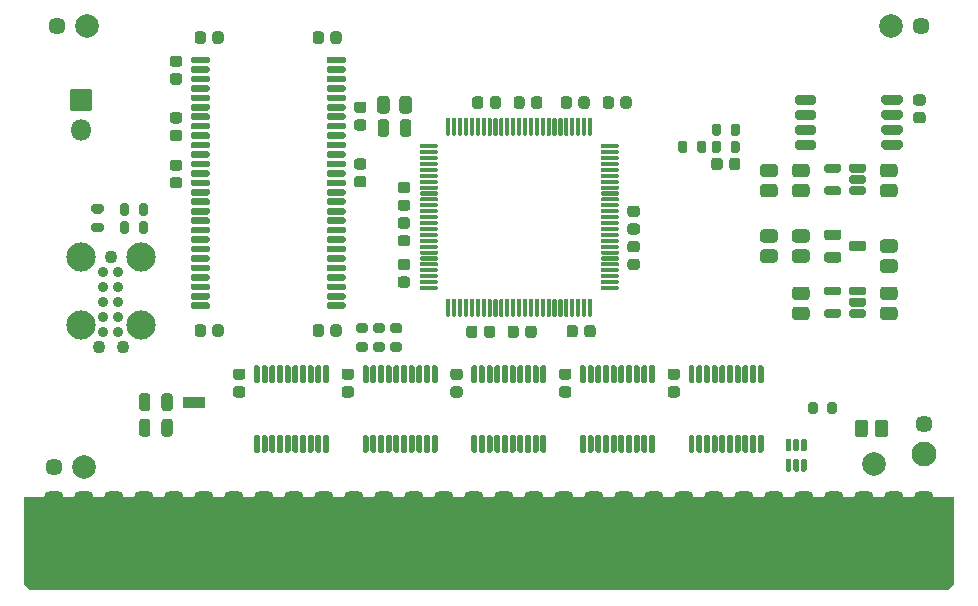
<source format=gts>
G04 #@! TF.GenerationSoftware,KiCad,Pcbnew,(5.1.10-1-10_14)*
G04 #@! TF.CreationDate,2021-06-01T04:23:09-04:00*
G04 #@! TF.ProjectId,RAM2E,52414d32-452e-46b6-9963-61645f706362,2.0*
G04 #@! TF.SameCoordinates,Original*
G04 #@! TF.FileFunction,Soldermask,Top*
G04 #@! TF.FilePolarity,Negative*
%FSLAX46Y46*%
G04 Gerber Fmt 4.6, Leading zero omitted, Abs format (unit mm)*
G04 Created by KiCad (PCBNEW (5.1.10-1-10_14)) date 2021-06-01 04:23:09*
%MOMM*%
%LPD*%
G01*
G04 APERTURE LIST*
%ADD10C,0.076200*%
%ADD11C,0.100000*%
%ADD12O,1.800000X1.800000*%
%ADD13C,1.090600*%
%ADD14C,0.887400*%
%ADD15C,2.474900*%
%ADD16C,2.000000*%
%ADD17C,2.100000*%
%ADD18C,1.448000*%
G04 APERTURE END LIST*
D10*
G36*
X213360000Y-124460000D02*
G01*
X211582000Y-124460000D01*
X211582000Y-123571000D01*
X213360000Y-123571000D01*
X213360000Y-124460000D01*
G37*
X213360000Y-124460000D02*
X211582000Y-124460000D01*
X211582000Y-123571000D01*
X213360000Y-123571000D01*
X213360000Y-124460000D01*
D11*
G36*
X276860000Y-139446000D02*
G01*
X276352000Y-139954000D01*
X198628000Y-139954000D01*
X198120000Y-139446000D01*
X198120000Y-132080000D01*
X276860000Y-132080000D01*
X276860000Y-139446000D01*
G37*
D10*
G36*
X213360000Y-124460000D02*
G01*
X211582000Y-124460000D01*
X211582000Y-123571000D01*
X213360000Y-123571000D01*
X213360000Y-124460000D01*
G37*
X213360000Y-124460000D02*
X211582000Y-124460000D01*
X211582000Y-123571000D01*
X213360000Y-123571000D01*
X213360000Y-124460000D01*
D11*
G36*
X276860000Y-139446000D02*
G01*
X276352000Y-139954000D01*
X198628000Y-139954000D01*
X198120000Y-139446000D01*
X198120000Y-132080000D01*
X276860000Y-132080000D01*
X276860000Y-139446000D01*
G37*
G36*
G01*
X257150000Y-100625000D02*
X257150000Y-101275000D01*
G75*
G02*
X256950000Y-101475000I-200000J0D01*
G01*
X256550000Y-101475000D01*
G75*
G02*
X256350000Y-101275000I0J200000D01*
G01*
X256350000Y-100625000D01*
G75*
G02*
X256550000Y-100425000I200000J0D01*
G01*
X256950000Y-100425000D01*
G75*
G02*
X257150000Y-100625000I0J-200000D01*
G01*
G37*
G36*
G01*
X258750000Y-100625000D02*
X258750000Y-101275000D01*
G75*
G02*
X258550000Y-101475000I-200000J0D01*
G01*
X258150000Y-101475000D01*
G75*
G02*
X257950000Y-101275000I0J200000D01*
G01*
X257950000Y-100625000D01*
G75*
G02*
X258150000Y-100425000I200000J0D01*
G01*
X258550000Y-100425000D01*
G75*
G02*
X258750000Y-100625000I0J-200000D01*
G01*
G37*
G36*
G01*
X229325000Y-117350000D02*
X229975000Y-117350000D01*
G75*
G02*
X230175000Y-117550000I0J-200000D01*
G01*
X230175000Y-117950000D01*
G75*
G02*
X229975000Y-118150000I-200000J0D01*
G01*
X229325000Y-118150000D01*
G75*
G02*
X229125000Y-117950000I0J200000D01*
G01*
X229125000Y-117550000D01*
G75*
G02*
X229325000Y-117350000I200000J0D01*
G01*
G37*
G36*
G01*
X229325000Y-118950000D02*
X229975000Y-118950000D01*
G75*
G02*
X230175000Y-119150000I0J-200000D01*
G01*
X230175000Y-119550000D01*
G75*
G02*
X229975000Y-119750000I-200000J0D01*
G01*
X229325000Y-119750000D01*
G75*
G02*
X229125000Y-119550000I0J200000D01*
G01*
X229125000Y-119150000D01*
G75*
G02*
X229325000Y-118950000I200000J0D01*
G01*
G37*
G36*
G01*
X227875000Y-118950000D02*
X228525000Y-118950000D01*
G75*
G02*
X228725000Y-119150000I0J-200000D01*
G01*
X228725000Y-119550000D01*
G75*
G02*
X228525000Y-119750000I-200000J0D01*
G01*
X227875000Y-119750000D01*
G75*
G02*
X227675000Y-119550000I0J200000D01*
G01*
X227675000Y-119150000D01*
G75*
G02*
X227875000Y-118950000I200000J0D01*
G01*
G37*
G36*
G01*
X227875000Y-117350000D02*
X228525000Y-117350000D01*
G75*
G02*
X228725000Y-117550000I0J-200000D01*
G01*
X228725000Y-117950000D01*
G75*
G02*
X228525000Y-118150000I-200000J0D01*
G01*
X227875000Y-118150000D01*
G75*
G02*
X227675000Y-117950000I0J200000D01*
G01*
X227675000Y-117550000D01*
G75*
G02*
X227875000Y-117350000I200000J0D01*
G01*
G37*
G36*
G01*
X223745000Y-95189500D02*
X223745000Y-94910500D01*
G75*
G02*
X223884500Y-94771000I139500J0D01*
G01*
X225215500Y-94771000D01*
G75*
G02*
X225355000Y-94910500I0J-139500D01*
G01*
X225355000Y-95189500D01*
G75*
G02*
X225215500Y-95329000I-139500J0D01*
G01*
X223884500Y-95329000D01*
G75*
G02*
X223745000Y-95189500I0J139500D01*
G01*
G37*
G36*
G01*
X223745000Y-95989500D02*
X223745000Y-95710500D01*
G75*
G02*
X223884500Y-95571000I139500J0D01*
G01*
X225215500Y-95571000D01*
G75*
G02*
X225355000Y-95710500I0J-139500D01*
G01*
X225355000Y-95989500D01*
G75*
G02*
X225215500Y-96129000I-139500J0D01*
G01*
X223884500Y-96129000D01*
G75*
G02*
X223745000Y-95989500I0J139500D01*
G01*
G37*
G36*
G01*
X223745000Y-96789500D02*
X223745000Y-96510500D01*
G75*
G02*
X223884500Y-96371000I139500J0D01*
G01*
X225215500Y-96371000D01*
G75*
G02*
X225355000Y-96510500I0J-139500D01*
G01*
X225355000Y-96789500D01*
G75*
G02*
X225215500Y-96929000I-139500J0D01*
G01*
X223884500Y-96929000D01*
G75*
G02*
X223745000Y-96789500I0J139500D01*
G01*
G37*
G36*
G01*
X223745000Y-97589500D02*
X223745000Y-97310500D01*
G75*
G02*
X223884500Y-97171000I139500J0D01*
G01*
X225215500Y-97171000D01*
G75*
G02*
X225355000Y-97310500I0J-139500D01*
G01*
X225355000Y-97589500D01*
G75*
G02*
X225215500Y-97729000I-139500J0D01*
G01*
X223884500Y-97729000D01*
G75*
G02*
X223745000Y-97589500I0J139500D01*
G01*
G37*
G36*
G01*
X223745000Y-98389500D02*
X223745000Y-98110500D01*
G75*
G02*
X223884500Y-97971000I139500J0D01*
G01*
X225215500Y-97971000D01*
G75*
G02*
X225355000Y-98110500I0J-139500D01*
G01*
X225355000Y-98389500D01*
G75*
G02*
X225215500Y-98529000I-139500J0D01*
G01*
X223884500Y-98529000D01*
G75*
G02*
X223745000Y-98389500I0J139500D01*
G01*
G37*
G36*
G01*
X223745000Y-99189500D02*
X223745000Y-98910500D01*
G75*
G02*
X223884500Y-98771000I139500J0D01*
G01*
X225215500Y-98771000D01*
G75*
G02*
X225355000Y-98910500I0J-139500D01*
G01*
X225355000Y-99189500D01*
G75*
G02*
X225215500Y-99329000I-139500J0D01*
G01*
X223884500Y-99329000D01*
G75*
G02*
X223745000Y-99189500I0J139500D01*
G01*
G37*
G36*
G01*
X223745000Y-99989500D02*
X223745000Y-99710500D01*
G75*
G02*
X223884500Y-99571000I139500J0D01*
G01*
X225215500Y-99571000D01*
G75*
G02*
X225355000Y-99710500I0J-139500D01*
G01*
X225355000Y-99989500D01*
G75*
G02*
X225215500Y-100129000I-139500J0D01*
G01*
X223884500Y-100129000D01*
G75*
G02*
X223745000Y-99989500I0J139500D01*
G01*
G37*
G36*
G01*
X223745000Y-100789500D02*
X223745000Y-100510500D01*
G75*
G02*
X223884500Y-100371000I139500J0D01*
G01*
X225215500Y-100371000D01*
G75*
G02*
X225355000Y-100510500I0J-139500D01*
G01*
X225355000Y-100789500D01*
G75*
G02*
X225215500Y-100929000I-139500J0D01*
G01*
X223884500Y-100929000D01*
G75*
G02*
X223745000Y-100789500I0J139500D01*
G01*
G37*
G36*
G01*
X223745000Y-101589500D02*
X223745000Y-101310500D01*
G75*
G02*
X223884500Y-101171000I139500J0D01*
G01*
X225215500Y-101171000D01*
G75*
G02*
X225355000Y-101310500I0J-139500D01*
G01*
X225355000Y-101589500D01*
G75*
G02*
X225215500Y-101729000I-139500J0D01*
G01*
X223884500Y-101729000D01*
G75*
G02*
X223745000Y-101589500I0J139500D01*
G01*
G37*
G36*
G01*
X223745000Y-102389500D02*
X223745000Y-102110500D01*
G75*
G02*
X223884500Y-101971000I139500J0D01*
G01*
X225215500Y-101971000D01*
G75*
G02*
X225355000Y-102110500I0J-139500D01*
G01*
X225355000Y-102389500D01*
G75*
G02*
X225215500Y-102529000I-139500J0D01*
G01*
X223884500Y-102529000D01*
G75*
G02*
X223745000Y-102389500I0J139500D01*
G01*
G37*
G36*
G01*
X223745000Y-103189500D02*
X223745000Y-102910500D01*
G75*
G02*
X223884500Y-102771000I139500J0D01*
G01*
X225215500Y-102771000D01*
G75*
G02*
X225355000Y-102910500I0J-139500D01*
G01*
X225355000Y-103189500D01*
G75*
G02*
X225215500Y-103329000I-139500J0D01*
G01*
X223884500Y-103329000D01*
G75*
G02*
X223745000Y-103189500I0J139500D01*
G01*
G37*
G36*
G01*
X223745000Y-103989500D02*
X223745000Y-103710500D01*
G75*
G02*
X223884500Y-103571000I139500J0D01*
G01*
X225215500Y-103571000D01*
G75*
G02*
X225355000Y-103710500I0J-139500D01*
G01*
X225355000Y-103989500D01*
G75*
G02*
X225215500Y-104129000I-139500J0D01*
G01*
X223884500Y-104129000D01*
G75*
G02*
X223745000Y-103989500I0J139500D01*
G01*
G37*
G36*
G01*
X223745000Y-104789500D02*
X223745000Y-104510500D01*
G75*
G02*
X223884500Y-104371000I139500J0D01*
G01*
X225215500Y-104371000D01*
G75*
G02*
X225355000Y-104510500I0J-139500D01*
G01*
X225355000Y-104789500D01*
G75*
G02*
X225215500Y-104929000I-139500J0D01*
G01*
X223884500Y-104929000D01*
G75*
G02*
X223745000Y-104789500I0J139500D01*
G01*
G37*
G36*
G01*
X223745000Y-105589500D02*
X223745000Y-105310500D01*
G75*
G02*
X223884500Y-105171000I139500J0D01*
G01*
X225215500Y-105171000D01*
G75*
G02*
X225355000Y-105310500I0J-139500D01*
G01*
X225355000Y-105589500D01*
G75*
G02*
X225215500Y-105729000I-139500J0D01*
G01*
X223884500Y-105729000D01*
G75*
G02*
X223745000Y-105589500I0J139500D01*
G01*
G37*
G36*
G01*
X223745000Y-106389500D02*
X223745000Y-106110500D01*
G75*
G02*
X223884500Y-105971000I139500J0D01*
G01*
X225215500Y-105971000D01*
G75*
G02*
X225355000Y-106110500I0J-139500D01*
G01*
X225355000Y-106389500D01*
G75*
G02*
X225215500Y-106529000I-139500J0D01*
G01*
X223884500Y-106529000D01*
G75*
G02*
X223745000Y-106389500I0J139500D01*
G01*
G37*
G36*
G01*
X223745000Y-107189500D02*
X223745000Y-106910500D01*
G75*
G02*
X223884500Y-106771000I139500J0D01*
G01*
X225215500Y-106771000D01*
G75*
G02*
X225355000Y-106910500I0J-139500D01*
G01*
X225355000Y-107189500D01*
G75*
G02*
X225215500Y-107329000I-139500J0D01*
G01*
X223884500Y-107329000D01*
G75*
G02*
X223745000Y-107189500I0J139500D01*
G01*
G37*
G36*
G01*
X223745000Y-107989500D02*
X223745000Y-107710500D01*
G75*
G02*
X223884500Y-107571000I139500J0D01*
G01*
X225215500Y-107571000D01*
G75*
G02*
X225355000Y-107710500I0J-139500D01*
G01*
X225355000Y-107989500D01*
G75*
G02*
X225215500Y-108129000I-139500J0D01*
G01*
X223884500Y-108129000D01*
G75*
G02*
X223745000Y-107989500I0J139500D01*
G01*
G37*
G36*
G01*
X223745000Y-108789500D02*
X223745000Y-108510500D01*
G75*
G02*
X223884500Y-108371000I139500J0D01*
G01*
X225215500Y-108371000D01*
G75*
G02*
X225355000Y-108510500I0J-139500D01*
G01*
X225355000Y-108789500D01*
G75*
G02*
X225215500Y-108929000I-139500J0D01*
G01*
X223884500Y-108929000D01*
G75*
G02*
X223745000Y-108789500I0J139500D01*
G01*
G37*
G36*
G01*
X223745000Y-109589500D02*
X223745000Y-109310500D01*
G75*
G02*
X223884500Y-109171000I139500J0D01*
G01*
X225215500Y-109171000D01*
G75*
G02*
X225355000Y-109310500I0J-139500D01*
G01*
X225355000Y-109589500D01*
G75*
G02*
X225215500Y-109729000I-139500J0D01*
G01*
X223884500Y-109729000D01*
G75*
G02*
X223745000Y-109589500I0J139500D01*
G01*
G37*
G36*
G01*
X223745000Y-110389500D02*
X223745000Y-110110500D01*
G75*
G02*
X223884500Y-109971000I139500J0D01*
G01*
X225215500Y-109971000D01*
G75*
G02*
X225355000Y-110110500I0J-139500D01*
G01*
X225355000Y-110389500D01*
G75*
G02*
X225215500Y-110529000I-139500J0D01*
G01*
X223884500Y-110529000D01*
G75*
G02*
X223745000Y-110389500I0J139500D01*
G01*
G37*
G36*
G01*
X223745000Y-111189500D02*
X223745000Y-110910500D01*
G75*
G02*
X223884500Y-110771000I139500J0D01*
G01*
X225215500Y-110771000D01*
G75*
G02*
X225355000Y-110910500I0J-139500D01*
G01*
X225355000Y-111189500D01*
G75*
G02*
X225215500Y-111329000I-139500J0D01*
G01*
X223884500Y-111329000D01*
G75*
G02*
X223745000Y-111189500I0J139500D01*
G01*
G37*
G36*
G01*
X223745000Y-111989500D02*
X223745000Y-111710500D01*
G75*
G02*
X223884500Y-111571000I139500J0D01*
G01*
X225215500Y-111571000D01*
G75*
G02*
X225355000Y-111710500I0J-139500D01*
G01*
X225355000Y-111989500D01*
G75*
G02*
X225215500Y-112129000I-139500J0D01*
G01*
X223884500Y-112129000D01*
G75*
G02*
X223745000Y-111989500I0J139500D01*
G01*
G37*
G36*
G01*
X223745000Y-112789500D02*
X223745000Y-112510500D01*
G75*
G02*
X223884500Y-112371000I139500J0D01*
G01*
X225215500Y-112371000D01*
G75*
G02*
X225355000Y-112510500I0J-139500D01*
G01*
X225355000Y-112789500D01*
G75*
G02*
X225215500Y-112929000I-139500J0D01*
G01*
X223884500Y-112929000D01*
G75*
G02*
X223745000Y-112789500I0J139500D01*
G01*
G37*
G36*
G01*
X223745000Y-113589500D02*
X223745000Y-113310500D01*
G75*
G02*
X223884500Y-113171000I139500J0D01*
G01*
X225215500Y-113171000D01*
G75*
G02*
X225355000Y-113310500I0J-139500D01*
G01*
X225355000Y-113589500D01*
G75*
G02*
X225215500Y-113729000I-139500J0D01*
G01*
X223884500Y-113729000D01*
G75*
G02*
X223745000Y-113589500I0J139500D01*
G01*
G37*
G36*
G01*
X223745000Y-114389500D02*
X223745000Y-114110500D01*
G75*
G02*
X223884500Y-113971000I139500J0D01*
G01*
X225215500Y-113971000D01*
G75*
G02*
X225355000Y-114110500I0J-139500D01*
G01*
X225355000Y-114389500D01*
G75*
G02*
X225215500Y-114529000I-139500J0D01*
G01*
X223884500Y-114529000D01*
G75*
G02*
X223745000Y-114389500I0J139500D01*
G01*
G37*
G36*
G01*
X223745000Y-115189500D02*
X223745000Y-114910500D01*
G75*
G02*
X223884500Y-114771000I139500J0D01*
G01*
X225215500Y-114771000D01*
G75*
G02*
X225355000Y-114910500I0J-139500D01*
G01*
X225355000Y-115189500D01*
G75*
G02*
X225215500Y-115329000I-139500J0D01*
G01*
X223884500Y-115329000D01*
G75*
G02*
X223745000Y-115189500I0J139500D01*
G01*
G37*
G36*
G01*
X223745000Y-115989500D02*
X223745000Y-115710500D01*
G75*
G02*
X223884500Y-115571000I139500J0D01*
G01*
X225215500Y-115571000D01*
G75*
G02*
X225355000Y-115710500I0J-139500D01*
G01*
X225355000Y-115989500D01*
G75*
G02*
X225215500Y-116129000I-139500J0D01*
G01*
X223884500Y-116129000D01*
G75*
G02*
X223745000Y-115989500I0J139500D01*
G01*
G37*
G36*
G01*
X212245000Y-115989500D02*
X212245000Y-115710500D01*
G75*
G02*
X212384500Y-115571000I139500J0D01*
G01*
X213715500Y-115571000D01*
G75*
G02*
X213855000Y-115710500I0J-139500D01*
G01*
X213855000Y-115989500D01*
G75*
G02*
X213715500Y-116129000I-139500J0D01*
G01*
X212384500Y-116129000D01*
G75*
G02*
X212245000Y-115989500I0J139500D01*
G01*
G37*
G36*
G01*
X212245000Y-115189500D02*
X212245000Y-114910500D01*
G75*
G02*
X212384500Y-114771000I139500J0D01*
G01*
X213715500Y-114771000D01*
G75*
G02*
X213855000Y-114910500I0J-139500D01*
G01*
X213855000Y-115189500D01*
G75*
G02*
X213715500Y-115329000I-139500J0D01*
G01*
X212384500Y-115329000D01*
G75*
G02*
X212245000Y-115189500I0J139500D01*
G01*
G37*
G36*
G01*
X212245000Y-114389500D02*
X212245000Y-114110500D01*
G75*
G02*
X212384500Y-113971000I139500J0D01*
G01*
X213715500Y-113971000D01*
G75*
G02*
X213855000Y-114110500I0J-139500D01*
G01*
X213855000Y-114389500D01*
G75*
G02*
X213715500Y-114529000I-139500J0D01*
G01*
X212384500Y-114529000D01*
G75*
G02*
X212245000Y-114389500I0J139500D01*
G01*
G37*
G36*
G01*
X212245000Y-113589500D02*
X212245000Y-113310500D01*
G75*
G02*
X212384500Y-113171000I139500J0D01*
G01*
X213715500Y-113171000D01*
G75*
G02*
X213855000Y-113310500I0J-139500D01*
G01*
X213855000Y-113589500D01*
G75*
G02*
X213715500Y-113729000I-139500J0D01*
G01*
X212384500Y-113729000D01*
G75*
G02*
X212245000Y-113589500I0J139500D01*
G01*
G37*
G36*
G01*
X212245000Y-112789500D02*
X212245000Y-112510500D01*
G75*
G02*
X212384500Y-112371000I139500J0D01*
G01*
X213715500Y-112371000D01*
G75*
G02*
X213855000Y-112510500I0J-139500D01*
G01*
X213855000Y-112789500D01*
G75*
G02*
X213715500Y-112929000I-139500J0D01*
G01*
X212384500Y-112929000D01*
G75*
G02*
X212245000Y-112789500I0J139500D01*
G01*
G37*
G36*
G01*
X212245000Y-111989500D02*
X212245000Y-111710500D01*
G75*
G02*
X212384500Y-111571000I139500J0D01*
G01*
X213715500Y-111571000D01*
G75*
G02*
X213855000Y-111710500I0J-139500D01*
G01*
X213855000Y-111989500D01*
G75*
G02*
X213715500Y-112129000I-139500J0D01*
G01*
X212384500Y-112129000D01*
G75*
G02*
X212245000Y-111989500I0J139500D01*
G01*
G37*
G36*
G01*
X212245000Y-111189500D02*
X212245000Y-110910500D01*
G75*
G02*
X212384500Y-110771000I139500J0D01*
G01*
X213715500Y-110771000D01*
G75*
G02*
X213855000Y-110910500I0J-139500D01*
G01*
X213855000Y-111189500D01*
G75*
G02*
X213715500Y-111329000I-139500J0D01*
G01*
X212384500Y-111329000D01*
G75*
G02*
X212245000Y-111189500I0J139500D01*
G01*
G37*
G36*
G01*
X212245000Y-110389500D02*
X212245000Y-110110500D01*
G75*
G02*
X212384500Y-109971000I139500J0D01*
G01*
X213715500Y-109971000D01*
G75*
G02*
X213855000Y-110110500I0J-139500D01*
G01*
X213855000Y-110389500D01*
G75*
G02*
X213715500Y-110529000I-139500J0D01*
G01*
X212384500Y-110529000D01*
G75*
G02*
X212245000Y-110389500I0J139500D01*
G01*
G37*
G36*
G01*
X212245000Y-109589500D02*
X212245000Y-109310500D01*
G75*
G02*
X212384500Y-109171000I139500J0D01*
G01*
X213715500Y-109171000D01*
G75*
G02*
X213855000Y-109310500I0J-139500D01*
G01*
X213855000Y-109589500D01*
G75*
G02*
X213715500Y-109729000I-139500J0D01*
G01*
X212384500Y-109729000D01*
G75*
G02*
X212245000Y-109589500I0J139500D01*
G01*
G37*
G36*
G01*
X212245000Y-108789500D02*
X212245000Y-108510500D01*
G75*
G02*
X212384500Y-108371000I139500J0D01*
G01*
X213715500Y-108371000D01*
G75*
G02*
X213855000Y-108510500I0J-139500D01*
G01*
X213855000Y-108789500D01*
G75*
G02*
X213715500Y-108929000I-139500J0D01*
G01*
X212384500Y-108929000D01*
G75*
G02*
X212245000Y-108789500I0J139500D01*
G01*
G37*
G36*
G01*
X212245000Y-107989500D02*
X212245000Y-107710500D01*
G75*
G02*
X212384500Y-107571000I139500J0D01*
G01*
X213715500Y-107571000D01*
G75*
G02*
X213855000Y-107710500I0J-139500D01*
G01*
X213855000Y-107989500D01*
G75*
G02*
X213715500Y-108129000I-139500J0D01*
G01*
X212384500Y-108129000D01*
G75*
G02*
X212245000Y-107989500I0J139500D01*
G01*
G37*
G36*
G01*
X212245000Y-107189500D02*
X212245000Y-106910500D01*
G75*
G02*
X212384500Y-106771000I139500J0D01*
G01*
X213715500Y-106771000D01*
G75*
G02*
X213855000Y-106910500I0J-139500D01*
G01*
X213855000Y-107189500D01*
G75*
G02*
X213715500Y-107329000I-139500J0D01*
G01*
X212384500Y-107329000D01*
G75*
G02*
X212245000Y-107189500I0J139500D01*
G01*
G37*
G36*
G01*
X212245000Y-106389500D02*
X212245000Y-106110500D01*
G75*
G02*
X212384500Y-105971000I139500J0D01*
G01*
X213715500Y-105971000D01*
G75*
G02*
X213855000Y-106110500I0J-139500D01*
G01*
X213855000Y-106389500D01*
G75*
G02*
X213715500Y-106529000I-139500J0D01*
G01*
X212384500Y-106529000D01*
G75*
G02*
X212245000Y-106389500I0J139500D01*
G01*
G37*
G36*
G01*
X212245000Y-105589500D02*
X212245000Y-105310500D01*
G75*
G02*
X212384500Y-105171000I139500J0D01*
G01*
X213715500Y-105171000D01*
G75*
G02*
X213855000Y-105310500I0J-139500D01*
G01*
X213855000Y-105589500D01*
G75*
G02*
X213715500Y-105729000I-139500J0D01*
G01*
X212384500Y-105729000D01*
G75*
G02*
X212245000Y-105589500I0J139500D01*
G01*
G37*
G36*
G01*
X212245000Y-104789500D02*
X212245000Y-104510500D01*
G75*
G02*
X212384500Y-104371000I139500J0D01*
G01*
X213715500Y-104371000D01*
G75*
G02*
X213855000Y-104510500I0J-139500D01*
G01*
X213855000Y-104789500D01*
G75*
G02*
X213715500Y-104929000I-139500J0D01*
G01*
X212384500Y-104929000D01*
G75*
G02*
X212245000Y-104789500I0J139500D01*
G01*
G37*
G36*
G01*
X212245000Y-103989500D02*
X212245000Y-103710500D01*
G75*
G02*
X212384500Y-103571000I139500J0D01*
G01*
X213715500Y-103571000D01*
G75*
G02*
X213855000Y-103710500I0J-139500D01*
G01*
X213855000Y-103989500D01*
G75*
G02*
X213715500Y-104129000I-139500J0D01*
G01*
X212384500Y-104129000D01*
G75*
G02*
X212245000Y-103989500I0J139500D01*
G01*
G37*
G36*
G01*
X212245000Y-103189500D02*
X212245000Y-102910500D01*
G75*
G02*
X212384500Y-102771000I139500J0D01*
G01*
X213715500Y-102771000D01*
G75*
G02*
X213855000Y-102910500I0J-139500D01*
G01*
X213855000Y-103189500D01*
G75*
G02*
X213715500Y-103329000I-139500J0D01*
G01*
X212384500Y-103329000D01*
G75*
G02*
X212245000Y-103189500I0J139500D01*
G01*
G37*
G36*
G01*
X212245000Y-102389500D02*
X212245000Y-102110500D01*
G75*
G02*
X212384500Y-101971000I139500J0D01*
G01*
X213715500Y-101971000D01*
G75*
G02*
X213855000Y-102110500I0J-139500D01*
G01*
X213855000Y-102389500D01*
G75*
G02*
X213715500Y-102529000I-139500J0D01*
G01*
X212384500Y-102529000D01*
G75*
G02*
X212245000Y-102389500I0J139500D01*
G01*
G37*
G36*
G01*
X212245000Y-101589500D02*
X212245000Y-101310500D01*
G75*
G02*
X212384500Y-101171000I139500J0D01*
G01*
X213715500Y-101171000D01*
G75*
G02*
X213855000Y-101310500I0J-139500D01*
G01*
X213855000Y-101589500D01*
G75*
G02*
X213715500Y-101729000I-139500J0D01*
G01*
X212384500Y-101729000D01*
G75*
G02*
X212245000Y-101589500I0J139500D01*
G01*
G37*
G36*
G01*
X212245000Y-100789500D02*
X212245000Y-100510500D01*
G75*
G02*
X212384500Y-100371000I139500J0D01*
G01*
X213715500Y-100371000D01*
G75*
G02*
X213855000Y-100510500I0J-139500D01*
G01*
X213855000Y-100789500D01*
G75*
G02*
X213715500Y-100929000I-139500J0D01*
G01*
X212384500Y-100929000D01*
G75*
G02*
X212245000Y-100789500I0J139500D01*
G01*
G37*
G36*
G01*
X212245000Y-99989500D02*
X212245000Y-99710500D01*
G75*
G02*
X212384500Y-99571000I139500J0D01*
G01*
X213715500Y-99571000D01*
G75*
G02*
X213855000Y-99710500I0J-139500D01*
G01*
X213855000Y-99989500D01*
G75*
G02*
X213715500Y-100129000I-139500J0D01*
G01*
X212384500Y-100129000D01*
G75*
G02*
X212245000Y-99989500I0J139500D01*
G01*
G37*
G36*
G01*
X212245000Y-99189500D02*
X212245000Y-98910500D01*
G75*
G02*
X212384500Y-98771000I139500J0D01*
G01*
X213715500Y-98771000D01*
G75*
G02*
X213855000Y-98910500I0J-139500D01*
G01*
X213855000Y-99189500D01*
G75*
G02*
X213715500Y-99329000I-139500J0D01*
G01*
X212384500Y-99329000D01*
G75*
G02*
X212245000Y-99189500I0J139500D01*
G01*
G37*
G36*
G01*
X212245000Y-98389500D02*
X212245000Y-98110500D01*
G75*
G02*
X212384500Y-97971000I139500J0D01*
G01*
X213715500Y-97971000D01*
G75*
G02*
X213855000Y-98110500I0J-139500D01*
G01*
X213855000Y-98389500D01*
G75*
G02*
X213715500Y-98529000I-139500J0D01*
G01*
X212384500Y-98529000D01*
G75*
G02*
X212245000Y-98389500I0J139500D01*
G01*
G37*
G36*
G01*
X212245000Y-97589500D02*
X212245000Y-97310500D01*
G75*
G02*
X212384500Y-97171000I139500J0D01*
G01*
X213715500Y-97171000D01*
G75*
G02*
X213855000Y-97310500I0J-139500D01*
G01*
X213855000Y-97589500D01*
G75*
G02*
X213715500Y-97729000I-139500J0D01*
G01*
X212384500Y-97729000D01*
G75*
G02*
X212245000Y-97589500I0J139500D01*
G01*
G37*
G36*
G01*
X212245000Y-96789500D02*
X212245000Y-96510500D01*
G75*
G02*
X212384500Y-96371000I139500J0D01*
G01*
X213715500Y-96371000D01*
G75*
G02*
X213855000Y-96510500I0J-139500D01*
G01*
X213855000Y-96789500D01*
G75*
G02*
X213715500Y-96929000I-139500J0D01*
G01*
X212384500Y-96929000D01*
G75*
G02*
X212245000Y-96789500I0J139500D01*
G01*
G37*
G36*
G01*
X212245000Y-95989500D02*
X212245000Y-95710500D01*
G75*
G02*
X212384500Y-95571000I139500J0D01*
G01*
X213715500Y-95571000D01*
G75*
G02*
X213855000Y-95710500I0J-139500D01*
G01*
X213855000Y-95989500D01*
G75*
G02*
X213715500Y-96129000I-139500J0D01*
G01*
X212384500Y-96129000D01*
G75*
G02*
X212245000Y-95989500I0J139500D01*
G01*
G37*
G36*
G01*
X212245000Y-95189500D02*
X212245000Y-94910500D01*
G75*
G02*
X212384500Y-94771000I139500J0D01*
G01*
X213715500Y-94771000D01*
G75*
G02*
X213855000Y-94910500I0J-139500D01*
G01*
X213855000Y-95189500D01*
G75*
G02*
X213715500Y-95329000I-139500J0D01*
G01*
X212384500Y-95329000D01*
G75*
G02*
X212245000Y-95189500I0J139500D01*
G01*
G37*
G36*
G01*
X233876000Y-101362000D02*
X233876000Y-100013000D01*
G75*
G02*
X233963000Y-99926000I87000J0D01*
G01*
X234137000Y-99926000D01*
G75*
G02*
X234224000Y-100013000I0J-87000D01*
G01*
X234224000Y-101362000D01*
G75*
G02*
X234137000Y-101449000I-87000J0D01*
G01*
X233963000Y-101449000D01*
G75*
G02*
X233876000Y-101362000I0J87000D01*
G01*
G37*
G36*
G01*
X234376000Y-101362000D02*
X234376000Y-100013000D01*
G75*
G02*
X234463000Y-99926000I87000J0D01*
G01*
X234637000Y-99926000D01*
G75*
G02*
X234724000Y-100013000I0J-87000D01*
G01*
X234724000Y-101362000D01*
G75*
G02*
X234637000Y-101449000I-87000J0D01*
G01*
X234463000Y-101449000D01*
G75*
G02*
X234376000Y-101362000I0J87000D01*
G01*
G37*
G36*
G01*
X234876000Y-101362000D02*
X234876000Y-100013000D01*
G75*
G02*
X234963000Y-99926000I87000J0D01*
G01*
X235137000Y-99926000D01*
G75*
G02*
X235224000Y-100013000I0J-87000D01*
G01*
X235224000Y-101362000D01*
G75*
G02*
X235137000Y-101449000I-87000J0D01*
G01*
X234963000Y-101449000D01*
G75*
G02*
X234876000Y-101362000I0J87000D01*
G01*
G37*
G36*
G01*
X235376000Y-101362000D02*
X235376000Y-100013000D01*
G75*
G02*
X235463000Y-99926000I87000J0D01*
G01*
X235637000Y-99926000D01*
G75*
G02*
X235724000Y-100013000I0J-87000D01*
G01*
X235724000Y-101362000D01*
G75*
G02*
X235637000Y-101449000I-87000J0D01*
G01*
X235463000Y-101449000D01*
G75*
G02*
X235376000Y-101362000I0J87000D01*
G01*
G37*
G36*
G01*
X235876000Y-101362000D02*
X235876000Y-100013000D01*
G75*
G02*
X235963000Y-99926000I87000J0D01*
G01*
X236137000Y-99926000D01*
G75*
G02*
X236224000Y-100013000I0J-87000D01*
G01*
X236224000Y-101362000D01*
G75*
G02*
X236137000Y-101449000I-87000J0D01*
G01*
X235963000Y-101449000D01*
G75*
G02*
X235876000Y-101362000I0J87000D01*
G01*
G37*
G36*
G01*
X236376000Y-101362000D02*
X236376000Y-100013000D01*
G75*
G02*
X236463000Y-99926000I87000J0D01*
G01*
X236637000Y-99926000D01*
G75*
G02*
X236724000Y-100013000I0J-87000D01*
G01*
X236724000Y-101362000D01*
G75*
G02*
X236637000Y-101449000I-87000J0D01*
G01*
X236463000Y-101449000D01*
G75*
G02*
X236376000Y-101362000I0J87000D01*
G01*
G37*
G36*
G01*
X236876000Y-101362000D02*
X236876000Y-100013000D01*
G75*
G02*
X236963000Y-99926000I87000J0D01*
G01*
X237137000Y-99926000D01*
G75*
G02*
X237224000Y-100013000I0J-87000D01*
G01*
X237224000Y-101362000D01*
G75*
G02*
X237137000Y-101449000I-87000J0D01*
G01*
X236963000Y-101449000D01*
G75*
G02*
X236876000Y-101362000I0J87000D01*
G01*
G37*
G36*
G01*
X237376000Y-101362000D02*
X237376000Y-100013000D01*
G75*
G02*
X237463000Y-99926000I87000J0D01*
G01*
X237637000Y-99926000D01*
G75*
G02*
X237724000Y-100013000I0J-87000D01*
G01*
X237724000Y-101362000D01*
G75*
G02*
X237637000Y-101449000I-87000J0D01*
G01*
X237463000Y-101449000D01*
G75*
G02*
X237376000Y-101362000I0J87000D01*
G01*
G37*
G36*
G01*
X237876000Y-101362000D02*
X237876000Y-100013000D01*
G75*
G02*
X237963000Y-99926000I87000J0D01*
G01*
X238137000Y-99926000D01*
G75*
G02*
X238224000Y-100013000I0J-87000D01*
G01*
X238224000Y-101362000D01*
G75*
G02*
X238137000Y-101449000I-87000J0D01*
G01*
X237963000Y-101449000D01*
G75*
G02*
X237876000Y-101362000I0J87000D01*
G01*
G37*
G36*
G01*
X238376000Y-101362000D02*
X238376000Y-100013000D01*
G75*
G02*
X238463000Y-99926000I87000J0D01*
G01*
X238637000Y-99926000D01*
G75*
G02*
X238724000Y-100013000I0J-87000D01*
G01*
X238724000Y-101362000D01*
G75*
G02*
X238637000Y-101449000I-87000J0D01*
G01*
X238463000Y-101449000D01*
G75*
G02*
X238376000Y-101362000I0J87000D01*
G01*
G37*
G36*
G01*
X238876000Y-101362000D02*
X238876000Y-100013000D01*
G75*
G02*
X238963000Y-99926000I87000J0D01*
G01*
X239137000Y-99926000D01*
G75*
G02*
X239224000Y-100013000I0J-87000D01*
G01*
X239224000Y-101362000D01*
G75*
G02*
X239137000Y-101449000I-87000J0D01*
G01*
X238963000Y-101449000D01*
G75*
G02*
X238876000Y-101362000I0J87000D01*
G01*
G37*
G36*
G01*
X239376000Y-101362000D02*
X239376000Y-100013000D01*
G75*
G02*
X239463000Y-99926000I87000J0D01*
G01*
X239637000Y-99926000D01*
G75*
G02*
X239724000Y-100013000I0J-87000D01*
G01*
X239724000Y-101362000D01*
G75*
G02*
X239637000Y-101449000I-87000J0D01*
G01*
X239463000Y-101449000D01*
G75*
G02*
X239376000Y-101362000I0J87000D01*
G01*
G37*
G36*
G01*
X239876000Y-101362000D02*
X239876000Y-100013000D01*
G75*
G02*
X239963000Y-99926000I87000J0D01*
G01*
X240137000Y-99926000D01*
G75*
G02*
X240224000Y-100013000I0J-87000D01*
G01*
X240224000Y-101362000D01*
G75*
G02*
X240137000Y-101449000I-87000J0D01*
G01*
X239963000Y-101449000D01*
G75*
G02*
X239876000Y-101362000I0J87000D01*
G01*
G37*
G36*
G01*
X240376000Y-101362000D02*
X240376000Y-100013000D01*
G75*
G02*
X240463000Y-99926000I87000J0D01*
G01*
X240637000Y-99926000D01*
G75*
G02*
X240724000Y-100013000I0J-87000D01*
G01*
X240724000Y-101362000D01*
G75*
G02*
X240637000Y-101449000I-87000J0D01*
G01*
X240463000Y-101449000D01*
G75*
G02*
X240376000Y-101362000I0J87000D01*
G01*
G37*
G36*
G01*
X240876000Y-101362000D02*
X240876000Y-100013000D01*
G75*
G02*
X240963000Y-99926000I87000J0D01*
G01*
X241137000Y-99926000D01*
G75*
G02*
X241224000Y-100013000I0J-87000D01*
G01*
X241224000Y-101362000D01*
G75*
G02*
X241137000Y-101449000I-87000J0D01*
G01*
X240963000Y-101449000D01*
G75*
G02*
X240876000Y-101362000I0J87000D01*
G01*
G37*
G36*
G01*
X241376000Y-101362000D02*
X241376000Y-100013000D01*
G75*
G02*
X241463000Y-99926000I87000J0D01*
G01*
X241637000Y-99926000D01*
G75*
G02*
X241724000Y-100013000I0J-87000D01*
G01*
X241724000Y-101362000D01*
G75*
G02*
X241637000Y-101449000I-87000J0D01*
G01*
X241463000Y-101449000D01*
G75*
G02*
X241376000Y-101362000I0J87000D01*
G01*
G37*
G36*
G01*
X241876000Y-101362000D02*
X241876000Y-100013000D01*
G75*
G02*
X241963000Y-99926000I87000J0D01*
G01*
X242137000Y-99926000D01*
G75*
G02*
X242224000Y-100013000I0J-87000D01*
G01*
X242224000Y-101362000D01*
G75*
G02*
X242137000Y-101449000I-87000J0D01*
G01*
X241963000Y-101449000D01*
G75*
G02*
X241876000Y-101362000I0J87000D01*
G01*
G37*
G36*
G01*
X242376000Y-101362000D02*
X242376000Y-100013000D01*
G75*
G02*
X242463000Y-99926000I87000J0D01*
G01*
X242637000Y-99926000D01*
G75*
G02*
X242724000Y-100013000I0J-87000D01*
G01*
X242724000Y-101362000D01*
G75*
G02*
X242637000Y-101449000I-87000J0D01*
G01*
X242463000Y-101449000D01*
G75*
G02*
X242376000Y-101362000I0J87000D01*
G01*
G37*
G36*
G01*
X242876000Y-101362000D02*
X242876000Y-100013000D01*
G75*
G02*
X242963000Y-99926000I87000J0D01*
G01*
X243137000Y-99926000D01*
G75*
G02*
X243224000Y-100013000I0J-87000D01*
G01*
X243224000Y-101362000D01*
G75*
G02*
X243137000Y-101449000I-87000J0D01*
G01*
X242963000Y-101449000D01*
G75*
G02*
X242876000Y-101362000I0J87000D01*
G01*
G37*
G36*
G01*
X243376000Y-101362000D02*
X243376000Y-100013000D01*
G75*
G02*
X243463000Y-99926000I87000J0D01*
G01*
X243637000Y-99926000D01*
G75*
G02*
X243724000Y-100013000I0J-87000D01*
G01*
X243724000Y-101362000D01*
G75*
G02*
X243637000Y-101449000I-87000J0D01*
G01*
X243463000Y-101449000D01*
G75*
G02*
X243376000Y-101362000I0J87000D01*
G01*
G37*
G36*
G01*
X243876000Y-101362000D02*
X243876000Y-100013000D01*
G75*
G02*
X243963000Y-99926000I87000J0D01*
G01*
X244137000Y-99926000D01*
G75*
G02*
X244224000Y-100013000I0J-87000D01*
G01*
X244224000Y-101362000D01*
G75*
G02*
X244137000Y-101449000I-87000J0D01*
G01*
X243963000Y-101449000D01*
G75*
G02*
X243876000Y-101362000I0J87000D01*
G01*
G37*
G36*
G01*
X244376000Y-101362000D02*
X244376000Y-100013000D01*
G75*
G02*
X244463000Y-99926000I87000J0D01*
G01*
X244637000Y-99926000D01*
G75*
G02*
X244724000Y-100013000I0J-87000D01*
G01*
X244724000Y-101362000D01*
G75*
G02*
X244637000Y-101449000I-87000J0D01*
G01*
X244463000Y-101449000D01*
G75*
G02*
X244376000Y-101362000I0J87000D01*
G01*
G37*
G36*
G01*
X244876000Y-101362000D02*
X244876000Y-100013000D01*
G75*
G02*
X244963000Y-99926000I87000J0D01*
G01*
X245137000Y-99926000D01*
G75*
G02*
X245224000Y-100013000I0J-87000D01*
G01*
X245224000Y-101362000D01*
G75*
G02*
X245137000Y-101449000I-87000J0D01*
G01*
X244963000Y-101449000D01*
G75*
G02*
X244876000Y-101362000I0J87000D01*
G01*
G37*
G36*
G01*
X245376000Y-101362000D02*
X245376000Y-100013000D01*
G75*
G02*
X245463000Y-99926000I87000J0D01*
G01*
X245637000Y-99926000D01*
G75*
G02*
X245724000Y-100013000I0J-87000D01*
G01*
X245724000Y-101362000D01*
G75*
G02*
X245637000Y-101449000I-87000J0D01*
G01*
X245463000Y-101449000D01*
G75*
G02*
X245376000Y-101362000I0J87000D01*
G01*
G37*
G36*
G01*
X245876000Y-101362000D02*
X245876000Y-100013000D01*
G75*
G02*
X245963000Y-99926000I87000J0D01*
G01*
X246137000Y-99926000D01*
G75*
G02*
X246224000Y-100013000I0J-87000D01*
G01*
X246224000Y-101362000D01*
G75*
G02*
X246137000Y-101449000I-87000J0D01*
G01*
X245963000Y-101449000D01*
G75*
G02*
X245876000Y-101362000I0J87000D01*
G01*
G37*
G36*
G01*
X246951000Y-102437000D02*
X246951000Y-102263000D01*
G75*
G02*
X247038000Y-102176000I87000J0D01*
G01*
X248387000Y-102176000D01*
G75*
G02*
X248474000Y-102263000I0J-87000D01*
G01*
X248474000Y-102437000D01*
G75*
G02*
X248387000Y-102524000I-87000J0D01*
G01*
X247038000Y-102524000D01*
G75*
G02*
X246951000Y-102437000I0J87000D01*
G01*
G37*
G36*
G01*
X246951000Y-102937000D02*
X246951000Y-102763000D01*
G75*
G02*
X247038000Y-102676000I87000J0D01*
G01*
X248387000Y-102676000D01*
G75*
G02*
X248474000Y-102763000I0J-87000D01*
G01*
X248474000Y-102937000D01*
G75*
G02*
X248387000Y-103024000I-87000J0D01*
G01*
X247038000Y-103024000D01*
G75*
G02*
X246951000Y-102937000I0J87000D01*
G01*
G37*
G36*
G01*
X246951000Y-103437000D02*
X246951000Y-103263000D01*
G75*
G02*
X247038000Y-103176000I87000J0D01*
G01*
X248387000Y-103176000D01*
G75*
G02*
X248474000Y-103263000I0J-87000D01*
G01*
X248474000Y-103437000D01*
G75*
G02*
X248387000Y-103524000I-87000J0D01*
G01*
X247038000Y-103524000D01*
G75*
G02*
X246951000Y-103437000I0J87000D01*
G01*
G37*
G36*
G01*
X246951000Y-103937000D02*
X246951000Y-103763000D01*
G75*
G02*
X247038000Y-103676000I87000J0D01*
G01*
X248387000Y-103676000D01*
G75*
G02*
X248474000Y-103763000I0J-87000D01*
G01*
X248474000Y-103937000D01*
G75*
G02*
X248387000Y-104024000I-87000J0D01*
G01*
X247038000Y-104024000D01*
G75*
G02*
X246951000Y-103937000I0J87000D01*
G01*
G37*
G36*
G01*
X246951000Y-104437000D02*
X246951000Y-104263000D01*
G75*
G02*
X247038000Y-104176000I87000J0D01*
G01*
X248387000Y-104176000D01*
G75*
G02*
X248474000Y-104263000I0J-87000D01*
G01*
X248474000Y-104437000D01*
G75*
G02*
X248387000Y-104524000I-87000J0D01*
G01*
X247038000Y-104524000D01*
G75*
G02*
X246951000Y-104437000I0J87000D01*
G01*
G37*
G36*
G01*
X246951000Y-104937000D02*
X246951000Y-104763000D01*
G75*
G02*
X247038000Y-104676000I87000J0D01*
G01*
X248387000Y-104676000D01*
G75*
G02*
X248474000Y-104763000I0J-87000D01*
G01*
X248474000Y-104937000D01*
G75*
G02*
X248387000Y-105024000I-87000J0D01*
G01*
X247038000Y-105024000D01*
G75*
G02*
X246951000Y-104937000I0J87000D01*
G01*
G37*
G36*
G01*
X246951000Y-105437000D02*
X246951000Y-105263000D01*
G75*
G02*
X247038000Y-105176000I87000J0D01*
G01*
X248387000Y-105176000D01*
G75*
G02*
X248474000Y-105263000I0J-87000D01*
G01*
X248474000Y-105437000D01*
G75*
G02*
X248387000Y-105524000I-87000J0D01*
G01*
X247038000Y-105524000D01*
G75*
G02*
X246951000Y-105437000I0J87000D01*
G01*
G37*
G36*
G01*
X246951000Y-105937000D02*
X246951000Y-105763000D01*
G75*
G02*
X247038000Y-105676000I87000J0D01*
G01*
X248387000Y-105676000D01*
G75*
G02*
X248474000Y-105763000I0J-87000D01*
G01*
X248474000Y-105937000D01*
G75*
G02*
X248387000Y-106024000I-87000J0D01*
G01*
X247038000Y-106024000D01*
G75*
G02*
X246951000Y-105937000I0J87000D01*
G01*
G37*
G36*
G01*
X246951000Y-106437000D02*
X246951000Y-106263000D01*
G75*
G02*
X247038000Y-106176000I87000J0D01*
G01*
X248387000Y-106176000D01*
G75*
G02*
X248474000Y-106263000I0J-87000D01*
G01*
X248474000Y-106437000D01*
G75*
G02*
X248387000Y-106524000I-87000J0D01*
G01*
X247038000Y-106524000D01*
G75*
G02*
X246951000Y-106437000I0J87000D01*
G01*
G37*
G36*
G01*
X246951000Y-106937000D02*
X246951000Y-106763000D01*
G75*
G02*
X247038000Y-106676000I87000J0D01*
G01*
X248387000Y-106676000D01*
G75*
G02*
X248474000Y-106763000I0J-87000D01*
G01*
X248474000Y-106937000D01*
G75*
G02*
X248387000Y-107024000I-87000J0D01*
G01*
X247038000Y-107024000D01*
G75*
G02*
X246951000Y-106937000I0J87000D01*
G01*
G37*
G36*
G01*
X246951000Y-107437000D02*
X246951000Y-107263000D01*
G75*
G02*
X247038000Y-107176000I87000J0D01*
G01*
X248387000Y-107176000D01*
G75*
G02*
X248474000Y-107263000I0J-87000D01*
G01*
X248474000Y-107437000D01*
G75*
G02*
X248387000Y-107524000I-87000J0D01*
G01*
X247038000Y-107524000D01*
G75*
G02*
X246951000Y-107437000I0J87000D01*
G01*
G37*
G36*
G01*
X246951000Y-107937000D02*
X246951000Y-107763000D01*
G75*
G02*
X247038000Y-107676000I87000J0D01*
G01*
X248387000Y-107676000D01*
G75*
G02*
X248474000Y-107763000I0J-87000D01*
G01*
X248474000Y-107937000D01*
G75*
G02*
X248387000Y-108024000I-87000J0D01*
G01*
X247038000Y-108024000D01*
G75*
G02*
X246951000Y-107937000I0J87000D01*
G01*
G37*
G36*
G01*
X246951000Y-108437000D02*
X246951000Y-108263000D01*
G75*
G02*
X247038000Y-108176000I87000J0D01*
G01*
X248387000Y-108176000D01*
G75*
G02*
X248474000Y-108263000I0J-87000D01*
G01*
X248474000Y-108437000D01*
G75*
G02*
X248387000Y-108524000I-87000J0D01*
G01*
X247038000Y-108524000D01*
G75*
G02*
X246951000Y-108437000I0J87000D01*
G01*
G37*
G36*
G01*
X246951000Y-108937000D02*
X246951000Y-108763000D01*
G75*
G02*
X247038000Y-108676000I87000J0D01*
G01*
X248387000Y-108676000D01*
G75*
G02*
X248474000Y-108763000I0J-87000D01*
G01*
X248474000Y-108937000D01*
G75*
G02*
X248387000Y-109024000I-87000J0D01*
G01*
X247038000Y-109024000D01*
G75*
G02*
X246951000Y-108937000I0J87000D01*
G01*
G37*
G36*
G01*
X246951000Y-109437000D02*
X246951000Y-109263000D01*
G75*
G02*
X247038000Y-109176000I87000J0D01*
G01*
X248387000Y-109176000D01*
G75*
G02*
X248474000Y-109263000I0J-87000D01*
G01*
X248474000Y-109437000D01*
G75*
G02*
X248387000Y-109524000I-87000J0D01*
G01*
X247038000Y-109524000D01*
G75*
G02*
X246951000Y-109437000I0J87000D01*
G01*
G37*
G36*
G01*
X246951000Y-109937000D02*
X246951000Y-109763000D01*
G75*
G02*
X247038000Y-109676000I87000J0D01*
G01*
X248387000Y-109676000D01*
G75*
G02*
X248474000Y-109763000I0J-87000D01*
G01*
X248474000Y-109937000D01*
G75*
G02*
X248387000Y-110024000I-87000J0D01*
G01*
X247038000Y-110024000D01*
G75*
G02*
X246951000Y-109937000I0J87000D01*
G01*
G37*
G36*
G01*
X246951000Y-110437000D02*
X246951000Y-110263000D01*
G75*
G02*
X247038000Y-110176000I87000J0D01*
G01*
X248387000Y-110176000D01*
G75*
G02*
X248474000Y-110263000I0J-87000D01*
G01*
X248474000Y-110437000D01*
G75*
G02*
X248387000Y-110524000I-87000J0D01*
G01*
X247038000Y-110524000D01*
G75*
G02*
X246951000Y-110437000I0J87000D01*
G01*
G37*
G36*
G01*
X246951000Y-110937000D02*
X246951000Y-110763000D01*
G75*
G02*
X247038000Y-110676000I87000J0D01*
G01*
X248387000Y-110676000D01*
G75*
G02*
X248474000Y-110763000I0J-87000D01*
G01*
X248474000Y-110937000D01*
G75*
G02*
X248387000Y-111024000I-87000J0D01*
G01*
X247038000Y-111024000D01*
G75*
G02*
X246951000Y-110937000I0J87000D01*
G01*
G37*
G36*
G01*
X246951000Y-111437000D02*
X246951000Y-111263000D01*
G75*
G02*
X247038000Y-111176000I87000J0D01*
G01*
X248387000Y-111176000D01*
G75*
G02*
X248474000Y-111263000I0J-87000D01*
G01*
X248474000Y-111437000D01*
G75*
G02*
X248387000Y-111524000I-87000J0D01*
G01*
X247038000Y-111524000D01*
G75*
G02*
X246951000Y-111437000I0J87000D01*
G01*
G37*
G36*
G01*
X246951000Y-111937000D02*
X246951000Y-111763000D01*
G75*
G02*
X247038000Y-111676000I87000J0D01*
G01*
X248387000Y-111676000D01*
G75*
G02*
X248474000Y-111763000I0J-87000D01*
G01*
X248474000Y-111937000D01*
G75*
G02*
X248387000Y-112024000I-87000J0D01*
G01*
X247038000Y-112024000D01*
G75*
G02*
X246951000Y-111937000I0J87000D01*
G01*
G37*
G36*
G01*
X246951000Y-112437000D02*
X246951000Y-112263000D01*
G75*
G02*
X247038000Y-112176000I87000J0D01*
G01*
X248387000Y-112176000D01*
G75*
G02*
X248474000Y-112263000I0J-87000D01*
G01*
X248474000Y-112437000D01*
G75*
G02*
X248387000Y-112524000I-87000J0D01*
G01*
X247038000Y-112524000D01*
G75*
G02*
X246951000Y-112437000I0J87000D01*
G01*
G37*
G36*
G01*
X246951000Y-112937000D02*
X246951000Y-112763000D01*
G75*
G02*
X247038000Y-112676000I87000J0D01*
G01*
X248387000Y-112676000D01*
G75*
G02*
X248474000Y-112763000I0J-87000D01*
G01*
X248474000Y-112937000D01*
G75*
G02*
X248387000Y-113024000I-87000J0D01*
G01*
X247038000Y-113024000D01*
G75*
G02*
X246951000Y-112937000I0J87000D01*
G01*
G37*
G36*
G01*
X246951000Y-113437000D02*
X246951000Y-113263000D01*
G75*
G02*
X247038000Y-113176000I87000J0D01*
G01*
X248387000Y-113176000D01*
G75*
G02*
X248474000Y-113263000I0J-87000D01*
G01*
X248474000Y-113437000D01*
G75*
G02*
X248387000Y-113524000I-87000J0D01*
G01*
X247038000Y-113524000D01*
G75*
G02*
X246951000Y-113437000I0J87000D01*
G01*
G37*
G36*
G01*
X246951000Y-113937000D02*
X246951000Y-113763000D01*
G75*
G02*
X247038000Y-113676000I87000J0D01*
G01*
X248387000Y-113676000D01*
G75*
G02*
X248474000Y-113763000I0J-87000D01*
G01*
X248474000Y-113937000D01*
G75*
G02*
X248387000Y-114024000I-87000J0D01*
G01*
X247038000Y-114024000D01*
G75*
G02*
X246951000Y-113937000I0J87000D01*
G01*
G37*
G36*
G01*
X246951000Y-114437000D02*
X246951000Y-114263000D01*
G75*
G02*
X247038000Y-114176000I87000J0D01*
G01*
X248387000Y-114176000D01*
G75*
G02*
X248474000Y-114263000I0J-87000D01*
G01*
X248474000Y-114437000D01*
G75*
G02*
X248387000Y-114524000I-87000J0D01*
G01*
X247038000Y-114524000D01*
G75*
G02*
X246951000Y-114437000I0J87000D01*
G01*
G37*
G36*
G01*
X245876000Y-116687000D02*
X245876000Y-115338000D01*
G75*
G02*
X245963000Y-115251000I87000J0D01*
G01*
X246137000Y-115251000D01*
G75*
G02*
X246224000Y-115338000I0J-87000D01*
G01*
X246224000Y-116687000D01*
G75*
G02*
X246137000Y-116774000I-87000J0D01*
G01*
X245963000Y-116774000D01*
G75*
G02*
X245876000Y-116687000I0J87000D01*
G01*
G37*
G36*
G01*
X245376000Y-116687000D02*
X245376000Y-115338000D01*
G75*
G02*
X245463000Y-115251000I87000J0D01*
G01*
X245637000Y-115251000D01*
G75*
G02*
X245724000Y-115338000I0J-87000D01*
G01*
X245724000Y-116687000D01*
G75*
G02*
X245637000Y-116774000I-87000J0D01*
G01*
X245463000Y-116774000D01*
G75*
G02*
X245376000Y-116687000I0J87000D01*
G01*
G37*
G36*
G01*
X244876000Y-116687000D02*
X244876000Y-115338000D01*
G75*
G02*
X244963000Y-115251000I87000J0D01*
G01*
X245137000Y-115251000D01*
G75*
G02*
X245224000Y-115338000I0J-87000D01*
G01*
X245224000Y-116687000D01*
G75*
G02*
X245137000Y-116774000I-87000J0D01*
G01*
X244963000Y-116774000D01*
G75*
G02*
X244876000Y-116687000I0J87000D01*
G01*
G37*
G36*
G01*
X244376000Y-116687000D02*
X244376000Y-115338000D01*
G75*
G02*
X244463000Y-115251000I87000J0D01*
G01*
X244637000Y-115251000D01*
G75*
G02*
X244724000Y-115338000I0J-87000D01*
G01*
X244724000Y-116687000D01*
G75*
G02*
X244637000Y-116774000I-87000J0D01*
G01*
X244463000Y-116774000D01*
G75*
G02*
X244376000Y-116687000I0J87000D01*
G01*
G37*
G36*
G01*
X243876000Y-116687000D02*
X243876000Y-115338000D01*
G75*
G02*
X243963000Y-115251000I87000J0D01*
G01*
X244137000Y-115251000D01*
G75*
G02*
X244224000Y-115338000I0J-87000D01*
G01*
X244224000Y-116687000D01*
G75*
G02*
X244137000Y-116774000I-87000J0D01*
G01*
X243963000Y-116774000D01*
G75*
G02*
X243876000Y-116687000I0J87000D01*
G01*
G37*
G36*
G01*
X243376000Y-116687000D02*
X243376000Y-115338000D01*
G75*
G02*
X243463000Y-115251000I87000J0D01*
G01*
X243637000Y-115251000D01*
G75*
G02*
X243724000Y-115338000I0J-87000D01*
G01*
X243724000Y-116687000D01*
G75*
G02*
X243637000Y-116774000I-87000J0D01*
G01*
X243463000Y-116774000D01*
G75*
G02*
X243376000Y-116687000I0J87000D01*
G01*
G37*
G36*
G01*
X242876000Y-116687000D02*
X242876000Y-115338000D01*
G75*
G02*
X242963000Y-115251000I87000J0D01*
G01*
X243137000Y-115251000D01*
G75*
G02*
X243224000Y-115338000I0J-87000D01*
G01*
X243224000Y-116687000D01*
G75*
G02*
X243137000Y-116774000I-87000J0D01*
G01*
X242963000Y-116774000D01*
G75*
G02*
X242876000Y-116687000I0J87000D01*
G01*
G37*
G36*
G01*
X242376000Y-116687000D02*
X242376000Y-115338000D01*
G75*
G02*
X242463000Y-115251000I87000J0D01*
G01*
X242637000Y-115251000D01*
G75*
G02*
X242724000Y-115338000I0J-87000D01*
G01*
X242724000Y-116687000D01*
G75*
G02*
X242637000Y-116774000I-87000J0D01*
G01*
X242463000Y-116774000D01*
G75*
G02*
X242376000Y-116687000I0J87000D01*
G01*
G37*
G36*
G01*
X241876000Y-116687000D02*
X241876000Y-115338000D01*
G75*
G02*
X241963000Y-115251000I87000J0D01*
G01*
X242137000Y-115251000D01*
G75*
G02*
X242224000Y-115338000I0J-87000D01*
G01*
X242224000Y-116687000D01*
G75*
G02*
X242137000Y-116774000I-87000J0D01*
G01*
X241963000Y-116774000D01*
G75*
G02*
X241876000Y-116687000I0J87000D01*
G01*
G37*
G36*
G01*
X241376000Y-116687000D02*
X241376000Y-115338000D01*
G75*
G02*
X241463000Y-115251000I87000J0D01*
G01*
X241637000Y-115251000D01*
G75*
G02*
X241724000Y-115338000I0J-87000D01*
G01*
X241724000Y-116687000D01*
G75*
G02*
X241637000Y-116774000I-87000J0D01*
G01*
X241463000Y-116774000D01*
G75*
G02*
X241376000Y-116687000I0J87000D01*
G01*
G37*
G36*
G01*
X240876000Y-116687000D02*
X240876000Y-115338000D01*
G75*
G02*
X240963000Y-115251000I87000J0D01*
G01*
X241137000Y-115251000D01*
G75*
G02*
X241224000Y-115338000I0J-87000D01*
G01*
X241224000Y-116687000D01*
G75*
G02*
X241137000Y-116774000I-87000J0D01*
G01*
X240963000Y-116774000D01*
G75*
G02*
X240876000Y-116687000I0J87000D01*
G01*
G37*
G36*
G01*
X240376000Y-116687000D02*
X240376000Y-115338000D01*
G75*
G02*
X240463000Y-115251000I87000J0D01*
G01*
X240637000Y-115251000D01*
G75*
G02*
X240724000Y-115338000I0J-87000D01*
G01*
X240724000Y-116687000D01*
G75*
G02*
X240637000Y-116774000I-87000J0D01*
G01*
X240463000Y-116774000D01*
G75*
G02*
X240376000Y-116687000I0J87000D01*
G01*
G37*
G36*
G01*
X239876000Y-116687000D02*
X239876000Y-115338000D01*
G75*
G02*
X239963000Y-115251000I87000J0D01*
G01*
X240137000Y-115251000D01*
G75*
G02*
X240224000Y-115338000I0J-87000D01*
G01*
X240224000Y-116687000D01*
G75*
G02*
X240137000Y-116774000I-87000J0D01*
G01*
X239963000Y-116774000D01*
G75*
G02*
X239876000Y-116687000I0J87000D01*
G01*
G37*
G36*
G01*
X239376000Y-116687000D02*
X239376000Y-115338000D01*
G75*
G02*
X239463000Y-115251000I87000J0D01*
G01*
X239637000Y-115251000D01*
G75*
G02*
X239724000Y-115338000I0J-87000D01*
G01*
X239724000Y-116687000D01*
G75*
G02*
X239637000Y-116774000I-87000J0D01*
G01*
X239463000Y-116774000D01*
G75*
G02*
X239376000Y-116687000I0J87000D01*
G01*
G37*
G36*
G01*
X238876000Y-116687000D02*
X238876000Y-115338000D01*
G75*
G02*
X238963000Y-115251000I87000J0D01*
G01*
X239137000Y-115251000D01*
G75*
G02*
X239224000Y-115338000I0J-87000D01*
G01*
X239224000Y-116687000D01*
G75*
G02*
X239137000Y-116774000I-87000J0D01*
G01*
X238963000Y-116774000D01*
G75*
G02*
X238876000Y-116687000I0J87000D01*
G01*
G37*
G36*
G01*
X238376000Y-116687000D02*
X238376000Y-115338000D01*
G75*
G02*
X238463000Y-115251000I87000J0D01*
G01*
X238637000Y-115251000D01*
G75*
G02*
X238724000Y-115338000I0J-87000D01*
G01*
X238724000Y-116687000D01*
G75*
G02*
X238637000Y-116774000I-87000J0D01*
G01*
X238463000Y-116774000D01*
G75*
G02*
X238376000Y-116687000I0J87000D01*
G01*
G37*
G36*
G01*
X237876000Y-116687000D02*
X237876000Y-115338000D01*
G75*
G02*
X237963000Y-115251000I87000J0D01*
G01*
X238137000Y-115251000D01*
G75*
G02*
X238224000Y-115338000I0J-87000D01*
G01*
X238224000Y-116687000D01*
G75*
G02*
X238137000Y-116774000I-87000J0D01*
G01*
X237963000Y-116774000D01*
G75*
G02*
X237876000Y-116687000I0J87000D01*
G01*
G37*
G36*
G01*
X237376000Y-116687000D02*
X237376000Y-115338000D01*
G75*
G02*
X237463000Y-115251000I87000J0D01*
G01*
X237637000Y-115251000D01*
G75*
G02*
X237724000Y-115338000I0J-87000D01*
G01*
X237724000Y-116687000D01*
G75*
G02*
X237637000Y-116774000I-87000J0D01*
G01*
X237463000Y-116774000D01*
G75*
G02*
X237376000Y-116687000I0J87000D01*
G01*
G37*
G36*
G01*
X236876000Y-116687000D02*
X236876000Y-115338000D01*
G75*
G02*
X236963000Y-115251000I87000J0D01*
G01*
X237137000Y-115251000D01*
G75*
G02*
X237224000Y-115338000I0J-87000D01*
G01*
X237224000Y-116687000D01*
G75*
G02*
X237137000Y-116774000I-87000J0D01*
G01*
X236963000Y-116774000D01*
G75*
G02*
X236876000Y-116687000I0J87000D01*
G01*
G37*
G36*
G01*
X236376000Y-116687000D02*
X236376000Y-115338000D01*
G75*
G02*
X236463000Y-115251000I87000J0D01*
G01*
X236637000Y-115251000D01*
G75*
G02*
X236724000Y-115338000I0J-87000D01*
G01*
X236724000Y-116687000D01*
G75*
G02*
X236637000Y-116774000I-87000J0D01*
G01*
X236463000Y-116774000D01*
G75*
G02*
X236376000Y-116687000I0J87000D01*
G01*
G37*
G36*
G01*
X235876000Y-116687000D02*
X235876000Y-115338000D01*
G75*
G02*
X235963000Y-115251000I87000J0D01*
G01*
X236137000Y-115251000D01*
G75*
G02*
X236224000Y-115338000I0J-87000D01*
G01*
X236224000Y-116687000D01*
G75*
G02*
X236137000Y-116774000I-87000J0D01*
G01*
X235963000Y-116774000D01*
G75*
G02*
X235876000Y-116687000I0J87000D01*
G01*
G37*
G36*
G01*
X235376000Y-116687000D02*
X235376000Y-115338000D01*
G75*
G02*
X235463000Y-115251000I87000J0D01*
G01*
X235637000Y-115251000D01*
G75*
G02*
X235724000Y-115338000I0J-87000D01*
G01*
X235724000Y-116687000D01*
G75*
G02*
X235637000Y-116774000I-87000J0D01*
G01*
X235463000Y-116774000D01*
G75*
G02*
X235376000Y-116687000I0J87000D01*
G01*
G37*
G36*
G01*
X234876000Y-116687000D02*
X234876000Y-115338000D01*
G75*
G02*
X234963000Y-115251000I87000J0D01*
G01*
X235137000Y-115251000D01*
G75*
G02*
X235224000Y-115338000I0J-87000D01*
G01*
X235224000Y-116687000D01*
G75*
G02*
X235137000Y-116774000I-87000J0D01*
G01*
X234963000Y-116774000D01*
G75*
G02*
X234876000Y-116687000I0J87000D01*
G01*
G37*
G36*
G01*
X234376000Y-116687000D02*
X234376000Y-115338000D01*
G75*
G02*
X234463000Y-115251000I87000J0D01*
G01*
X234637000Y-115251000D01*
G75*
G02*
X234724000Y-115338000I0J-87000D01*
G01*
X234724000Y-116687000D01*
G75*
G02*
X234637000Y-116774000I-87000J0D01*
G01*
X234463000Y-116774000D01*
G75*
G02*
X234376000Y-116687000I0J87000D01*
G01*
G37*
G36*
G01*
X233876000Y-116687000D02*
X233876000Y-115338000D01*
G75*
G02*
X233963000Y-115251000I87000J0D01*
G01*
X234137000Y-115251000D01*
G75*
G02*
X234224000Y-115338000I0J-87000D01*
G01*
X234224000Y-116687000D01*
G75*
G02*
X234137000Y-116774000I-87000J0D01*
G01*
X233963000Y-116774000D01*
G75*
G02*
X233876000Y-116687000I0J87000D01*
G01*
G37*
G36*
G01*
X231626000Y-114437000D02*
X231626000Y-114263000D01*
G75*
G02*
X231713000Y-114176000I87000J0D01*
G01*
X233062000Y-114176000D01*
G75*
G02*
X233149000Y-114263000I0J-87000D01*
G01*
X233149000Y-114437000D01*
G75*
G02*
X233062000Y-114524000I-87000J0D01*
G01*
X231713000Y-114524000D01*
G75*
G02*
X231626000Y-114437000I0J87000D01*
G01*
G37*
G36*
G01*
X231626000Y-113937000D02*
X231626000Y-113763000D01*
G75*
G02*
X231713000Y-113676000I87000J0D01*
G01*
X233062000Y-113676000D01*
G75*
G02*
X233149000Y-113763000I0J-87000D01*
G01*
X233149000Y-113937000D01*
G75*
G02*
X233062000Y-114024000I-87000J0D01*
G01*
X231713000Y-114024000D01*
G75*
G02*
X231626000Y-113937000I0J87000D01*
G01*
G37*
G36*
G01*
X231626000Y-113437000D02*
X231626000Y-113263000D01*
G75*
G02*
X231713000Y-113176000I87000J0D01*
G01*
X233062000Y-113176000D01*
G75*
G02*
X233149000Y-113263000I0J-87000D01*
G01*
X233149000Y-113437000D01*
G75*
G02*
X233062000Y-113524000I-87000J0D01*
G01*
X231713000Y-113524000D01*
G75*
G02*
X231626000Y-113437000I0J87000D01*
G01*
G37*
G36*
G01*
X231626000Y-112937000D02*
X231626000Y-112763000D01*
G75*
G02*
X231713000Y-112676000I87000J0D01*
G01*
X233062000Y-112676000D01*
G75*
G02*
X233149000Y-112763000I0J-87000D01*
G01*
X233149000Y-112937000D01*
G75*
G02*
X233062000Y-113024000I-87000J0D01*
G01*
X231713000Y-113024000D01*
G75*
G02*
X231626000Y-112937000I0J87000D01*
G01*
G37*
G36*
G01*
X231626000Y-112437000D02*
X231626000Y-112263000D01*
G75*
G02*
X231713000Y-112176000I87000J0D01*
G01*
X233062000Y-112176000D01*
G75*
G02*
X233149000Y-112263000I0J-87000D01*
G01*
X233149000Y-112437000D01*
G75*
G02*
X233062000Y-112524000I-87000J0D01*
G01*
X231713000Y-112524000D01*
G75*
G02*
X231626000Y-112437000I0J87000D01*
G01*
G37*
G36*
G01*
X231626000Y-111937000D02*
X231626000Y-111763000D01*
G75*
G02*
X231713000Y-111676000I87000J0D01*
G01*
X233062000Y-111676000D01*
G75*
G02*
X233149000Y-111763000I0J-87000D01*
G01*
X233149000Y-111937000D01*
G75*
G02*
X233062000Y-112024000I-87000J0D01*
G01*
X231713000Y-112024000D01*
G75*
G02*
X231626000Y-111937000I0J87000D01*
G01*
G37*
G36*
G01*
X231626000Y-111437000D02*
X231626000Y-111263000D01*
G75*
G02*
X231713000Y-111176000I87000J0D01*
G01*
X233062000Y-111176000D01*
G75*
G02*
X233149000Y-111263000I0J-87000D01*
G01*
X233149000Y-111437000D01*
G75*
G02*
X233062000Y-111524000I-87000J0D01*
G01*
X231713000Y-111524000D01*
G75*
G02*
X231626000Y-111437000I0J87000D01*
G01*
G37*
G36*
G01*
X231626000Y-110937000D02*
X231626000Y-110763000D01*
G75*
G02*
X231713000Y-110676000I87000J0D01*
G01*
X233062000Y-110676000D01*
G75*
G02*
X233149000Y-110763000I0J-87000D01*
G01*
X233149000Y-110937000D01*
G75*
G02*
X233062000Y-111024000I-87000J0D01*
G01*
X231713000Y-111024000D01*
G75*
G02*
X231626000Y-110937000I0J87000D01*
G01*
G37*
G36*
G01*
X231626000Y-110437000D02*
X231626000Y-110263000D01*
G75*
G02*
X231713000Y-110176000I87000J0D01*
G01*
X233062000Y-110176000D01*
G75*
G02*
X233149000Y-110263000I0J-87000D01*
G01*
X233149000Y-110437000D01*
G75*
G02*
X233062000Y-110524000I-87000J0D01*
G01*
X231713000Y-110524000D01*
G75*
G02*
X231626000Y-110437000I0J87000D01*
G01*
G37*
G36*
G01*
X231626000Y-109937000D02*
X231626000Y-109763000D01*
G75*
G02*
X231713000Y-109676000I87000J0D01*
G01*
X233062000Y-109676000D01*
G75*
G02*
X233149000Y-109763000I0J-87000D01*
G01*
X233149000Y-109937000D01*
G75*
G02*
X233062000Y-110024000I-87000J0D01*
G01*
X231713000Y-110024000D01*
G75*
G02*
X231626000Y-109937000I0J87000D01*
G01*
G37*
G36*
G01*
X231626000Y-109437000D02*
X231626000Y-109263000D01*
G75*
G02*
X231713000Y-109176000I87000J0D01*
G01*
X233062000Y-109176000D01*
G75*
G02*
X233149000Y-109263000I0J-87000D01*
G01*
X233149000Y-109437000D01*
G75*
G02*
X233062000Y-109524000I-87000J0D01*
G01*
X231713000Y-109524000D01*
G75*
G02*
X231626000Y-109437000I0J87000D01*
G01*
G37*
G36*
G01*
X231626000Y-108937000D02*
X231626000Y-108763000D01*
G75*
G02*
X231713000Y-108676000I87000J0D01*
G01*
X233062000Y-108676000D01*
G75*
G02*
X233149000Y-108763000I0J-87000D01*
G01*
X233149000Y-108937000D01*
G75*
G02*
X233062000Y-109024000I-87000J0D01*
G01*
X231713000Y-109024000D01*
G75*
G02*
X231626000Y-108937000I0J87000D01*
G01*
G37*
G36*
G01*
X231626000Y-108437000D02*
X231626000Y-108263000D01*
G75*
G02*
X231713000Y-108176000I87000J0D01*
G01*
X233062000Y-108176000D01*
G75*
G02*
X233149000Y-108263000I0J-87000D01*
G01*
X233149000Y-108437000D01*
G75*
G02*
X233062000Y-108524000I-87000J0D01*
G01*
X231713000Y-108524000D01*
G75*
G02*
X231626000Y-108437000I0J87000D01*
G01*
G37*
G36*
G01*
X231626000Y-107937000D02*
X231626000Y-107763000D01*
G75*
G02*
X231713000Y-107676000I87000J0D01*
G01*
X233062000Y-107676000D01*
G75*
G02*
X233149000Y-107763000I0J-87000D01*
G01*
X233149000Y-107937000D01*
G75*
G02*
X233062000Y-108024000I-87000J0D01*
G01*
X231713000Y-108024000D01*
G75*
G02*
X231626000Y-107937000I0J87000D01*
G01*
G37*
G36*
G01*
X231626000Y-107437000D02*
X231626000Y-107263000D01*
G75*
G02*
X231713000Y-107176000I87000J0D01*
G01*
X233062000Y-107176000D01*
G75*
G02*
X233149000Y-107263000I0J-87000D01*
G01*
X233149000Y-107437000D01*
G75*
G02*
X233062000Y-107524000I-87000J0D01*
G01*
X231713000Y-107524000D01*
G75*
G02*
X231626000Y-107437000I0J87000D01*
G01*
G37*
G36*
G01*
X231626000Y-106937000D02*
X231626000Y-106763000D01*
G75*
G02*
X231713000Y-106676000I87000J0D01*
G01*
X233062000Y-106676000D01*
G75*
G02*
X233149000Y-106763000I0J-87000D01*
G01*
X233149000Y-106937000D01*
G75*
G02*
X233062000Y-107024000I-87000J0D01*
G01*
X231713000Y-107024000D01*
G75*
G02*
X231626000Y-106937000I0J87000D01*
G01*
G37*
G36*
G01*
X231626000Y-106437000D02*
X231626000Y-106263000D01*
G75*
G02*
X231713000Y-106176000I87000J0D01*
G01*
X233062000Y-106176000D01*
G75*
G02*
X233149000Y-106263000I0J-87000D01*
G01*
X233149000Y-106437000D01*
G75*
G02*
X233062000Y-106524000I-87000J0D01*
G01*
X231713000Y-106524000D01*
G75*
G02*
X231626000Y-106437000I0J87000D01*
G01*
G37*
G36*
G01*
X231626000Y-105937000D02*
X231626000Y-105763000D01*
G75*
G02*
X231713000Y-105676000I87000J0D01*
G01*
X233062000Y-105676000D01*
G75*
G02*
X233149000Y-105763000I0J-87000D01*
G01*
X233149000Y-105937000D01*
G75*
G02*
X233062000Y-106024000I-87000J0D01*
G01*
X231713000Y-106024000D01*
G75*
G02*
X231626000Y-105937000I0J87000D01*
G01*
G37*
G36*
G01*
X231626000Y-105437000D02*
X231626000Y-105263000D01*
G75*
G02*
X231713000Y-105176000I87000J0D01*
G01*
X233062000Y-105176000D01*
G75*
G02*
X233149000Y-105263000I0J-87000D01*
G01*
X233149000Y-105437000D01*
G75*
G02*
X233062000Y-105524000I-87000J0D01*
G01*
X231713000Y-105524000D01*
G75*
G02*
X231626000Y-105437000I0J87000D01*
G01*
G37*
G36*
G01*
X231626000Y-104937000D02*
X231626000Y-104763000D01*
G75*
G02*
X231713000Y-104676000I87000J0D01*
G01*
X233062000Y-104676000D01*
G75*
G02*
X233149000Y-104763000I0J-87000D01*
G01*
X233149000Y-104937000D01*
G75*
G02*
X233062000Y-105024000I-87000J0D01*
G01*
X231713000Y-105024000D01*
G75*
G02*
X231626000Y-104937000I0J87000D01*
G01*
G37*
G36*
G01*
X231626000Y-104437000D02*
X231626000Y-104263000D01*
G75*
G02*
X231713000Y-104176000I87000J0D01*
G01*
X233062000Y-104176000D01*
G75*
G02*
X233149000Y-104263000I0J-87000D01*
G01*
X233149000Y-104437000D01*
G75*
G02*
X233062000Y-104524000I-87000J0D01*
G01*
X231713000Y-104524000D01*
G75*
G02*
X231626000Y-104437000I0J87000D01*
G01*
G37*
G36*
G01*
X231626000Y-103937000D02*
X231626000Y-103763000D01*
G75*
G02*
X231713000Y-103676000I87000J0D01*
G01*
X233062000Y-103676000D01*
G75*
G02*
X233149000Y-103763000I0J-87000D01*
G01*
X233149000Y-103937000D01*
G75*
G02*
X233062000Y-104024000I-87000J0D01*
G01*
X231713000Y-104024000D01*
G75*
G02*
X231626000Y-103937000I0J87000D01*
G01*
G37*
G36*
G01*
X231626000Y-103437000D02*
X231626000Y-103263000D01*
G75*
G02*
X231713000Y-103176000I87000J0D01*
G01*
X233062000Y-103176000D01*
G75*
G02*
X233149000Y-103263000I0J-87000D01*
G01*
X233149000Y-103437000D01*
G75*
G02*
X233062000Y-103524000I-87000J0D01*
G01*
X231713000Y-103524000D01*
G75*
G02*
X231626000Y-103437000I0J87000D01*
G01*
G37*
G36*
G01*
X231626000Y-102937000D02*
X231626000Y-102763000D01*
G75*
G02*
X231713000Y-102676000I87000J0D01*
G01*
X233062000Y-102676000D01*
G75*
G02*
X233149000Y-102763000I0J-87000D01*
G01*
X233149000Y-102937000D01*
G75*
G02*
X233062000Y-103024000I-87000J0D01*
G01*
X231713000Y-103024000D01*
G75*
G02*
X231626000Y-102937000I0J87000D01*
G01*
G37*
G36*
G01*
X231626000Y-102437000D02*
X231626000Y-102263000D01*
G75*
G02*
X231713000Y-102176000I87000J0D01*
G01*
X233062000Y-102176000D01*
G75*
G02*
X233149000Y-102263000I0J-87000D01*
G01*
X233149000Y-102437000D01*
G75*
G02*
X233062000Y-102524000I-87000J0D01*
G01*
X231713000Y-102524000D01*
G75*
G02*
X231626000Y-102437000I0J87000D01*
G01*
G37*
G36*
G01*
X270720000Y-98625000D02*
X270720000Y-98225000D01*
G75*
G02*
X270920000Y-98025000I200000J0D01*
G01*
X272320000Y-98025000D01*
G75*
G02*
X272520000Y-98225000I0J-200000D01*
G01*
X272520000Y-98625000D01*
G75*
G02*
X272320000Y-98825000I-200000J0D01*
G01*
X270920000Y-98825000D01*
G75*
G02*
X270720000Y-98625000I0J200000D01*
G01*
G37*
G36*
G01*
X270720000Y-99895000D02*
X270720000Y-99495000D01*
G75*
G02*
X270920000Y-99295000I200000J0D01*
G01*
X272320000Y-99295000D01*
G75*
G02*
X272520000Y-99495000I0J-200000D01*
G01*
X272520000Y-99895000D01*
G75*
G02*
X272320000Y-100095000I-200000J0D01*
G01*
X270920000Y-100095000D01*
G75*
G02*
X270720000Y-99895000I0J200000D01*
G01*
G37*
G36*
G01*
X270720000Y-101165000D02*
X270720000Y-100765000D01*
G75*
G02*
X270920000Y-100565000I200000J0D01*
G01*
X272320000Y-100565000D01*
G75*
G02*
X272520000Y-100765000I0J-200000D01*
G01*
X272520000Y-101165000D01*
G75*
G02*
X272320000Y-101365000I-200000J0D01*
G01*
X270920000Y-101365000D01*
G75*
G02*
X270720000Y-101165000I0J200000D01*
G01*
G37*
G36*
G01*
X270720000Y-102435000D02*
X270720000Y-102035000D01*
G75*
G02*
X270920000Y-101835000I200000J0D01*
G01*
X272320000Y-101835000D01*
G75*
G02*
X272520000Y-102035000I0J-200000D01*
G01*
X272520000Y-102435000D01*
G75*
G02*
X272320000Y-102635000I-200000J0D01*
G01*
X270920000Y-102635000D01*
G75*
G02*
X270720000Y-102435000I0J200000D01*
G01*
G37*
G36*
G01*
X263420000Y-102435000D02*
X263420000Y-102035000D01*
G75*
G02*
X263620000Y-101835000I200000J0D01*
G01*
X265020000Y-101835000D01*
G75*
G02*
X265220000Y-102035000I0J-200000D01*
G01*
X265220000Y-102435000D01*
G75*
G02*
X265020000Y-102635000I-200000J0D01*
G01*
X263620000Y-102635000D01*
G75*
G02*
X263420000Y-102435000I0J200000D01*
G01*
G37*
G36*
G01*
X263420000Y-101165000D02*
X263420000Y-100765000D01*
G75*
G02*
X263620000Y-100565000I200000J0D01*
G01*
X265020000Y-100565000D01*
G75*
G02*
X265220000Y-100765000I0J-200000D01*
G01*
X265220000Y-101165000D01*
G75*
G02*
X265020000Y-101365000I-200000J0D01*
G01*
X263620000Y-101365000D01*
G75*
G02*
X263420000Y-101165000I0J200000D01*
G01*
G37*
G36*
G01*
X263420000Y-99895000D02*
X263420000Y-99495000D01*
G75*
G02*
X263620000Y-99295000I200000J0D01*
G01*
X265020000Y-99295000D01*
G75*
G02*
X265220000Y-99495000I0J-200000D01*
G01*
X265220000Y-99895000D01*
G75*
G02*
X265020000Y-100095000I-200000J0D01*
G01*
X263620000Y-100095000D01*
G75*
G02*
X263420000Y-99895000I0J200000D01*
G01*
G37*
G36*
G01*
X263420000Y-98625000D02*
X263420000Y-98225000D01*
G75*
G02*
X263620000Y-98025000I200000J0D01*
G01*
X265020000Y-98025000D01*
G75*
G02*
X265220000Y-98225000I0J-200000D01*
G01*
X265220000Y-98625000D01*
G75*
G02*
X265020000Y-98825000I-200000J0D01*
G01*
X263620000Y-98825000D01*
G75*
G02*
X263420000Y-98625000I0J200000D01*
G01*
G37*
D12*
X202946000Y-100965000D03*
G36*
G01*
X202046000Y-99275000D02*
X202046000Y-97575000D01*
G75*
G02*
X202096000Y-97525000I50000J0D01*
G01*
X203796000Y-97525000D01*
G75*
G02*
X203846000Y-97575000I0J-50000D01*
G01*
X203846000Y-99275000D01*
G75*
G02*
X203796000Y-99325000I-50000J0D01*
G01*
X202096000Y-99325000D01*
G75*
G02*
X202046000Y-99275000I0J50000D01*
G01*
G37*
G36*
G01*
X273651500Y-99462000D02*
X274226500Y-99462000D01*
G75*
G02*
X274464000Y-99699500I0J-237500D01*
G01*
X274464000Y-100174500D01*
G75*
G02*
X274226500Y-100412000I-237500J0D01*
G01*
X273651500Y-100412000D01*
G75*
G02*
X273414000Y-100174500I0J237500D01*
G01*
X273414000Y-99699500D01*
G75*
G02*
X273651500Y-99462000I237500J0D01*
G01*
G37*
G36*
G01*
X273651500Y-97962000D02*
X274226500Y-97962000D01*
G75*
G02*
X274464000Y-98199500I0J-237500D01*
G01*
X274464000Y-98674500D01*
G75*
G02*
X274226500Y-98912000I-237500J0D01*
G01*
X273651500Y-98912000D01*
G75*
G02*
X273414000Y-98674500I0J237500D01*
G01*
X273414000Y-98199500D01*
G75*
G02*
X273651500Y-97962000I237500J0D01*
G01*
G37*
D13*
X206502000Y-119380000D03*
X204470000Y-119380000D03*
X205486000Y-111760000D03*
D14*
X204851000Y-113030000D03*
X204851000Y-114300000D03*
X204851000Y-115570000D03*
X204851000Y-116840000D03*
X204851000Y-118110000D03*
X206121000Y-118110000D03*
X206121000Y-116840000D03*
X206121000Y-115570000D03*
X206121000Y-114300000D03*
X206121000Y-113030000D03*
D15*
X208026000Y-111760000D03*
X202946000Y-111760000D03*
X202946000Y-117475000D03*
X208026000Y-117475000D03*
G36*
G01*
X234462500Y-122675000D02*
X235037500Y-122675000D01*
G75*
G02*
X235275000Y-122912500I0J-237500D01*
G01*
X235275000Y-123387500D01*
G75*
G02*
X235037500Y-123625000I-237500J0D01*
G01*
X234462500Y-123625000D01*
G75*
G02*
X234225000Y-123387500I0J237500D01*
G01*
X234225000Y-122912500D01*
G75*
G02*
X234462500Y-122675000I237500J0D01*
G01*
G37*
G36*
G01*
X234462500Y-121175000D02*
X235037500Y-121175000D01*
G75*
G02*
X235275000Y-121412500I0J-237500D01*
G01*
X235275000Y-121887500D01*
G75*
G02*
X235037500Y-122125000I-237500J0D01*
G01*
X234462500Y-122125000D01*
G75*
G02*
X234225000Y-121887500I0J237500D01*
G01*
X234225000Y-121412500D01*
G75*
G02*
X234462500Y-121175000I237500J0D01*
G01*
G37*
G36*
G01*
X269425000Y-105912500D02*
X269425000Y-106287500D01*
G75*
G02*
X269237500Y-106475000I-187500J0D01*
G01*
X268162500Y-106475000D01*
G75*
G02*
X267975000Y-106287500I0J187500D01*
G01*
X267975000Y-105912500D01*
G75*
G02*
X268162500Y-105725000I187500J0D01*
G01*
X269237500Y-105725000D01*
G75*
G02*
X269425000Y-105912500I0J-187500D01*
G01*
G37*
G36*
G01*
X269425000Y-104012500D02*
X269425000Y-104387500D01*
G75*
G02*
X269237500Y-104575000I-187500J0D01*
G01*
X268162500Y-104575000D01*
G75*
G02*
X267975000Y-104387500I0J187500D01*
G01*
X267975000Y-104012500D01*
G75*
G02*
X268162500Y-103825000I187500J0D01*
G01*
X269237500Y-103825000D01*
G75*
G02*
X269425000Y-104012500I0J-187500D01*
G01*
G37*
G36*
G01*
X269425000Y-104962500D02*
X269425000Y-105337500D01*
G75*
G02*
X269237500Y-105525000I-187500J0D01*
G01*
X268162500Y-105525000D01*
G75*
G02*
X267975000Y-105337500I0J187500D01*
G01*
X267975000Y-104962500D01*
G75*
G02*
X268162500Y-104775000I187500J0D01*
G01*
X269237500Y-104775000D01*
G75*
G02*
X269425000Y-104962500I0J-187500D01*
G01*
G37*
G36*
G01*
X267325000Y-105912500D02*
X267325000Y-106287500D01*
G75*
G02*
X267137500Y-106475000I-187500J0D01*
G01*
X266062500Y-106475000D01*
G75*
G02*
X265875000Y-106287500I0J187500D01*
G01*
X265875000Y-105912500D01*
G75*
G02*
X266062500Y-105725000I187500J0D01*
G01*
X267137500Y-105725000D01*
G75*
G02*
X267325000Y-105912500I0J-187500D01*
G01*
G37*
G36*
G01*
X267325000Y-104012500D02*
X267325000Y-104387500D01*
G75*
G02*
X267137500Y-104575000I-187500J0D01*
G01*
X266062500Y-104575000D01*
G75*
G02*
X265875000Y-104387500I0J187500D01*
G01*
X265875000Y-104012500D01*
G75*
G02*
X266062500Y-103825000I187500J0D01*
G01*
X267137500Y-103825000D01*
G75*
G02*
X267325000Y-104012500I0J-187500D01*
G01*
G37*
G36*
G01*
X266150000Y-124825000D02*
X266150000Y-124175000D01*
G75*
G02*
X266350000Y-123975000I200000J0D01*
G01*
X266750000Y-123975000D01*
G75*
G02*
X266950000Y-124175000I0J-200000D01*
G01*
X266950000Y-124825000D01*
G75*
G02*
X266750000Y-125025000I-200000J0D01*
G01*
X266350000Y-125025000D01*
G75*
G02*
X266150000Y-124825000I0J200000D01*
G01*
G37*
G36*
G01*
X264550000Y-124825000D02*
X264550000Y-124175000D01*
G75*
G02*
X264750000Y-123975000I200000J0D01*
G01*
X265150000Y-123975000D01*
G75*
G02*
X265350000Y-124175000I0J-200000D01*
G01*
X265350000Y-124825000D01*
G75*
G02*
X265150000Y-125025000I-200000J0D01*
G01*
X264750000Y-125025000D01*
G75*
G02*
X264550000Y-124825000I0J200000D01*
G01*
G37*
G36*
G01*
X226425000Y-117350000D02*
X227075000Y-117350000D01*
G75*
G02*
X227275000Y-117550000I0J-200000D01*
G01*
X227275000Y-117950000D01*
G75*
G02*
X227075000Y-118150000I-200000J0D01*
G01*
X226425000Y-118150000D01*
G75*
G02*
X226225000Y-117950000I0J200000D01*
G01*
X226225000Y-117550000D01*
G75*
G02*
X226425000Y-117350000I200000J0D01*
G01*
G37*
G36*
G01*
X226425000Y-118950000D02*
X227075000Y-118950000D01*
G75*
G02*
X227275000Y-119150000I0J-200000D01*
G01*
X227275000Y-119550000D01*
G75*
G02*
X227075000Y-119750000I-200000J0D01*
G01*
X226425000Y-119750000D01*
G75*
G02*
X226225000Y-119550000I0J200000D01*
G01*
X226225000Y-119150000D01*
G75*
G02*
X226425000Y-118950000I200000J0D01*
G01*
G37*
G36*
G01*
X222575000Y-118237500D02*
X222575000Y-117662500D01*
G75*
G02*
X222812500Y-117425000I237500J0D01*
G01*
X223287500Y-117425000D01*
G75*
G02*
X223525000Y-117662500I0J-237500D01*
G01*
X223525000Y-118237500D01*
G75*
G02*
X223287500Y-118475000I-237500J0D01*
G01*
X222812500Y-118475000D01*
G75*
G02*
X222575000Y-118237500I0J237500D01*
G01*
G37*
G36*
G01*
X224075000Y-118237500D02*
X224075000Y-117662500D01*
G75*
G02*
X224312500Y-117425000I237500J0D01*
G01*
X224787500Y-117425000D01*
G75*
G02*
X225025000Y-117662500I0J-237500D01*
G01*
X225025000Y-118237500D01*
G75*
G02*
X224787500Y-118475000I-237500J0D01*
G01*
X224312500Y-118475000D01*
G75*
G02*
X224075000Y-118237500I0J237500D01*
G01*
G37*
G36*
G01*
X214075000Y-93437500D02*
X214075000Y-92862500D01*
G75*
G02*
X214312500Y-92625000I237500J0D01*
G01*
X214787500Y-92625000D01*
G75*
G02*
X215025000Y-92862500I0J-237500D01*
G01*
X215025000Y-93437500D01*
G75*
G02*
X214787500Y-93675000I-237500J0D01*
G01*
X214312500Y-93675000D01*
G75*
G02*
X214075000Y-93437500I0J237500D01*
G01*
G37*
G36*
G01*
X212575000Y-93437500D02*
X212575000Y-92862500D01*
G75*
G02*
X212812500Y-92625000I237500J0D01*
G01*
X213287500Y-92625000D01*
G75*
G02*
X213525000Y-92862500I0J-237500D01*
G01*
X213525000Y-93437500D01*
G75*
G02*
X213287500Y-93675000I-237500J0D01*
G01*
X212812500Y-93675000D01*
G75*
G02*
X212575000Y-93437500I0J237500D01*
G01*
G37*
G36*
G01*
X265875000Y-110075000D02*
X265875000Y-109625000D01*
G75*
G02*
X266100000Y-109400000I225000J0D01*
G01*
X267100000Y-109400000D01*
G75*
G02*
X267325000Y-109625000I0J-225000D01*
G01*
X267325000Y-110075000D01*
G75*
G02*
X267100000Y-110300000I-225000J0D01*
G01*
X266100000Y-110300000D01*
G75*
G02*
X265875000Y-110075000I0J225000D01*
G01*
G37*
G36*
G01*
X265875000Y-111975000D02*
X265875000Y-111525000D01*
G75*
G02*
X266100000Y-111300000I225000J0D01*
G01*
X267100000Y-111300000D01*
G75*
G02*
X267325000Y-111525000I0J-225000D01*
G01*
X267325000Y-111975000D01*
G75*
G02*
X267100000Y-112200000I-225000J0D01*
G01*
X266100000Y-112200000D01*
G75*
G02*
X265875000Y-111975000I0J225000D01*
G01*
G37*
G36*
G01*
X267975000Y-111025000D02*
X267975000Y-110575000D01*
G75*
G02*
X268200000Y-110350000I225000J0D01*
G01*
X269200000Y-110350000D01*
G75*
G02*
X269425000Y-110575000I0J-225000D01*
G01*
X269425000Y-111025000D01*
G75*
G02*
X269200000Y-111250000I-225000J0D01*
G01*
X268200000Y-111250000D01*
G75*
G02*
X267975000Y-111025000I0J225000D01*
G01*
G37*
G36*
G01*
X227174500Y-122399000D02*
X226925500Y-122399000D01*
G75*
G02*
X226801000Y-122274500I0J124500D01*
G01*
X226801000Y-121025500D01*
G75*
G02*
X226925500Y-120901000I124500J0D01*
G01*
X227174500Y-120901000D01*
G75*
G02*
X227299000Y-121025500I0J-124500D01*
G01*
X227299000Y-122274500D01*
G75*
G02*
X227174500Y-122399000I-124500J0D01*
G01*
G37*
G36*
G01*
X227824500Y-122399000D02*
X227575500Y-122399000D01*
G75*
G02*
X227451000Y-122274500I0J124500D01*
G01*
X227451000Y-121025500D01*
G75*
G02*
X227575500Y-120901000I124500J0D01*
G01*
X227824500Y-120901000D01*
G75*
G02*
X227949000Y-121025500I0J-124500D01*
G01*
X227949000Y-122274500D01*
G75*
G02*
X227824500Y-122399000I-124500J0D01*
G01*
G37*
G36*
G01*
X228474500Y-122399000D02*
X228225500Y-122399000D01*
G75*
G02*
X228101000Y-122274500I0J124500D01*
G01*
X228101000Y-121025500D01*
G75*
G02*
X228225500Y-120901000I124500J0D01*
G01*
X228474500Y-120901000D01*
G75*
G02*
X228599000Y-121025500I0J-124500D01*
G01*
X228599000Y-122274500D01*
G75*
G02*
X228474500Y-122399000I-124500J0D01*
G01*
G37*
G36*
G01*
X229124500Y-122399000D02*
X228875500Y-122399000D01*
G75*
G02*
X228751000Y-122274500I0J124500D01*
G01*
X228751000Y-121025500D01*
G75*
G02*
X228875500Y-120901000I124500J0D01*
G01*
X229124500Y-120901000D01*
G75*
G02*
X229249000Y-121025500I0J-124500D01*
G01*
X229249000Y-122274500D01*
G75*
G02*
X229124500Y-122399000I-124500J0D01*
G01*
G37*
G36*
G01*
X229774500Y-122399000D02*
X229525500Y-122399000D01*
G75*
G02*
X229401000Y-122274500I0J124500D01*
G01*
X229401000Y-121025500D01*
G75*
G02*
X229525500Y-120901000I124500J0D01*
G01*
X229774500Y-120901000D01*
G75*
G02*
X229899000Y-121025500I0J-124500D01*
G01*
X229899000Y-122274500D01*
G75*
G02*
X229774500Y-122399000I-124500J0D01*
G01*
G37*
G36*
G01*
X230424500Y-122399000D02*
X230175500Y-122399000D01*
G75*
G02*
X230051000Y-122274500I0J124500D01*
G01*
X230051000Y-121025500D01*
G75*
G02*
X230175500Y-120901000I124500J0D01*
G01*
X230424500Y-120901000D01*
G75*
G02*
X230549000Y-121025500I0J-124500D01*
G01*
X230549000Y-122274500D01*
G75*
G02*
X230424500Y-122399000I-124500J0D01*
G01*
G37*
G36*
G01*
X231074500Y-122399000D02*
X230825500Y-122399000D01*
G75*
G02*
X230701000Y-122274500I0J124500D01*
G01*
X230701000Y-121025500D01*
G75*
G02*
X230825500Y-120901000I124500J0D01*
G01*
X231074500Y-120901000D01*
G75*
G02*
X231199000Y-121025500I0J-124500D01*
G01*
X231199000Y-122274500D01*
G75*
G02*
X231074500Y-122399000I-124500J0D01*
G01*
G37*
G36*
G01*
X231724500Y-122399000D02*
X231475500Y-122399000D01*
G75*
G02*
X231351000Y-122274500I0J124500D01*
G01*
X231351000Y-121025500D01*
G75*
G02*
X231475500Y-120901000I124500J0D01*
G01*
X231724500Y-120901000D01*
G75*
G02*
X231849000Y-121025500I0J-124500D01*
G01*
X231849000Y-122274500D01*
G75*
G02*
X231724500Y-122399000I-124500J0D01*
G01*
G37*
G36*
G01*
X232374500Y-122399000D02*
X232125500Y-122399000D01*
G75*
G02*
X232001000Y-122274500I0J124500D01*
G01*
X232001000Y-121025500D01*
G75*
G02*
X232125500Y-120901000I124500J0D01*
G01*
X232374500Y-120901000D01*
G75*
G02*
X232499000Y-121025500I0J-124500D01*
G01*
X232499000Y-122274500D01*
G75*
G02*
X232374500Y-122399000I-124500J0D01*
G01*
G37*
G36*
G01*
X233024500Y-122399000D02*
X232775500Y-122399000D01*
G75*
G02*
X232651000Y-122274500I0J124500D01*
G01*
X232651000Y-121025500D01*
G75*
G02*
X232775500Y-120901000I124500J0D01*
G01*
X233024500Y-120901000D01*
G75*
G02*
X233149000Y-121025500I0J-124500D01*
G01*
X233149000Y-122274500D01*
G75*
G02*
X233024500Y-122399000I-124500J0D01*
G01*
G37*
G36*
G01*
X233024500Y-128299000D02*
X232775500Y-128299000D01*
G75*
G02*
X232651000Y-128174500I0J124500D01*
G01*
X232651000Y-126925500D01*
G75*
G02*
X232775500Y-126801000I124500J0D01*
G01*
X233024500Y-126801000D01*
G75*
G02*
X233149000Y-126925500I0J-124500D01*
G01*
X233149000Y-128174500D01*
G75*
G02*
X233024500Y-128299000I-124500J0D01*
G01*
G37*
G36*
G01*
X232374500Y-128299000D02*
X232125500Y-128299000D01*
G75*
G02*
X232001000Y-128174500I0J124500D01*
G01*
X232001000Y-126925500D01*
G75*
G02*
X232125500Y-126801000I124500J0D01*
G01*
X232374500Y-126801000D01*
G75*
G02*
X232499000Y-126925500I0J-124500D01*
G01*
X232499000Y-128174500D01*
G75*
G02*
X232374500Y-128299000I-124500J0D01*
G01*
G37*
G36*
G01*
X231724500Y-128299000D02*
X231475500Y-128299000D01*
G75*
G02*
X231351000Y-128174500I0J124500D01*
G01*
X231351000Y-126925500D01*
G75*
G02*
X231475500Y-126801000I124500J0D01*
G01*
X231724500Y-126801000D01*
G75*
G02*
X231849000Y-126925500I0J-124500D01*
G01*
X231849000Y-128174500D01*
G75*
G02*
X231724500Y-128299000I-124500J0D01*
G01*
G37*
G36*
G01*
X231074500Y-128299000D02*
X230825500Y-128299000D01*
G75*
G02*
X230701000Y-128174500I0J124500D01*
G01*
X230701000Y-126925500D01*
G75*
G02*
X230825500Y-126801000I124500J0D01*
G01*
X231074500Y-126801000D01*
G75*
G02*
X231199000Y-126925500I0J-124500D01*
G01*
X231199000Y-128174500D01*
G75*
G02*
X231074500Y-128299000I-124500J0D01*
G01*
G37*
G36*
G01*
X230424500Y-128299000D02*
X230175500Y-128299000D01*
G75*
G02*
X230051000Y-128174500I0J124500D01*
G01*
X230051000Y-126925500D01*
G75*
G02*
X230175500Y-126801000I124500J0D01*
G01*
X230424500Y-126801000D01*
G75*
G02*
X230549000Y-126925500I0J-124500D01*
G01*
X230549000Y-128174500D01*
G75*
G02*
X230424500Y-128299000I-124500J0D01*
G01*
G37*
G36*
G01*
X229774500Y-128299000D02*
X229525500Y-128299000D01*
G75*
G02*
X229401000Y-128174500I0J124500D01*
G01*
X229401000Y-126925500D01*
G75*
G02*
X229525500Y-126801000I124500J0D01*
G01*
X229774500Y-126801000D01*
G75*
G02*
X229899000Y-126925500I0J-124500D01*
G01*
X229899000Y-128174500D01*
G75*
G02*
X229774500Y-128299000I-124500J0D01*
G01*
G37*
G36*
G01*
X229124500Y-128299000D02*
X228875500Y-128299000D01*
G75*
G02*
X228751000Y-128174500I0J124500D01*
G01*
X228751000Y-126925500D01*
G75*
G02*
X228875500Y-126801000I124500J0D01*
G01*
X229124500Y-126801000D01*
G75*
G02*
X229249000Y-126925500I0J-124500D01*
G01*
X229249000Y-128174500D01*
G75*
G02*
X229124500Y-128299000I-124500J0D01*
G01*
G37*
G36*
G01*
X228474500Y-128299000D02*
X228225500Y-128299000D01*
G75*
G02*
X228101000Y-128174500I0J124500D01*
G01*
X228101000Y-126925500D01*
G75*
G02*
X228225500Y-126801000I124500J0D01*
G01*
X228474500Y-126801000D01*
G75*
G02*
X228599000Y-126925500I0J-124500D01*
G01*
X228599000Y-128174500D01*
G75*
G02*
X228474500Y-128299000I-124500J0D01*
G01*
G37*
G36*
G01*
X227824500Y-128299000D02*
X227575500Y-128299000D01*
G75*
G02*
X227451000Y-128174500I0J124500D01*
G01*
X227451000Y-126925500D01*
G75*
G02*
X227575500Y-126801000I124500J0D01*
G01*
X227824500Y-126801000D01*
G75*
G02*
X227949000Y-126925500I0J-124500D01*
G01*
X227949000Y-128174500D01*
G75*
G02*
X227824500Y-128299000I-124500J0D01*
G01*
G37*
G36*
G01*
X227174500Y-128299000D02*
X226925500Y-128299000D01*
G75*
G02*
X226801000Y-128174500I0J124500D01*
G01*
X226801000Y-126925500D01*
G75*
G02*
X226925500Y-126801000I124500J0D01*
G01*
X227174500Y-126801000D01*
G75*
G02*
X227299000Y-126925500I0J-124500D01*
G01*
X227299000Y-128174500D01*
G75*
G02*
X227174500Y-128299000I-124500J0D01*
G01*
G37*
G36*
G01*
X217974500Y-122399000D02*
X217725500Y-122399000D01*
G75*
G02*
X217601000Y-122274500I0J124500D01*
G01*
X217601000Y-121025500D01*
G75*
G02*
X217725500Y-120901000I124500J0D01*
G01*
X217974500Y-120901000D01*
G75*
G02*
X218099000Y-121025500I0J-124500D01*
G01*
X218099000Y-122274500D01*
G75*
G02*
X217974500Y-122399000I-124500J0D01*
G01*
G37*
G36*
G01*
X218624500Y-122399000D02*
X218375500Y-122399000D01*
G75*
G02*
X218251000Y-122274500I0J124500D01*
G01*
X218251000Y-121025500D01*
G75*
G02*
X218375500Y-120901000I124500J0D01*
G01*
X218624500Y-120901000D01*
G75*
G02*
X218749000Y-121025500I0J-124500D01*
G01*
X218749000Y-122274500D01*
G75*
G02*
X218624500Y-122399000I-124500J0D01*
G01*
G37*
G36*
G01*
X219274500Y-122399000D02*
X219025500Y-122399000D01*
G75*
G02*
X218901000Y-122274500I0J124500D01*
G01*
X218901000Y-121025500D01*
G75*
G02*
X219025500Y-120901000I124500J0D01*
G01*
X219274500Y-120901000D01*
G75*
G02*
X219399000Y-121025500I0J-124500D01*
G01*
X219399000Y-122274500D01*
G75*
G02*
X219274500Y-122399000I-124500J0D01*
G01*
G37*
G36*
G01*
X219924500Y-122399000D02*
X219675500Y-122399000D01*
G75*
G02*
X219551000Y-122274500I0J124500D01*
G01*
X219551000Y-121025500D01*
G75*
G02*
X219675500Y-120901000I124500J0D01*
G01*
X219924500Y-120901000D01*
G75*
G02*
X220049000Y-121025500I0J-124500D01*
G01*
X220049000Y-122274500D01*
G75*
G02*
X219924500Y-122399000I-124500J0D01*
G01*
G37*
G36*
G01*
X220574500Y-122399000D02*
X220325500Y-122399000D01*
G75*
G02*
X220201000Y-122274500I0J124500D01*
G01*
X220201000Y-121025500D01*
G75*
G02*
X220325500Y-120901000I124500J0D01*
G01*
X220574500Y-120901000D01*
G75*
G02*
X220699000Y-121025500I0J-124500D01*
G01*
X220699000Y-122274500D01*
G75*
G02*
X220574500Y-122399000I-124500J0D01*
G01*
G37*
G36*
G01*
X221224500Y-122399000D02*
X220975500Y-122399000D01*
G75*
G02*
X220851000Y-122274500I0J124500D01*
G01*
X220851000Y-121025500D01*
G75*
G02*
X220975500Y-120901000I124500J0D01*
G01*
X221224500Y-120901000D01*
G75*
G02*
X221349000Y-121025500I0J-124500D01*
G01*
X221349000Y-122274500D01*
G75*
G02*
X221224500Y-122399000I-124500J0D01*
G01*
G37*
G36*
G01*
X221874500Y-122399000D02*
X221625500Y-122399000D01*
G75*
G02*
X221501000Y-122274500I0J124500D01*
G01*
X221501000Y-121025500D01*
G75*
G02*
X221625500Y-120901000I124500J0D01*
G01*
X221874500Y-120901000D01*
G75*
G02*
X221999000Y-121025500I0J-124500D01*
G01*
X221999000Y-122274500D01*
G75*
G02*
X221874500Y-122399000I-124500J0D01*
G01*
G37*
G36*
G01*
X222524500Y-122399000D02*
X222275500Y-122399000D01*
G75*
G02*
X222151000Y-122274500I0J124500D01*
G01*
X222151000Y-121025500D01*
G75*
G02*
X222275500Y-120901000I124500J0D01*
G01*
X222524500Y-120901000D01*
G75*
G02*
X222649000Y-121025500I0J-124500D01*
G01*
X222649000Y-122274500D01*
G75*
G02*
X222524500Y-122399000I-124500J0D01*
G01*
G37*
G36*
G01*
X223174500Y-122399000D02*
X222925500Y-122399000D01*
G75*
G02*
X222801000Y-122274500I0J124500D01*
G01*
X222801000Y-121025500D01*
G75*
G02*
X222925500Y-120901000I124500J0D01*
G01*
X223174500Y-120901000D01*
G75*
G02*
X223299000Y-121025500I0J-124500D01*
G01*
X223299000Y-122274500D01*
G75*
G02*
X223174500Y-122399000I-124500J0D01*
G01*
G37*
G36*
G01*
X223824500Y-122399000D02*
X223575500Y-122399000D01*
G75*
G02*
X223451000Y-122274500I0J124500D01*
G01*
X223451000Y-121025500D01*
G75*
G02*
X223575500Y-120901000I124500J0D01*
G01*
X223824500Y-120901000D01*
G75*
G02*
X223949000Y-121025500I0J-124500D01*
G01*
X223949000Y-122274500D01*
G75*
G02*
X223824500Y-122399000I-124500J0D01*
G01*
G37*
G36*
G01*
X223824500Y-128299000D02*
X223575500Y-128299000D01*
G75*
G02*
X223451000Y-128174500I0J124500D01*
G01*
X223451000Y-126925500D01*
G75*
G02*
X223575500Y-126801000I124500J0D01*
G01*
X223824500Y-126801000D01*
G75*
G02*
X223949000Y-126925500I0J-124500D01*
G01*
X223949000Y-128174500D01*
G75*
G02*
X223824500Y-128299000I-124500J0D01*
G01*
G37*
G36*
G01*
X223174500Y-128299000D02*
X222925500Y-128299000D01*
G75*
G02*
X222801000Y-128174500I0J124500D01*
G01*
X222801000Y-126925500D01*
G75*
G02*
X222925500Y-126801000I124500J0D01*
G01*
X223174500Y-126801000D01*
G75*
G02*
X223299000Y-126925500I0J-124500D01*
G01*
X223299000Y-128174500D01*
G75*
G02*
X223174500Y-128299000I-124500J0D01*
G01*
G37*
G36*
G01*
X222524500Y-128299000D02*
X222275500Y-128299000D01*
G75*
G02*
X222151000Y-128174500I0J124500D01*
G01*
X222151000Y-126925500D01*
G75*
G02*
X222275500Y-126801000I124500J0D01*
G01*
X222524500Y-126801000D01*
G75*
G02*
X222649000Y-126925500I0J-124500D01*
G01*
X222649000Y-128174500D01*
G75*
G02*
X222524500Y-128299000I-124500J0D01*
G01*
G37*
G36*
G01*
X221874500Y-128299000D02*
X221625500Y-128299000D01*
G75*
G02*
X221501000Y-128174500I0J124500D01*
G01*
X221501000Y-126925500D01*
G75*
G02*
X221625500Y-126801000I124500J0D01*
G01*
X221874500Y-126801000D01*
G75*
G02*
X221999000Y-126925500I0J-124500D01*
G01*
X221999000Y-128174500D01*
G75*
G02*
X221874500Y-128299000I-124500J0D01*
G01*
G37*
G36*
G01*
X221224500Y-128299000D02*
X220975500Y-128299000D01*
G75*
G02*
X220851000Y-128174500I0J124500D01*
G01*
X220851000Y-126925500D01*
G75*
G02*
X220975500Y-126801000I124500J0D01*
G01*
X221224500Y-126801000D01*
G75*
G02*
X221349000Y-126925500I0J-124500D01*
G01*
X221349000Y-128174500D01*
G75*
G02*
X221224500Y-128299000I-124500J0D01*
G01*
G37*
G36*
G01*
X220574500Y-128299000D02*
X220325500Y-128299000D01*
G75*
G02*
X220201000Y-128174500I0J124500D01*
G01*
X220201000Y-126925500D01*
G75*
G02*
X220325500Y-126801000I124500J0D01*
G01*
X220574500Y-126801000D01*
G75*
G02*
X220699000Y-126925500I0J-124500D01*
G01*
X220699000Y-128174500D01*
G75*
G02*
X220574500Y-128299000I-124500J0D01*
G01*
G37*
G36*
G01*
X219924500Y-128299000D02*
X219675500Y-128299000D01*
G75*
G02*
X219551000Y-128174500I0J124500D01*
G01*
X219551000Y-126925500D01*
G75*
G02*
X219675500Y-126801000I124500J0D01*
G01*
X219924500Y-126801000D01*
G75*
G02*
X220049000Y-126925500I0J-124500D01*
G01*
X220049000Y-128174500D01*
G75*
G02*
X219924500Y-128299000I-124500J0D01*
G01*
G37*
G36*
G01*
X219274500Y-128299000D02*
X219025500Y-128299000D01*
G75*
G02*
X218901000Y-128174500I0J124500D01*
G01*
X218901000Y-126925500D01*
G75*
G02*
X219025500Y-126801000I124500J0D01*
G01*
X219274500Y-126801000D01*
G75*
G02*
X219399000Y-126925500I0J-124500D01*
G01*
X219399000Y-128174500D01*
G75*
G02*
X219274500Y-128299000I-124500J0D01*
G01*
G37*
G36*
G01*
X218624500Y-128299000D02*
X218375500Y-128299000D01*
G75*
G02*
X218251000Y-128174500I0J124500D01*
G01*
X218251000Y-126925500D01*
G75*
G02*
X218375500Y-126801000I124500J0D01*
G01*
X218624500Y-126801000D01*
G75*
G02*
X218749000Y-126925500I0J-124500D01*
G01*
X218749000Y-128174500D01*
G75*
G02*
X218624500Y-128299000I-124500J0D01*
G01*
G37*
G36*
G01*
X217974500Y-128299000D02*
X217725500Y-128299000D01*
G75*
G02*
X217601000Y-128174500I0J124500D01*
G01*
X217601000Y-126925500D01*
G75*
G02*
X217725500Y-126801000I124500J0D01*
G01*
X217974500Y-126801000D01*
G75*
G02*
X218099000Y-126925500I0J-124500D01*
G01*
X218099000Y-128174500D01*
G75*
G02*
X217974500Y-128299000I-124500J0D01*
G01*
G37*
G36*
G01*
X254774500Y-122399000D02*
X254525500Y-122399000D01*
G75*
G02*
X254401000Y-122274500I0J124500D01*
G01*
X254401000Y-121025500D01*
G75*
G02*
X254525500Y-120901000I124500J0D01*
G01*
X254774500Y-120901000D01*
G75*
G02*
X254899000Y-121025500I0J-124500D01*
G01*
X254899000Y-122274500D01*
G75*
G02*
X254774500Y-122399000I-124500J0D01*
G01*
G37*
G36*
G01*
X255424500Y-122399000D02*
X255175500Y-122399000D01*
G75*
G02*
X255051000Y-122274500I0J124500D01*
G01*
X255051000Y-121025500D01*
G75*
G02*
X255175500Y-120901000I124500J0D01*
G01*
X255424500Y-120901000D01*
G75*
G02*
X255549000Y-121025500I0J-124500D01*
G01*
X255549000Y-122274500D01*
G75*
G02*
X255424500Y-122399000I-124500J0D01*
G01*
G37*
G36*
G01*
X256074500Y-122399000D02*
X255825500Y-122399000D01*
G75*
G02*
X255701000Y-122274500I0J124500D01*
G01*
X255701000Y-121025500D01*
G75*
G02*
X255825500Y-120901000I124500J0D01*
G01*
X256074500Y-120901000D01*
G75*
G02*
X256199000Y-121025500I0J-124500D01*
G01*
X256199000Y-122274500D01*
G75*
G02*
X256074500Y-122399000I-124500J0D01*
G01*
G37*
G36*
G01*
X256724500Y-122399000D02*
X256475500Y-122399000D01*
G75*
G02*
X256351000Y-122274500I0J124500D01*
G01*
X256351000Y-121025500D01*
G75*
G02*
X256475500Y-120901000I124500J0D01*
G01*
X256724500Y-120901000D01*
G75*
G02*
X256849000Y-121025500I0J-124500D01*
G01*
X256849000Y-122274500D01*
G75*
G02*
X256724500Y-122399000I-124500J0D01*
G01*
G37*
G36*
G01*
X257374500Y-122399000D02*
X257125500Y-122399000D01*
G75*
G02*
X257001000Y-122274500I0J124500D01*
G01*
X257001000Y-121025500D01*
G75*
G02*
X257125500Y-120901000I124500J0D01*
G01*
X257374500Y-120901000D01*
G75*
G02*
X257499000Y-121025500I0J-124500D01*
G01*
X257499000Y-122274500D01*
G75*
G02*
X257374500Y-122399000I-124500J0D01*
G01*
G37*
G36*
G01*
X258024500Y-122399000D02*
X257775500Y-122399000D01*
G75*
G02*
X257651000Y-122274500I0J124500D01*
G01*
X257651000Y-121025500D01*
G75*
G02*
X257775500Y-120901000I124500J0D01*
G01*
X258024500Y-120901000D01*
G75*
G02*
X258149000Y-121025500I0J-124500D01*
G01*
X258149000Y-122274500D01*
G75*
G02*
X258024500Y-122399000I-124500J0D01*
G01*
G37*
G36*
G01*
X258674500Y-122399000D02*
X258425500Y-122399000D01*
G75*
G02*
X258301000Y-122274500I0J124500D01*
G01*
X258301000Y-121025500D01*
G75*
G02*
X258425500Y-120901000I124500J0D01*
G01*
X258674500Y-120901000D01*
G75*
G02*
X258799000Y-121025500I0J-124500D01*
G01*
X258799000Y-122274500D01*
G75*
G02*
X258674500Y-122399000I-124500J0D01*
G01*
G37*
G36*
G01*
X259324500Y-122399000D02*
X259075500Y-122399000D01*
G75*
G02*
X258951000Y-122274500I0J124500D01*
G01*
X258951000Y-121025500D01*
G75*
G02*
X259075500Y-120901000I124500J0D01*
G01*
X259324500Y-120901000D01*
G75*
G02*
X259449000Y-121025500I0J-124500D01*
G01*
X259449000Y-122274500D01*
G75*
G02*
X259324500Y-122399000I-124500J0D01*
G01*
G37*
G36*
G01*
X259974500Y-122399000D02*
X259725500Y-122399000D01*
G75*
G02*
X259601000Y-122274500I0J124500D01*
G01*
X259601000Y-121025500D01*
G75*
G02*
X259725500Y-120901000I124500J0D01*
G01*
X259974500Y-120901000D01*
G75*
G02*
X260099000Y-121025500I0J-124500D01*
G01*
X260099000Y-122274500D01*
G75*
G02*
X259974500Y-122399000I-124500J0D01*
G01*
G37*
G36*
G01*
X260624500Y-122399000D02*
X260375500Y-122399000D01*
G75*
G02*
X260251000Y-122274500I0J124500D01*
G01*
X260251000Y-121025500D01*
G75*
G02*
X260375500Y-120901000I124500J0D01*
G01*
X260624500Y-120901000D01*
G75*
G02*
X260749000Y-121025500I0J-124500D01*
G01*
X260749000Y-122274500D01*
G75*
G02*
X260624500Y-122399000I-124500J0D01*
G01*
G37*
G36*
G01*
X260624500Y-128299000D02*
X260375500Y-128299000D01*
G75*
G02*
X260251000Y-128174500I0J124500D01*
G01*
X260251000Y-126925500D01*
G75*
G02*
X260375500Y-126801000I124500J0D01*
G01*
X260624500Y-126801000D01*
G75*
G02*
X260749000Y-126925500I0J-124500D01*
G01*
X260749000Y-128174500D01*
G75*
G02*
X260624500Y-128299000I-124500J0D01*
G01*
G37*
G36*
G01*
X259974500Y-128299000D02*
X259725500Y-128299000D01*
G75*
G02*
X259601000Y-128174500I0J124500D01*
G01*
X259601000Y-126925500D01*
G75*
G02*
X259725500Y-126801000I124500J0D01*
G01*
X259974500Y-126801000D01*
G75*
G02*
X260099000Y-126925500I0J-124500D01*
G01*
X260099000Y-128174500D01*
G75*
G02*
X259974500Y-128299000I-124500J0D01*
G01*
G37*
G36*
G01*
X259324500Y-128299000D02*
X259075500Y-128299000D01*
G75*
G02*
X258951000Y-128174500I0J124500D01*
G01*
X258951000Y-126925500D01*
G75*
G02*
X259075500Y-126801000I124500J0D01*
G01*
X259324500Y-126801000D01*
G75*
G02*
X259449000Y-126925500I0J-124500D01*
G01*
X259449000Y-128174500D01*
G75*
G02*
X259324500Y-128299000I-124500J0D01*
G01*
G37*
G36*
G01*
X258674500Y-128299000D02*
X258425500Y-128299000D01*
G75*
G02*
X258301000Y-128174500I0J124500D01*
G01*
X258301000Y-126925500D01*
G75*
G02*
X258425500Y-126801000I124500J0D01*
G01*
X258674500Y-126801000D01*
G75*
G02*
X258799000Y-126925500I0J-124500D01*
G01*
X258799000Y-128174500D01*
G75*
G02*
X258674500Y-128299000I-124500J0D01*
G01*
G37*
G36*
G01*
X258024500Y-128299000D02*
X257775500Y-128299000D01*
G75*
G02*
X257651000Y-128174500I0J124500D01*
G01*
X257651000Y-126925500D01*
G75*
G02*
X257775500Y-126801000I124500J0D01*
G01*
X258024500Y-126801000D01*
G75*
G02*
X258149000Y-126925500I0J-124500D01*
G01*
X258149000Y-128174500D01*
G75*
G02*
X258024500Y-128299000I-124500J0D01*
G01*
G37*
G36*
G01*
X257374500Y-128299000D02*
X257125500Y-128299000D01*
G75*
G02*
X257001000Y-128174500I0J124500D01*
G01*
X257001000Y-126925500D01*
G75*
G02*
X257125500Y-126801000I124500J0D01*
G01*
X257374500Y-126801000D01*
G75*
G02*
X257499000Y-126925500I0J-124500D01*
G01*
X257499000Y-128174500D01*
G75*
G02*
X257374500Y-128299000I-124500J0D01*
G01*
G37*
G36*
G01*
X256724500Y-128299000D02*
X256475500Y-128299000D01*
G75*
G02*
X256351000Y-128174500I0J124500D01*
G01*
X256351000Y-126925500D01*
G75*
G02*
X256475500Y-126801000I124500J0D01*
G01*
X256724500Y-126801000D01*
G75*
G02*
X256849000Y-126925500I0J-124500D01*
G01*
X256849000Y-128174500D01*
G75*
G02*
X256724500Y-128299000I-124500J0D01*
G01*
G37*
G36*
G01*
X256074500Y-128299000D02*
X255825500Y-128299000D01*
G75*
G02*
X255701000Y-128174500I0J124500D01*
G01*
X255701000Y-126925500D01*
G75*
G02*
X255825500Y-126801000I124500J0D01*
G01*
X256074500Y-126801000D01*
G75*
G02*
X256199000Y-126925500I0J-124500D01*
G01*
X256199000Y-128174500D01*
G75*
G02*
X256074500Y-128299000I-124500J0D01*
G01*
G37*
G36*
G01*
X255424500Y-128299000D02*
X255175500Y-128299000D01*
G75*
G02*
X255051000Y-128174500I0J124500D01*
G01*
X255051000Y-126925500D01*
G75*
G02*
X255175500Y-126801000I124500J0D01*
G01*
X255424500Y-126801000D01*
G75*
G02*
X255549000Y-126925500I0J-124500D01*
G01*
X255549000Y-128174500D01*
G75*
G02*
X255424500Y-128299000I-124500J0D01*
G01*
G37*
G36*
G01*
X254774500Y-128299000D02*
X254525500Y-128299000D01*
G75*
G02*
X254401000Y-128174500I0J124500D01*
G01*
X254401000Y-126925500D01*
G75*
G02*
X254525500Y-126801000I124500J0D01*
G01*
X254774500Y-126801000D01*
G75*
G02*
X254899000Y-126925500I0J-124500D01*
G01*
X254899000Y-128174500D01*
G75*
G02*
X254774500Y-128299000I-124500J0D01*
G01*
G37*
G36*
G01*
X245574500Y-122399000D02*
X245325500Y-122399000D01*
G75*
G02*
X245201000Y-122274500I0J124500D01*
G01*
X245201000Y-121025500D01*
G75*
G02*
X245325500Y-120901000I124500J0D01*
G01*
X245574500Y-120901000D01*
G75*
G02*
X245699000Y-121025500I0J-124500D01*
G01*
X245699000Y-122274500D01*
G75*
G02*
X245574500Y-122399000I-124500J0D01*
G01*
G37*
G36*
G01*
X246224500Y-122399000D02*
X245975500Y-122399000D01*
G75*
G02*
X245851000Y-122274500I0J124500D01*
G01*
X245851000Y-121025500D01*
G75*
G02*
X245975500Y-120901000I124500J0D01*
G01*
X246224500Y-120901000D01*
G75*
G02*
X246349000Y-121025500I0J-124500D01*
G01*
X246349000Y-122274500D01*
G75*
G02*
X246224500Y-122399000I-124500J0D01*
G01*
G37*
G36*
G01*
X246874500Y-122399000D02*
X246625500Y-122399000D01*
G75*
G02*
X246501000Y-122274500I0J124500D01*
G01*
X246501000Y-121025500D01*
G75*
G02*
X246625500Y-120901000I124500J0D01*
G01*
X246874500Y-120901000D01*
G75*
G02*
X246999000Y-121025500I0J-124500D01*
G01*
X246999000Y-122274500D01*
G75*
G02*
X246874500Y-122399000I-124500J0D01*
G01*
G37*
G36*
G01*
X247524500Y-122399000D02*
X247275500Y-122399000D01*
G75*
G02*
X247151000Y-122274500I0J124500D01*
G01*
X247151000Y-121025500D01*
G75*
G02*
X247275500Y-120901000I124500J0D01*
G01*
X247524500Y-120901000D01*
G75*
G02*
X247649000Y-121025500I0J-124500D01*
G01*
X247649000Y-122274500D01*
G75*
G02*
X247524500Y-122399000I-124500J0D01*
G01*
G37*
G36*
G01*
X248174500Y-122399000D02*
X247925500Y-122399000D01*
G75*
G02*
X247801000Y-122274500I0J124500D01*
G01*
X247801000Y-121025500D01*
G75*
G02*
X247925500Y-120901000I124500J0D01*
G01*
X248174500Y-120901000D01*
G75*
G02*
X248299000Y-121025500I0J-124500D01*
G01*
X248299000Y-122274500D01*
G75*
G02*
X248174500Y-122399000I-124500J0D01*
G01*
G37*
G36*
G01*
X248824500Y-122399000D02*
X248575500Y-122399000D01*
G75*
G02*
X248451000Y-122274500I0J124500D01*
G01*
X248451000Y-121025500D01*
G75*
G02*
X248575500Y-120901000I124500J0D01*
G01*
X248824500Y-120901000D01*
G75*
G02*
X248949000Y-121025500I0J-124500D01*
G01*
X248949000Y-122274500D01*
G75*
G02*
X248824500Y-122399000I-124500J0D01*
G01*
G37*
G36*
G01*
X249474500Y-122399000D02*
X249225500Y-122399000D01*
G75*
G02*
X249101000Y-122274500I0J124500D01*
G01*
X249101000Y-121025500D01*
G75*
G02*
X249225500Y-120901000I124500J0D01*
G01*
X249474500Y-120901000D01*
G75*
G02*
X249599000Y-121025500I0J-124500D01*
G01*
X249599000Y-122274500D01*
G75*
G02*
X249474500Y-122399000I-124500J0D01*
G01*
G37*
G36*
G01*
X250124500Y-122399000D02*
X249875500Y-122399000D01*
G75*
G02*
X249751000Y-122274500I0J124500D01*
G01*
X249751000Y-121025500D01*
G75*
G02*
X249875500Y-120901000I124500J0D01*
G01*
X250124500Y-120901000D01*
G75*
G02*
X250249000Y-121025500I0J-124500D01*
G01*
X250249000Y-122274500D01*
G75*
G02*
X250124500Y-122399000I-124500J0D01*
G01*
G37*
G36*
G01*
X250774500Y-122399000D02*
X250525500Y-122399000D01*
G75*
G02*
X250401000Y-122274500I0J124500D01*
G01*
X250401000Y-121025500D01*
G75*
G02*
X250525500Y-120901000I124500J0D01*
G01*
X250774500Y-120901000D01*
G75*
G02*
X250899000Y-121025500I0J-124500D01*
G01*
X250899000Y-122274500D01*
G75*
G02*
X250774500Y-122399000I-124500J0D01*
G01*
G37*
G36*
G01*
X251424500Y-122399000D02*
X251175500Y-122399000D01*
G75*
G02*
X251051000Y-122274500I0J124500D01*
G01*
X251051000Y-121025500D01*
G75*
G02*
X251175500Y-120901000I124500J0D01*
G01*
X251424500Y-120901000D01*
G75*
G02*
X251549000Y-121025500I0J-124500D01*
G01*
X251549000Y-122274500D01*
G75*
G02*
X251424500Y-122399000I-124500J0D01*
G01*
G37*
G36*
G01*
X251424500Y-128299000D02*
X251175500Y-128299000D01*
G75*
G02*
X251051000Y-128174500I0J124500D01*
G01*
X251051000Y-126925500D01*
G75*
G02*
X251175500Y-126801000I124500J0D01*
G01*
X251424500Y-126801000D01*
G75*
G02*
X251549000Y-126925500I0J-124500D01*
G01*
X251549000Y-128174500D01*
G75*
G02*
X251424500Y-128299000I-124500J0D01*
G01*
G37*
G36*
G01*
X250774500Y-128299000D02*
X250525500Y-128299000D01*
G75*
G02*
X250401000Y-128174500I0J124500D01*
G01*
X250401000Y-126925500D01*
G75*
G02*
X250525500Y-126801000I124500J0D01*
G01*
X250774500Y-126801000D01*
G75*
G02*
X250899000Y-126925500I0J-124500D01*
G01*
X250899000Y-128174500D01*
G75*
G02*
X250774500Y-128299000I-124500J0D01*
G01*
G37*
G36*
G01*
X250124500Y-128299000D02*
X249875500Y-128299000D01*
G75*
G02*
X249751000Y-128174500I0J124500D01*
G01*
X249751000Y-126925500D01*
G75*
G02*
X249875500Y-126801000I124500J0D01*
G01*
X250124500Y-126801000D01*
G75*
G02*
X250249000Y-126925500I0J-124500D01*
G01*
X250249000Y-128174500D01*
G75*
G02*
X250124500Y-128299000I-124500J0D01*
G01*
G37*
G36*
G01*
X249474500Y-128299000D02*
X249225500Y-128299000D01*
G75*
G02*
X249101000Y-128174500I0J124500D01*
G01*
X249101000Y-126925500D01*
G75*
G02*
X249225500Y-126801000I124500J0D01*
G01*
X249474500Y-126801000D01*
G75*
G02*
X249599000Y-126925500I0J-124500D01*
G01*
X249599000Y-128174500D01*
G75*
G02*
X249474500Y-128299000I-124500J0D01*
G01*
G37*
G36*
G01*
X248824500Y-128299000D02*
X248575500Y-128299000D01*
G75*
G02*
X248451000Y-128174500I0J124500D01*
G01*
X248451000Y-126925500D01*
G75*
G02*
X248575500Y-126801000I124500J0D01*
G01*
X248824500Y-126801000D01*
G75*
G02*
X248949000Y-126925500I0J-124500D01*
G01*
X248949000Y-128174500D01*
G75*
G02*
X248824500Y-128299000I-124500J0D01*
G01*
G37*
G36*
G01*
X248174500Y-128299000D02*
X247925500Y-128299000D01*
G75*
G02*
X247801000Y-128174500I0J124500D01*
G01*
X247801000Y-126925500D01*
G75*
G02*
X247925500Y-126801000I124500J0D01*
G01*
X248174500Y-126801000D01*
G75*
G02*
X248299000Y-126925500I0J-124500D01*
G01*
X248299000Y-128174500D01*
G75*
G02*
X248174500Y-128299000I-124500J0D01*
G01*
G37*
G36*
G01*
X247524500Y-128299000D02*
X247275500Y-128299000D01*
G75*
G02*
X247151000Y-128174500I0J124500D01*
G01*
X247151000Y-126925500D01*
G75*
G02*
X247275500Y-126801000I124500J0D01*
G01*
X247524500Y-126801000D01*
G75*
G02*
X247649000Y-126925500I0J-124500D01*
G01*
X247649000Y-128174500D01*
G75*
G02*
X247524500Y-128299000I-124500J0D01*
G01*
G37*
G36*
G01*
X246874500Y-128299000D02*
X246625500Y-128299000D01*
G75*
G02*
X246501000Y-128174500I0J124500D01*
G01*
X246501000Y-126925500D01*
G75*
G02*
X246625500Y-126801000I124500J0D01*
G01*
X246874500Y-126801000D01*
G75*
G02*
X246999000Y-126925500I0J-124500D01*
G01*
X246999000Y-128174500D01*
G75*
G02*
X246874500Y-128299000I-124500J0D01*
G01*
G37*
G36*
G01*
X246224500Y-128299000D02*
X245975500Y-128299000D01*
G75*
G02*
X245851000Y-128174500I0J124500D01*
G01*
X245851000Y-126925500D01*
G75*
G02*
X245975500Y-126801000I124500J0D01*
G01*
X246224500Y-126801000D01*
G75*
G02*
X246349000Y-126925500I0J-124500D01*
G01*
X246349000Y-128174500D01*
G75*
G02*
X246224500Y-128299000I-124500J0D01*
G01*
G37*
G36*
G01*
X245574500Y-128299000D02*
X245325500Y-128299000D01*
G75*
G02*
X245201000Y-128174500I0J124500D01*
G01*
X245201000Y-126925500D01*
G75*
G02*
X245325500Y-126801000I124500J0D01*
G01*
X245574500Y-126801000D01*
G75*
G02*
X245699000Y-126925500I0J-124500D01*
G01*
X245699000Y-128174500D01*
G75*
G02*
X245574500Y-128299000I-124500J0D01*
G01*
G37*
G36*
G01*
X236374500Y-122399000D02*
X236125500Y-122399000D01*
G75*
G02*
X236001000Y-122274500I0J124500D01*
G01*
X236001000Y-121025500D01*
G75*
G02*
X236125500Y-120901000I124500J0D01*
G01*
X236374500Y-120901000D01*
G75*
G02*
X236499000Y-121025500I0J-124500D01*
G01*
X236499000Y-122274500D01*
G75*
G02*
X236374500Y-122399000I-124500J0D01*
G01*
G37*
G36*
G01*
X237024500Y-122399000D02*
X236775500Y-122399000D01*
G75*
G02*
X236651000Y-122274500I0J124500D01*
G01*
X236651000Y-121025500D01*
G75*
G02*
X236775500Y-120901000I124500J0D01*
G01*
X237024500Y-120901000D01*
G75*
G02*
X237149000Y-121025500I0J-124500D01*
G01*
X237149000Y-122274500D01*
G75*
G02*
X237024500Y-122399000I-124500J0D01*
G01*
G37*
G36*
G01*
X237674500Y-122399000D02*
X237425500Y-122399000D01*
G75*
G02*
X237301000Y-122274500I0J124500D01*
G01*
X237301000Y-121025500D01*
G75*
G02*
X237425500Y-120901000I124500J0D01*
G01*
X237674500Y-120901000D01*
G75*
G02*
X237799000Y-121025500I0J-124500D01*
G01*
X237799000Y-122274500D01*
G75*
G02*
X237674500Y-122399000I-124500J0D01*
G01*
G37*
G36*
G01*
X238324500Y-122399000D02*
X238075500Y-122399000D01*
G75*
G02*
X237951000Y-122274500I0J124500D01*
G01*
X237951000Y-121025500D01*
G75*
G02*
X238075500Y-120901000I124500J0D01*
G01*
X238324500Y-120901000D01*
G75*
G02*
X238449000Y-121025500I0J-124500D01*
G01*
X238449000Y-122274500D01*
G75*
G02*
X238324500Y-122399000I-124500J0D01*
G01*
G37*
G36*
G01*
X238974500Y-122399000D02*
X238725500Y-122399000D01*
G75*
G02*
X238601000Y-122274500I0J124500D01*
G01*
X238601000Y-121025500D01*
G75*
G02*
X238725500Y-120901000I124500J0D01*
G01*
X238974500Y-120901000D01*
G75*
G02*
X239099000Y-121025500I0J-124500D01*
G01*
X239099000Y-122274500D01*
G75*
G02*
X238974500Y-122399000I-124500J0D01*
G01*
G37*
G36*
G01*
X239624500Y-122399000D02*
X239375500Y-122399000D01*
G75*
G02*
X239251000Y-122274500I0J124500D01*
G01*
X239251000Y-121025500D01*
G75*
G02*
X239375500Y-120901000I124500J0D01*
G01*
X239624500Y-120901000D01*
G75*
G02*
X239749000Y-121025500I0J-124500D01*
G01*
X239749000Y-122274500D01*
G75*
G02*
X239624500Y-122399000I-124500J0D01*
G01*
G37*
G36*
G01*
X240274500Y-122399000D02*
X240025500Y-122399000D01*
G75*
G02*
X239901000Y-122274500I0J124500D01*
G01*
X239901000Y-121025500D01*
G75*
G02*
X240025500Y-120901000I124500J0D01*
G01*
X240274500Y-120901000D01*
G75*
G02*
X240399000Y-121025500I0J-124500D01*
G01*
X240399000Y-122274500D01*
G75*
G02*
X240274500Y-122399000I-124500J0D01*
G01*
G37*
G36*
G01*
X240924500Y-122399000D02*
X240675500Y-122399000D01*
G75*
G02*
X240551000Y-122274500I0J124500D01*
G01*
X240551000Y-121025500D01*
G75*
G02*
X240675500Y-120901000I124500J0D01*
G01*
X240924500Y-120901000D01*
G75*
G02*
X241049000Y-121025500I0J-124500D01*
G01*
X241049000Y-122274500D01*
G75*
G02*
X240924500Y-122399000I-124500J0D01*
G01*
G37*
G36*
G01*
X241574500Y-122399000D02*
X241325500Y-122399000D01*
G75*
G02*
X241201000Y-122274500I0J124500D01*
G01*
X241201000Y-121025500D01*
G75*
G02*
X241325500Y-120901000I124500J0D01*
G01*
X241574500Y-120901000D01*
G75*
G02*
X241699000Y-121025500I0J-124500D01*
G01*
X241699000Y-122274500D01*
G75*
G02*
X241574500Y-122399000I-124500J0D01*
G01*
G37*
G36*
G01*
X242224500Y-122399000D02*
X241975500Y-122399000D01*
G75*
G02*
X241851000Y-122274500I0J124500D01*
G01*
X241851000Y-121025500D01*
G75*
G02*
X241975500Y-120901000I124500J0D01*
G01*
X242224500Y-120901000D01*
G75*
G02*
X242349000Y-121025500I0J-124500D01*
G01*
X242349000Y-122274500D01*
G75*
G02*
X242224500Y-122399000I-124500J0D01*
G01*
G37*
G36*
G01*
X242224500Y-128299000D02*
X241975500Y-128299000D01*
G75*
G02*
X241851000Y-128174500I0J124500D01*
G01*
X241851000Y-126925500D01*
G75*
G02*
X241975500Y-126801000I124500J0D01*
G01*
X242224500Y-126801000D01*
G75*
G02*
X242349000Y-126925500I0J-124500D01*
G01*
X242349000Y-128174500D01*
G75*
G02*
X242224500Y-128299000I-124500J0D01*
G01*
G37*
G36*
G01*
X241574500Y-128299000D02*
X241325500Y-128299000D01*
G75*
G02*
X241201000Y-128174500I0J124500D01*
G01*
X241201000Y-126925500D01*
G75*
G02*
X241325500Y-126801000I124500J0D01*
G01*
X241574500Y-126801000D01*
G75*
G02*
X241699000Y-126925500I0J-124500D01*
G01*
X241699000Y-128174500D01*
G75*
G02*
X241574500Y-128299000I-124500J0D01*
G01*
G37*
G36*
G01*
X240924500Y-128299000D02*
X240675500Y-128299000D01*
G75*
G02*
X240551000Y-128174500I0J124500D01*
G01*
X240551000Y-126925500D01*
G75*
G02*
X240675500Y-126801000I124500J0D01*
G01*
X240924500Y-126801000D01*
G75*
G02*
X241049000Y-126925500I0J-124500D01*
G01*
X241049000Y-128174500D01*
G75*
G02*
X240924500Y-128299000I-124500J0D01*
G01*
G37*
G36*
G01*
X240274500Y-128299000D02*
X240025500Y-128299000D01*
G75*
G02*
X239901000Y-128174500I0J124500D01*
G01*
X239901000Y-126925500D01*
G75*
G02*
X240025500Y-126801000I124500J0D01*
G01*
X240274500Y-126801000D01*
G75*
G02*
X240399000Y-126925500I0J-124500D01*
G01*
X240399000Y-128174500D01*
G75*
G02*
X240274500Y-128299000I-124500J0D01*
G01*
G37*
G36*
G01*
X239624500Y-128299000D02*
X239375500Y-128299000D01*
G75*
G02*
X239251000Y-128174500I0J124500D01*
G01*
X239251000Y-126925500D01*
G75*
G02*
X239375500Y-126801000I124500J0D01*
G01*
X239624500Y-126801000D01*
G75*
G02*
X239749000Y-126925500I0J-124500D01*
G01*
X239749000Y-128174500D01*
G75*
G02*
X239624500Y-128299000I-124500J0D01*
G01*
G37*
G36*
G01*
X238974500Y-128299000D02*
X238725500Y-128299000D01*
G75*
G02*
X238601000Y-128174500I0J124500D01*
G01*
X238601000Y-126925500D01*
G75*
G02*
X238725500Y-126801000I124500J0D01*
G01*
X238974500Y-126801000D01*
G75*
G02*
X239099000Y-126925500I0J-124500D01*
G01*
X239099000Y-128174500D01*
G75*
G02*
X238974500Y-128299000I-124500J0D01*
G01*
G37*
G36*
G01*
X238324500Y-128299000D02*
X238075500Y-128299000D01*
G75*
G02*
X237951000Y-128174500I0J124500D01*
G01*
X237951000Y-126925500D01*
G75*
G02*
X238075500Y-126801000I124500J0D01*
G01*
X238324500Y-126801000D01*
G75*
G02*
X238449000Y-126925500I0J-124500D01*
G01*
X238449000Y-128174500D01*
G75*
G02*
X238324500Y-128299000I-124500J0D01*
G01*
G37*
G36*
G01*
X237674500Y-128299000D02*
X237425500Y-128299000D01*
G75*
G02*
X237301000Y-128174500I0J124500D01*
G01*
X237301000Y-126925500D01*
G75*
G02*
X237425500Y-126801000I124500J0D01*
G01*
X237674500Y-126801000D01*
G75*
G02*
X237799000Y-126925500I0J-124500D01*
G01*
X237799000Y-128174500D01*
G75*
G02*
X237674500Y-128299000I-124500J0D01*
G01*
G37*
G36*
G01*
X237024500Y-128299000D02*
X236775500Y-128299000D01*
G75*
G02*
X236651000Y-128174500I0J124500D01*
G01*
X236651000Y-126925500D01*
G75*
G02*
X236775500Y-126801000I124500J0D01*
G01*
X237024500Y-126801000D01*
G75*
G02*
X237149000Y-126925500I0J-124500D01*
G01*
X237149000Y-128174500D01*
G75*
G02*
X237024500Y-128299000I-124500J0D01*
G01*
G37*
G36*
G01*
X236374500Y-128299000D02*
X236125500Y-128299000D01*
G75*
G02*
X236001000Y-128174500I0J124500D01*
G01*
X236001000Y-126925500D01*
G75*
G02*
X236125500Y-126801000I124500J0D01*
G01*
X236374500Y-126801000D01*
G75*
G02*
X236499000Y-126925500I0J-124500D01*
G01*
X236499000Y-128174500D01*
G75*
G02*
X236374500Y-128299000I-124500J0D01*
G01*
G37*
D16*
X270129000Y-129286000D03*
X271526000Y-92202000D03*
X203200000Y-129540000D03*
X203454000Y-92202000D03*
D17*
X274320000Y-128397000D03*
G36*
G01*
X209771000Y-124528000D02*
X209771000Y-123503000D01*
G75*
G02*
X210008500Y-123265500I237500J0D01*
G01*
X210483500Y-123265500D01*
G75*
G02*
X210721000Y-123503000I0J-237500D01*
G01*
X210721000Y-124528000D01*
G75*
G02*
X210483500Y-124765500I-237500J0D01*
G01*
X210008500Y-124765500D01*
G75*
G02*
X209771000Y-124528000I0J237500D01*
G01*
G37*
G36*
G01*
X207871000Y-124528000D02*
X207871000Y-123503000D01*
G75*
G02*
X208108500Y-123265500I237500J0D01*
G01*
X208583500Y-123265500D01*
G75*
G02*
X208821000Y-123503000I0J-237500D01*
G01*
X208821000Y-124528000D01*
G75*
G02*
X208583500Y-124765500I-237500J0D01*
G01*
X208108500Y-124765500D01*
G75*
G02*
X207871000Y-124528000I0J237500D01*
G01*
G37*
G36*
G01*
X209771000Y-126687000D02*
X209771000Y-125662000D01*
G75*
G02*
X210008500Y-125424500I237500J0D01*
G01*
X210483500Y-125424500D01*
G75*
G02*
X210721000Y-125662000I0J-237500D01*
G01*
X210721000Y-126687000D01*
G75*
G02*
X210483500Y-126924500I-237500J0D01*
G01*
X210008500Y-126924500D01*
G75*
G02*
X209771000Y-126687000I0J237500D01*
G01*
G37*
G36*
G01*
X207871000Y-126687000D02*
X207871000Y-125662000D01*
G75*
G02*
X208108500Y-125424500I237500J0D01*
G01*
X208583500Y-125424500D01*
G75*
G02*
X208821000Y-125662000I0J-237500D01*
G01*
X208821000Y-126687000D01*
G75*
G02*
X208583500Y-126924500I-237500J0D01*
G01*
X208108500Y-126924500D01*
G75*
G02*
X207871000Y-126687000I0J237500D01*
G01*
G37*
G36*
G01*
X269600000Y-125775500D02*
X269600000Y-126700500D01*
G75*
G02*
X269312500Y-126988000I-287500J0D01*
G01*
X268737500Y-126988000D01*
G75*
G02*
X268450000Y-126700500I0J287500D01*
G01*
X268450000Y-125775500D01*
G75*
G02*
X268737500Y-125488000I287500J0D01*
G01*
X269312500Y-125488000D01*
G75*
G02*
X269600000Y-125775500I0J-287500D01*
G01*
G37*
G36*
G01*
X271300000Y-125775500D02*
X271300000Y-126700500D01*
G75*
G02*
X271012500Y-126988000I-287500J0D01*
G01*
X270437500Y-126988000D01*
G75*
G02*
X270150000Y-126700500I0J287500D01*
G01*
X270150000Y-125775500D01*
G75*
G02*
X270437500Y-125488000I287500J0D01*
G01*
X271012500Y-125488000D01*
G75*
G02*
X271300000Y-125775500I0J-287500D01*
G01*
G37*
G36*
G01*
X270887500Y-111925000D02*
X271812500Y-111925000D01*
G75*
G02*
X272100000Y-112212500I0J-287500D01*
G01*
X272100000Y-112787500D01*
G75*
G02*
X271812500Y-113075000I-287500J0D01*
G01*
X270887500Y-113075000D01*
G75*
G02*
X270600000Y-112787500I0J287500D01*
G01*
X270600000Y-112212500D01*
G75*
G02*
X270887500Y-111925000I287500J0D01*
G01*
G37*
G36*
G01*
X270887500Y-110225000D02*
X271812500Y-110225000D01*
G75*
G02*
X272100000Y-110512500I0J-287500D01*
G01*
X272100000Y-111087500D01*
G75*
G02*
X271812500Y-111375000I-287500J0D01*
G01*
X270887500Y-111375000D01*
G75*
G02*
X270600000Y-111087500I0J287500D01*
G01*
X270600000Y-110512500D01*
G75*
G02*
X270887500Y-110225000I287500J0D01*
G01*
G37*
G36*
G01*
X252862500Y-122675000D02*
X253437500Y-122675000D01*
G75*
G02*
X253675000Y-122912500I0J-237500D01*
G01*
X253675000Y-123387500D01*
G75*
G02*
X253437500Y-123625000I-237500J0D01*
G01*
X252862500Y-123625000D01*
G75*
G02*
X252625000Y-123387500I0J237500D01*
G01*
X252625000Y-122912500D01*
G75*
G02*
X252862500Y-122675000I237500J0D01*
G01*
G37*
G36*
G01*
X252862500Y-121175000D02*
X253437500Y-121175000D01*
G75*
G02*
X253675000Y-121412500I0J-237500D01*
G01*
X253675000Y-121887500D01*
G75*
G02*
X253437500Y-122125000I-237500J0D01*
G01*
X252862500Y-122125000D01*
G75*
G02*
X252625000Y-121887500I0J237500D01*
G01*
X252625000Y-121412500D01*
G75*
G02*
X252862500Y-121175000I237500J0D01*
G01*
G37*
G36*
G01*
X216062500Y-122675000D02*
X216637500Y-122675000D01*
G75*
G02*
X216875000Y-122912500I0J-237500D01*
G01*
X216875000Y-123387500D01*
G75*
G02*
X216637500Y-123625000I-237500J0D01*
G01*
X216062500Y-123625000D01*
G75*
G02*
X215825000Y-123387500I0J237500D01*
G01*
X215825000Y-122912500D01*
G75*
G02*
X216062500Y-122675000I237500J0D01*
G01*
G37*
G36*
G01*
X216062500Y-121175000D02*
X216637500Y-121175000D01*
G75*
G02*
X216875000Y-121412500I0J-237500D01*
G01*
X216875000Y-121887500D01*
G75*
G02*
X216637500Y-122125000I-237500J0D01*
G01*
X216062500Y-122125000D01*
G75*
G02*
X215825000Y-121887500I0J237500D01*
G01*
X215825000Y-121412500D01*
G75*
G02*
X216062500Y-121175000I237500J0D01*
G01*
G37*
G36*
G01*
X224075000Y-93437500D02*
X224075000Y-92862500D01*
G75*
G02*
X224312500Y-92625000I237500J0D01*
G01*
X224787500Y-92625000D01*
G75*
G02*
X225025000Y-92862500I0J-237500D01*
G01*
X225025000Y-93437500D01*
G75*
G02*
X224787500Y-93675000I-237500J0D01*
G01*
X224312500Y-93675000D01*
G75*
G02*
X224075000Y-93437500I0J237500D01*
G01*
G37*
G36*
G01*
X222575000Y-93437500D02*
X222575000Y-92862500D01*
G75*
G02*
X222812500Y-92625000I237500J0D01*
G01*
X223287500Y-92625000D01*
G75*
G02*
X223525000Y-92862500I0J-237500D01*
G01*
X223525000Y-93437500D01*
G75*
G02*
X223287500Y-93675000I-237500J0D01*
G01*
X222812500Y-93675000D01*
G75*
G02*
X222575000Y-93437500I0J237500D01*
G01*
G37*
G36*
G01*
X225262500Y-122675000D02*
X225837500Y-122675000D01*
G75*
G02*
X226075000Y-122912500I0J-237500D01*
G01*
X226075000Y-123387500D01*
G75*
G02*
X225837500Y-123625000I-237500J0D01*
G01*
X225262500Y-123625000D01*
G75*
G02*
X225025000Y-123387500I0J237500D01*
G01*
X225025000Y-122912500D01*
G75*
G02*
X225262500Y-122675000I237500J0D01*
G01*
G37*
G36*
G01*
X225262500Y-121175000D02*
X225837500Y-121175000D01*
G75*
G02*
X226075000Y-121412500I0J-237500D01*
G01*
X226075000Y-121887500D01*
G75*
G02*
X225837500Y-122125000I-237500J0D01*
G01*
X225262500Y-122125000D01*
G75*
G02*
X225025000Y-121887500I0J237500D01*
G01*
X225025000Y-121412500D01*
G75*
G02*
X225262500Y-121175000I237500J0D01*
G01*
G37*
G36*
G01*
X243662500Y-122675000D02*
X244237500Y-122675000D01*
G75*
G02*
X244475000Y-122912500I0J-237500D01*
G01*
X244475000Y-123387500D01*
G75*
G02*
X244237500Y-123625000I-237500J0D01*
G01*
X243662500Y-123625000D01*
G75*
G02*
X243425000Y-123387500I0J237500D01*
G01*
X243425000Y-122912500D01*
G75*
G02*
X243662500Y-122675000I237500J0D01*
G01*
G37*
G36*
G01*
X243662500Y-121175000D02*
X244237500Y-121175000D01*
G75*
G02*
X244475000Y-121412500I0J-237500D01*
G01*
X244475000Y-121887500D01*
G75*
G02*
X244237500Y-122125000I-237500J0D01*
G01*
X243662500Y-122125000D01*
G75*
G02*
X243425000Y-121887500I0J237500D01*
G01*
X243425000Y-121412500D01*
G75*
G02*
X243662500Y-121175000I237500J0D01*
G01*
G37*
G36*
G01*
X226312500Y-100075000D02*
X226887500Y-100075000D01*
G75*
G02*
X227125000Y-100312500I0J-237500D01*
G01*
X227125000Y-100787500D01*
G75*
G02*
X226887500Y-101025000I-237500J0D01*
G01*
X226312500Y-101025000D01*
G75*
G02*
X226075000Y-100787500I0J237500D01*
G01*
X226075000Y-100312500D01*
G75*
G02*
X226312500Y-100075000I237500J0D01*
G01*
G37*
G36*
G01*
X226312500Y-98575000D02*
X226887500Y-98575000D01*
G75*
G02*
X227125000Y-98812500I0J-237500D01*
G01*
X227125000Y-99287500D01*
G75*
G02*
X226887500Y-99525000I-237500J0D01*
G01*
X226312500Y-99525000D01*
G75*
G02*
X226075000Y-99287500I0J237500D01*
G01*
X226075000Y-98812500D01*
G75*
G02*
X226312500Y-98575000I237500J0D01*
G01*
G37*
G36*
G01*
X211287500Y-104425000D02*
X210712500Y-104425000D01*
G75*
G02*
X210475000Y-104187500I0J237500D01*
G01*
X210475000Y-103712500D01*
G75*
G02*
X210712500Y-103475000I237500J0D01*
G01*
X211287500Y-103475000D01*
G75*
G02*
X211525000Y-103712500I0J-237500D01*
G01*
X211525000Y-104187500D01*
G75*
G02*
X211287500Y-104425000I-237500J0D01*
G01*
G37*
G36*
G01*
X211287500Y-105925000D02*
X210712500Y-105925000D01*
G75*
G02*
X210475000Y-105687500I0J237500D01*
G01*
X210475000Y-105212500D01*
G75*
G02*
X210712500Y-104975000I237500J0D01*
G01*
X211287500Y-104975000D01*
G75*
G02*
X211525000Y-105212500I0J-237500D01*
G01*
X211525000Y-105687500D01*
G75*
G02*
X211287500Y-105925000I-237500J0D01*
G01*
G37*
G36*
G01*
X211287500Y-95625000D02*
X210712500Y-95625000D01*
G75*
G02*
X210475000Y-95387500I0J237500D01*
G01*
X210475000Y-94912500D01*
G75*
G02*
X210712500Y-94675000I237500J0D01*
G01*
X211287500Y-94675000D01*
G75*
G02*
X211525000Y-94912500I0J-237500D01*
G01*
X211525000Y-95387500D01*
G75*
G02*
X211287500Y-95625000I-237500J0D01*
G01*
G37*
G36*
G01*
X211287500Y-97125000D02*
X210712500Y-97125000D01*
G75*
G02*
X210475000Y-96887500I0J237500D01*
G01*
X210475000Y-96412500D01*
G75*
G02*
X210712500Y-96175000I237500J0D01*
G01*
X211287500Y-96175000D01*
G75*
G02*
X211525000Y-96412500I0J-237500D01*
G01*
X211525000Y-96887500D01*
G75*
G02*
X211287500Y-97125000I-237500J0D01*
G01*
G37*
G36*
G01*
X211287500Y-100425000D02*
X210712500Y-100425000D01*
G75*
G02*
X210475000Y-100187500I0J237500D01*
G01*
X210475000Y-99712500D01*
G75*
G02*
X210712500Y-99475000I237500J0D01*
G01*
X211287500Y-99475000D01*
G75*
G02*
X211525000Y-99712500I0J-237500D01*
G01*
X211525000Y-100187500D01*
G75*
G02*
X211287500Y-100425000I-237500J0D01*
G01*
G37*
G36*
G01*
X211287500Y-101925000D02*
X210712500Y-101925000D01*
G75*
G02*
X210475000Y-101687500I0J237500D01*
G01*
X210475000Y-101212500D01*
G75*
G02*
X210712500Y-100975000I237500J0D01*
G01*
X211287500Y-100975000D01*
G75*
G02*
X211525000Y-101212500I0J-237500D01*
G01*
X211525000Y-101687500D01*
G75*
G02*
X211287500Y-101925000I-237500J0D01*
G01*
G37*
G36*
G01*
X226312500Y-104875000D02*
X226887500Y-104875000D01*
G75*
G02*
X227125000Y-105112500I0J-237500D01*
G01*
X227125000Y-105587500D01*
G75*
G02*
X226887500Y-105825000I-237500J0D01*
G01*
X226312500Y-105825000D01*
G75*
G02*
X226075000Y-105587500I0J237500D01*
G01*
X226075000Y-105112500D01*
G75*
G02*
X226312500Y-104875000I237500J0D01*
G01*
G37*
G36*
G01*
X226312500Y-103375000D02*
X226887500Y-103375000D01*
G75*
G02*
X227125000Y-103612500I0J-237500D01*
G01*
X227125000Y-104087500D01*
G75*
G02*
X226887500Y-104325000I-237500J0D01*
G01*
X226312500Y-104325000D01*
G75*
G02*
X226075000Y-104087500I0J237500D01*
G01*
X226075000Y-103612500D01*
G75*
G02*
X226312500Y-103375000I237500J0D01*
G01*
G37*
G36*
G01*
X214075000Y-118237500D02*
X214075000Y-117662500D01*
G75*
G02*
X214312500Y-117425000I237500J0D01*
G01*
X214787500Y-117425000D01*
G75*
G02*
X215025000Y-117662500I0J-237500D01*
G01*
X215025000Y-118237500D01*
G75*
G02*
X214787500Y-118475000I-237500J0D01*
G01*
X214312500Y-118475000D01*
G75*
G02*
X214075000Y-118237500I0J237500D01*
G01*
G37*
G36*
G01*
X212575000Y-118237500D02*
X212575000Y-117662500D01*
G75*
G02*
X212812500Y-117425000I237500J0D01*
G01*
X213287500Y-117425000D01*
G75*
G02*
X213525000Y-117662500I0J-237500D01*
G01*
X213525000Y-118237500D01*
G75*
G02*
X213287500Y-118475000I-237500J0D01*
G01*
X212812500Y-118475000D01*
G75*
G02*
X212575000Y-118237500I0J237500D01*
G01*
G37*
G36*
G01*
X275132000Y-131968000D02*
X275132000Y-138596000D01*
G75*
G02*
X274726000Y-139002000I-406000J0D01*
G01*
X273914000Y-139002000D01*
G75*
G02*
X273508000Y-138596000I0J406000D01*
G01*
X273508000Y-131968000D01*
G75*
G02*
X273914000Y-131562000I406000J0D01*
G01*
X274726000Y-131562000D01*
G75*
G02*
X275132000Y-131968000I0J-406000D01*
G01*
G37*
G36*
G01*
X272592000Y-131968000D02*
X272592000Y-138596000D01*
G75*
G02*
X272186000Y-139002000I-406000J0D01*
G01*
X271374000Y-139002000D01*
G75*
G02*
X270968000Y-138596000I0J406000D01*
G01*
X270968000Y-131968000D01*
G75*
G02*
X271374000Y-131562000I406000J0D01*
G01*
X272186000Y-131562000D01*
G75*
G02*
X272592000Y-131968000I0J-406000D01*
G01*
G37*
G36*
G01*
X270052000Y-131968000D02*
X270052000Y-138596000D01*
G75*
G02*
X269646000Y-139002000I-406000J0D01*
G01*
X268834000Y-139002000D01*
G75*
G02*
X268428000Y-138596000I0J406000D01*
G01*
X268428000Y-131968000D01*
G75*
G02*
X268834000Y-131562000I406000J0D01*
G01*
X269646000Y-131562000D01*
G75*
G02*
X270052000Y-131968000I0J-406000D01*
G01*
G37*
G36*
G01*
X267512000Y-131968000D02*
X267512000Y-138596000D01*
G75*
G02*
X267106000Y-139002000I-406000J0D01*
G01*
X266294000Y-139002000D01*
G75*
G02*
X265888000Y-138596000I0J406000D01*
G01*
X265888000Y-131968000D01*
G75*
G02*
X266294000Y-131562000I406000J0D01*
G01*
X267106000Y-131562000D01*
G75*
G02*
X267512000Y-131968000I0J-406000D01*
G01*
G37*
G36*
G01*
X264972000Y-131968000D02*
X264972000Y-138596000D01*
G75*
G02*
X264566000Y-139002000I-406000J0D01*
G01*
X263754000Y-139002000D01*
G75*
G02*
X263348000Y-138596000I0J406000D01*
G01*
X263348000Y-131968000D01*
G75*
G02*
X263754000Y-131562000I406000J0D01*
G01*
X264566000Y-131562000D01*
G75*
G02*
X264972000Y-131968000I0J-406000D01*
G01*
G37*
G36*
G01*
X262432000Y-131968000D02*
X262432000Y-138596000D01*
G75*
G02*
X262026000Y-139002000I-406000J0D01*
G01*
X261214000Y-139002000D01*
G75*
G02*
X260808000Y-138596000I0J406000D01*
G01*
X260808000Y-131968000D01*
G75*
G02*
X261214000Y-131562000I406000J0D01*
G01*
X262026000Y-131562000D01*
G75*
G02*
X262432000Y-131968000I0J-406000D01*
G01*
G37*
G36*
G01*
X259892000Y-131968000D02*
X259892000Y-138596000D01*
G75*
G02*
X259486000Y-139002000I-406000J0D01*
G01*
X258674000Y-139002000D01*
G75*
G02*
X258268000Y-138596000I0J406000D01*
G01*
X258268000Y-131968000D01*
G75*
G02*
X258674000Y-131562000I406000J0D01*
G01*
X259486000Y-131562000D01*
G75*
G02*
X259892000Y-131968000I0J-406000D01*
G01*
G37*
G36*
G01*
X257352000Y-131968000D02*
X257352000Y-138596000D01*
G75*
G02*
X256946000Y-139002000I-406000J0D01*
G01*
X256134000Y-139002000D01*
G75*
G02*
X255728000Y-138596000I0J406000D01*
G01*
X255728000Y-131968000D01*
G75*
G02*
X256134000Y-131562000I406000J0D01*
G01*
X256946000Y-131562000D01*
G75*
G02*
X257352000Y-131968000I0J-406000D01*
G01*
G37*
G36*
G01*
X254812000Y-131968000D02*
X254812000Y-138596000D01*
G75*
G02*
X254406000Y-139002000I-406000J0D01*
G01*
X253594000Y-139002000D01*
G75*
G02*
X253188000Y-138596000I0J406000D01*
G01*
X253188000Y-131968000D01*
G75*
G02*
X253594000Y-131562000I406000J0D01*
G01*
X254406000Y-131562000D01*
G75*
G02*
X254812000Y-131968000I0J-406000D01*
G01*
G37*
G36*
G01*
X252272000Y-131968000D02*
X252272000Y-138596000D01*
G75*
G02*
X251866000Y-139002000I-406000J0D01*
G01*
X251054000Y-139002000D01*
G75*
G02*
X250648000Y-138596000I0J406000D01*
G01*
X250648000Y-131968000D01*
G75*
G02*
X251054000Y-131562000I406000J0D01*
G01*
X251866000Y-131562000D01*
G75*
G02*
X252272000Y-131968000I0J-406000D01*
G01*
G37*
G36*
G01*
X249732000Y-131968000D02*
X249732000Y-138596000D01*
G75*
G02*
X249326000Y-139002000I-406000J0D01*
G01*
X248514000Y-139002000D01*
G75*
G02*
X248108000Y-138596000I0J406000D01*
G01*
X248108000Y-131968000D01*
G75*
G02*
X248514000Y-131562000I406000J0D01*
G01*
X249326000Y-131562000D01*
G75*
G02*
X249732000Y-131968000I0J-406000D01*
G01*
G37*
G36*
G01*
X247192000Y-131968000D02*
X247192000Y-138596000D01*
G75*
G02*
X246786000Y-139002000I-406000J0D01*
G01*
X245974000Y-139002000D01*
G75*
G02*
X245568000Y-138596000I0J406000D01*
G01*
X245568000Y-131968000D01*
G75*
G02*
X245974000Y-131562000I406000J0D01*
G01*
X246786000Y-131562000D01*
G75*
G02*
X247192000Y-131968000I0J-406000D01*
G01*
G37*
G36*
G01*
X244652000Y-131968000D02*
X244652000Y-138596000D01*
G75*
G02*
X244246000Y-139002000I-406000J0D01*
G01*
X243434000Y-139002000D01*
G75*
G02*
X243028000Y-138596000I0J406000D01*
G01*
X243028000Y-131968000D01*
G75*
G02*
X243434000Y-131562000I406000J0D01*
G01*
X244246000Y-131562000D01*
G75*
G02*
X244652000Y-131968000I0J-406000D01*
G01*
G37*
G36*
G01*
X242112000Y-131968000D02*
X242112000Y-138596000D01*
G75*
G02*
X241706000Y-139002000I-406000J0D01*
G01*
X240894000Y-139002000D01*
G75*
G02*
X240488000Y-138596000I0J406000D01*
G01*
X240488000Y-131968000D01*
G75*
G02*
X240894000Y-131562000I406000J0D01*
G01*
X241706000Y-131562000D01*
G75*
G02*
X242112000Y-131968000I0J-406000D01*
G01*
G37*
G36*
G01*
X239572000Y-131968000D02*
X239572000Y-138596000D01*
G75*
G02*
X239166000Y-139002000I-406000J0D01*
G01*
X238354000Y-139002000D01*
G75*
G02*
X237948000Y-138596000I0J406000D01*
G01*
X237948000Y-131968000D01*
G75*
G02*
X238354000Y-131562000I406000J0D01*
G01*
X239166000Y-131562000D01*
G75*
G02*
X239572000Y-131968000I0J-406000D01*
G01*
G37*
G36*
G01*
X237032000Y-131968000D02*
X237032000Y-138596000D01*
G75*
G02*
X236626000Y-139002000I-406000J0D01*
G01*
X235814000Y-139002000D01*
G75*
G02*
X235408000Y-138596000I0J406000D01*
G01*
X235408000Y-131968000D01*
G75*
G02*
X235814000Y-131562000I406000J0D01*
G01*
X236626000Y-131562000D01*
G75*
G02*
X237032000Y-131968000I0J-406000D01*
G01*
G37*
G36*
G01*
X234492000Y-131968000D02*
X234492000Y-138596000D01*
G75*
G02*
X234086000Y-139002000I-406000J0D01*
G01*
X233274000Y-139002000D01*
G75*
G02*
X232868000Y-138596000I0J406000D01*
G01*
X232868000Y-131968000D01*
G75*
G02*
X233274000Y-131562000I406000J0D01*
G01*
X234086000Y-131562000D01*
G75*
G02*
X234492000Y-131968000I0J-406000D01*
G01*
G37*
G36*
G01*
X231952000Y-131968000D02*
X231952000Y-138596000D01*
G75*
G02*
X231546000Y-139002000I-406000J0D01*
G01*
X230734000Y-139002000D01*
G75*
G02*
X230328000Y-138596000I0J406000D01*
G01*
X230328000Y-131968000D01*
G75*
G02*
X230734000Y-131562000I406000J0D01*
G01*
X231546000Y-131562000D01*
G75*
G02*
X231952000Y-131968000I0J-406000D01*
G01*
G37*
G36*
G01*
X229412000Y-131968000D02*
X229412000Y-138596000D01*
G75*
G02*
X229006000Y-139002000I-406000J0D01*
G01*
X228194000Y-139002000D01*
G75*
G02*
X227788000Y-138596000I0J406000D01*
G01*
X227788000Y-131968000D01*
G75*
G02*
X228194000Y-131562000I406000J0D01*
G01*
X229006000Y-131562000D01*
G75*
G02*
X229412000Y-131968000I0J-406000D01*
G01*
G37*
G36*
G01*
X226872000Y-131968000D02*
X226872000Y-138596000D01*
G75*
G02*
X226466000Y-139002000I-406000J0D01*
G01*
X225654000Y-139002000D01*
G75*
G02*
X225248000Y-138596000I0J406000D01*
G01*
X225248000Y-131968000D01*
G75*
G02*
X225654000Y-131562000I406000J0D01*
G01*
X226466000Y-131562000D01*
G75*
G02*
X226872000Y-131968000I0J-406000D01*
G01*
G37*
G36*
G01*
X224332000Y-131968000D02*
X224332000Y-138596000D01*
G75*
G02*
X223926000Y-139002000I-406000J0D01*
G01*
X223114000Y-139002000D01*
G75*
G02*
X222708000Y-138596000I0J406000D01*
G01*
X222708000Y-131968000D01*
G75*
G02*
X223114000Y-131562000I406000J0D01*
G01*
X223926000Y-131562000D01*
G75*
G02*
X224332000Y-131968000I0J-406000D01*
G01*
G37*
G36*
G01*
X221792000Y-131968000D02*
X221792000Y-138596000D01*
G75*
G02*
X221386000Y-139002000I-406000J0D01*
G01*
X220574000Y-139002000D01*
G75*
G02*
X220168000Y-138596000I0J406000D01*
G01*
X220168000Y-131968000D01*
G75*
G02*
X220574000Y-131562000I406000J0D01*
G01*
X221386000Y-131562000D01*
G75*
G02*
X221792000Y-131968000I0J-406000D01*
G01*
G37*
G36*
G01*
X219252000Y-131968000D02*
X219252000Y-138596000D01*
G75*
G02*
X218846000Y-139002000I-406000J0D01*
G01*
X218034000Y-139002000D01*
G75*
G02*
X217628000Y-138596000I0J406000D01*
G01*
X217628000Y-131968000D01*
G75*
G02*
X218034000Y-131562000I406000J0D01*
G01*
X218846000Y-131562000D01*
G75*
G02*
X219252000Y-131968000I0J-406000D01*
G01*
G37*
G36*
G01*
X216712000Y-131968000D02*
X216712000Y-138596000D01*
G75*
G02*
X216306000Y-139002000I-406000J0D01*
G01*
X215494000Y-139002000D01*
G75*
G02*
X215088000Y-138596000I0J406000D01*
G01*
X215088000Y-131968000D01*
G75*
G02*
X215494000Y-131562000I406000J0D01*
G01*
X216306000Y-131562000D01*
G75*
G02*
X216712000Y-131968000I0J-406000D01*
G01*
G37*
G36*
G01*
X214172000Y-131968000D02*
X214172000Y-138596000D01*
G75*
G02*
X213766000Y-139002000I-406000J0D01*
G01*
X212954000Y-139002000D01*
G75*
G02*
X212548000Y-138596000I0J406000D01*
G01*
X212548000Y-131968000D01*
G75*
G02*
X212954000Y-131562000I406000J0D01*
G01*
X213766000Y-131562000D01*
G75*
G02*
X214172000Y-131968000I0J-406000D01*
G01*
G37*
G36*
G01*
X211632000Y-131968000D02*
X211632000Y-138596000D01*
G75*
G02*
X211226000Y-139002000I-406000J0D01*
G01*
X210414000Y-139002000D01*
G75*
G02*
X210008000Y-138596000I0J406000D01*
G01*
X210008000Y-131968000D01*
G75*
G02*
X210414000Y-131562000I406000J0D01*
G01*
X211226000Y-131562000D01*
G75*
G02*
X211632000Y-131968000I0J-406000D01*
G01*
G37*
G36*
G01*
X209092000Y-131968000D02*
X209092000Y-138596000D01*
G75*
G02*
X208686000Y-139002000I-406000J0D01*
G01*
X207874000Y-139002000D01*
G75*
G02*
X207468000Y-138596000I0J406000D01*
G01*
X207468000Y-131968000D01*
G75*
G02*
X207874000Y-131562000I406000J0D01*
G01*
X208686000Y-131562000D01*
G75*
G02*
X209092000Y-131968000I0J-406000D01*
G01*
G37*
G36*
G01*
X206552000Y-131968000D02*
X206552000Y-138596000D01*
G75*
G02*
X206146000Y-139002000I-406000J0D01*
G01*
X205334000Y-139002000D01*
G75*
G02*
X204928000Y-138596000I0J406000D01*
G01*
X204928000Y-131968000D01*
G75*
G02*
X205334000Y-131562000I406000J0D01*
G01*
X206146000Y-131562000D01*
G75*
G02*
X206552000Y-131968000I0J-406000D01*
G01*
G37*
G36*
G01*
X204012000Y-131968000D02*
X204012000Y-138596000D01*
G75*
G02*
X203606000Y-139002000I-406000J0D01*
G01*
X202794000Y-139002000D01*
G75*
G02*
X202388000Y-138596000I0J406000D01*
G01*
X202388000Y-131968000D01*
G75*
G02*
X202794000Y-131562000I406000J0D01*
G01*
X203606000Y-131562000D01*
G75*
G02*
X204012000Y-131968000I0J-406000D01*
G01*
G37*
G36*
G01*
X201472000Y-131968000D02*
X201472000Y-138596000D01*
G75*
G02*
X201066000Y-139002000I-406000J0D01*
G01*
X200254000Y-139002000D01*
G75*
G02*
X199848000Y-138596000I0J406000D01*
G01*
X199848000Y-131968000D01*
G75*
G02*
X200254000Y-131562000I406000J0D01*
G01*
X201066000Y-131562000D01*
G75*
G02*
X201472000Y-131968000I0J-406000D01*
G01*
G37*
D18*
X200660000Y-129540000D03*
X200914000Y-92202000D03*
X274066000Y-92202000D03*
X274320000Y-125857000D03*
G36*
G01*
X261662500Y-112225000D02*
X260737500Y-112225000D01*
G75*
G02*
X260450000Y-111937500I0J287500D01*
G01*
X260450000Y-111362500D01*
G75*
G02*
X260737500Y-111075000I287500J0D01*
G01*
X261662500Y-111075000D01*
G75*
G02*
X261950000Y-111362500I0J-287500D01*
G01*
X261950000Y-111937500D01*
G75*
G02*
X261662500Y-112225000I-287500J0D01*
G01*
G37*
G36*
G01*
X261662500Y-110525000D02*
X260737500Y-110525000D01*
G75*
G02*
X260450000Y-110237500I0J287500D01*
G01*
X260450000Y-109662500D01*
G75*
G02*
X260737500Y-109375000I287500J0D01*
G01*
X261662500Y-109375000D01*
G75*
G02*
X261950000Y-109662500I0J-287500D01*
G01*
X261950000Y-110237500D01*
G75*
G02*
X261662500Y-110525000I-287500J0D01*
G01*
G37*
G36*
G01*
X264362500Y-112225000D02*
X263437500Y-112225000D01*
G75*
G02*
X263150000Y-111937500I0J287500D01*
G01*
X263150000Y-111362500D01*
G75*
G02*
X263437500Y-111075000I287500J0D01*
G01*
X264362500Y-111075000D01*
G75*
G02*
X264650000Y-111362500I0J-287500D01*
G01*
X264650000Y-111937500D01*
G75*
G02*
X264362500Y-112225000I-287500J0D01*
G01*
G37*
G36*
G01*
X264362500Y-110525000D02*
X263437500Y-110525000D01*
G75*
G02*
X263150000Y-110237500I0J287500D01*
G01*
X263150000Y-109662500D01*
G75*
G02*
X263437500Y-109375000I287500J0D01*
G01*
X264362500Y-109375000D01*
G75*
G02*
X264650000Y-109662500I0J-287500D01*
G01*
X264650000Y-110237500D01*
G75*
G02*
X264362500Y-110525000I-287500J0D01*
G01*
G37*
G36*
G01*
X264362500Y-104975000D02*
X263437500Y-104975000D01*
G75*
G02*
X263150000Y-104687500I0J287500D01*
G01*
X263150000Y-104112500D01*
G75*
G02*
X263437500Y-103825000I287500J0D01*
G01*
X264362500Y-103825000D01*
G75*
G02*
X264650000Y-104112500I0J-287500D01*
G01*
X264650000Y-104687500D01*
G75*
G02*
X264362500Y-104975000I-287500J0D01*
G01*
G37*
G36*
G01*
X264362500Y-106675000D02*
X263437500Y-106675000D01*
G75*
G02*
X263150000Y-106387500I0J287500D01*
G01*
X263150000Y-105812500D01*
G75*
G02*
X263437500Y-105525000I287500J0D01*
G01*
X264362500Y-105525000D01*
G75*
G02*
X264650000Y-105812500I0J-287500D01*
G01*
X264650000Y-106387500D01*
G75*
G02*
X264362500Y-106675000I-287500J0D01*
G01*
G37*
G36*
G01*
X261662500Y-106675000D02*
X260737500Y-106675000D01*
G75*
G02*
X260450000Y-106387500I0J287500D01*
G01*
X260450000Y-105812500D01*
G75*
G02*
X260737500Y-105525000I287500J0D01*
G01*
X261662500Y-105525000D01*
G75*
G02*
X261950000Y-105812500I0J-287500D01*
G01*
X261950000Y-106387500D01*
G75*
G02*
X261662500Y-106675000I-287500J0D01*
G01*
G37*
G36*
G01*
X261662500Y-104975000D02*
X260737500Y-104975000D01*
G75*
G02*
X260450000Y-104687500I0J287500D01*
G01*
X260450000Y-104112500D01*
G75*
G02*
X260737500Y-103825000I287500J0D01*
G01*
X261662500Y-103825000D01*
G75*
G02*
X261950000Y-104112500I0J-287500D01*
G01*
X261950000Y-104687500D01*
G75*
G02*
X261662500Y-104975000I-287500J0D01*
G01*
G37*
G36*
G01*
X271812500Y-106675000D02*
X270887500Y-106675000D01*
G75*
G02*
X270600000Y-106387500I0J287500D01*
G01*
X270600000Y-105812500D01*
G75*
G02*
X270887500Y-105525000I287500J0D01*
G01*
X271812500Y-105525000D01*
G75*
G02*
X272100000Y-105812500I0J-287500D01*
G01*
X272100000Y-106387500D01*
G75*
G02*
X271812500Y-106675000I-287500J0D01*
G01*
G37*
G36*
G01*
X271812500Y-104975000D02*
X270887500Y-104975000D01*
G75*
G02*
X270600000Y-104687500I0J287500D01*
G01*
X270600000Y-104112500D01*
G75*
G02*
X270887500Y-103825000I287500J0D01*
G01*
X271812500Y-103825000D01*
G75*
G02*
X272100000Y-104112500I0J-287500D01*
G01*
X272100000Y-104687500D01*
G75*
G02*
X271812500Y-104975000I-287500J0D01*
G01*
G37*
G36*
G01*
X271812500Y-115375000D02*
X270887500Y-115375000D01*
G75*
G02*
X270600000Y-115087500I0J287500D01*
G01*
X270600000Y-114512500D01*
G75*
G02*
X270887500Y-114225000I287500J0D01*
G01*
X271812500Y-114225000D01*
G75*
G02*
X272100000Y-114512500I0J-287500D01*
G01*
X272100000Y-115087500D01*
G75*
G02*
X271812500Y-115375000I-287500J0D01*
G01*
G37*
G36*
G01*
X271812500Y-117075000D02*
X270887500Y-117075000D01*
G75*
G02*
X270600000Y-116787500I0J287500D01*
G01*
X270600000Y-116212500D01*
G75*
G02*
X270887500Y-115925000I287500J0D01*
G01*
X271812500Y-115925000D01*
G75*
G02*
X272100000Y-116212500I0J-287500D01*
G01*
X272100000Y-116787500D01*
G75*
G02*
X271812500Y-117075000I-287500J0D01*
G01*
G37*
G36*
G01*
X264362500Y-117075000D02*
X263437500Y-117075000D01*
G75*
G02*
X263150000Y-116787500I0J287500D01*
G01*
X263150000Y-116212500D01*
G75*
G02*
X263437500Y-115925000I287500J0D01*
G01*
X264362500Y-115925000D01*
G75*
G02*
X264650000Y-116212500I0J-287500D01*
G01*
X264650000Y-116787500D01*
G75*
G02*
X264362500Y-117075000I-287500J0D01*
G01*
G37*
G36*
G01*
X264362500Y-115375000D02*
X263437500Y-115375000D01*
G75*
G02*
X263150000Y-115087500I0J287500D01*
G01*
X263150000Y-114512500D01*
G75*
G02*
X263437500Y-114225000I287500J0D01*
G01*
X264362500Y-114225000D01*
G75*
G02*
X264650000Y-114512500I0J-287500D01*
G01*
X264650000Y-115087500D01*
G75*
G02*
X264362500Y-115375000I-287500J0D01*
G01*
G37*
G36*
G01*
X267325000Y-114412500D02*
X267325000Y-114787500D01*
G75*
G02*
X267137500Y-114975000I-187500J0D01*
G01*
X266062500Y-114975000D01*
G75*
G02*
X265875000Y-114787500I0J187500D01*
G01*
X265875000Y-114412500D01*
G75*
G02*
X266062500Y-114225000I187500J0D01*
G01*
X267137500Y-114225000D01*
G75*
G02*
X267325000Y-114412500I0J-187500D01*
G01*
G37*
G36*
G01*
X267325000Y-116312500D02*
X267325000Y-116687500D01*
G75*
G02*
X267137500Y-116875000I-187500J0D01*
G01*
X266062500Y-116875000D01*
G75*
G02*
X265875000Y-116687500I0J187500D01*
G01*
X265875000Y-116312500D01*
G75*
G02*
X266062500Y-116125000I187500J0D01*
G01*
X267137500Y-116125000D01*
G75*
G02*
X267325000Y-116312500I0J-187500D01*
G01*
G37*
G36*
G01*
X269425000Y-115362500D02*
X269425000Y-115737500D01*
G75*
G02*
X269237500Y-115925000I-187500J0D01*
G01*
X268162500Y-115925000D01*
G75*
G02*
X267975000Y-115737500I0J187500D01*
G01*
X267975000Y-115362500D01*
G75*
G02*
X268162500Y-115175000I187500J0D01*
G01*
X269237500Y-115175000D01*
G75*
G02*
X269425000Y-115362500I0J-187500D01*
G01*
G37*
G36*
G01*
X269425000Y-114412500D02*
X269425000Y-114787500D01*
G75*
G02*
X269237500Y-114975000I-187500J0D01*
G01*
X268162500Y-114975000D01*
G75*
G02*
X267975000Y-114787500I0J187500D01*
G01*
X267975000Y-114412500D01*
G75*
G02*
X268162500Y-114225000I187500J0D01*
G01*
X269237500Y-114225000D01*
G75*
G02*
X269425000Y-114412500I0J-187500D01*
G01*
G37*
G36*
G01*
X269425000Y-116312500D02*
X269425000Y-116687500D01*
G75*
G02*
X269237500Y-116875000I-187500J0D01*
G01*
X268162500Y-116875000D01*
G75*
G02*
X267975000Y-116687500I0J187500D01*
G01*
X267975000Y-116312500D01*
G75*
G02*
X268162500Y-116125000I187500J0D01*
G01*
X269237500Y-116125000D01*
G75*
G02*
X269425000Y-116312500I0J-187500D01*
G01*
G37*
G36*
G01*
X230012500Y-109875000D02*
X230587500Y-109875000D01*
G75*
G02*
X230825000Y-110112500I0J-237500D01*
G01*
X230825000Y-110587500D01*
G75*
G02*
X230587500Y-110825000I-237500J0D01*
G01*
X230012500Y-110825000D01*
G75*
G02*
X229775000Y-110587500I0J237500D01*
G01*
X229775000Y-110112500D01*
G75*
G02*
X230012500Y-109875000I237500J0D01*
G01*
G37*
G36*
G01*
X230012500Y-108375000D02*
X230587500Y-108375000D01*
G75*
G02*
X230825000Y-108612500I0J-237500D01*
G01*
X230825000Y-109087500D01*
G75*
G02*
X230587500Y-109325000I-237500J0D01*
G01*
X230012500Y-109325000D01*
G75*
G02*
X229775000Y-109087500I0J237500D01*
G01*
X229775000Y-108612500D01*
G75*
G02*
X230012500Y-108375000I237500J0D01*
G01*
G37*
G36*
G01*
X230012500Y-111875000D02*
X230587500Y-111875000D01*
G75*
G02*
X230825000Y-112112500I0J-237500D01*
G01*
X230825000Y-112587500D01*
G75*
G02*
X230587500Y-112825000I-237500J0D01*
G01*
X230012500Y-112825000D01*
G75*
G02*
X229775000Y-112587500I0J237500D01*
G01*
X229775000Y-112112500D01*
G75*
G02*
X230012500Y-111875000I237500J0D01*
G01*
G37*
G36*
G01*
X230012500Y-113375000D02*
X230587500Y-113375000D01*
G75*
G02*
X230825000Y-113612500I0J-237500D01*
G01*
X230825000Y-114087500D01*
G75*
G02*
X230587500Y-114325000I-237500J0D01*
G01*
X230012500Y-114325000D01*
G75*
G02*
X229775000Y-114087500I0J237500D01*
G01*
X229775000Y-113612500D01*
G75*
G02*
X230012500Y-113375000I237500J0D01*
G01*
G37*
G36*
G01*
X237075000Y-118337500D02*
X237075000Y-117762500D01*
G75*
G02*
X237312500Y-117525000I237500J0D01*
G01*
X237787500Y-117525000D01*
G75*
G02*
X238025000Y-117762500I0J-237500D01*
G01*
X238025000Y-118337500D01*
G75*
G02*
X237787500Y-118575000I-237500J0D01*
G01*
X237312500Y-118575000D01*
G75*
G02*
X237075000Y-118337500I0J237500D01*
G01*
G37*
G36*
G01*
X235575000Y-118337500D02*
X235575000Y-117762500D01*
G75*
G02*
X235812500Y-117525000I237500J0D01*
G01*
X236287500Y-117525000D01*
G75*
G02*
X236525000Y-117762500I0J-237500D01*
G01*
X236525000Y-118337500D01*
G75*
G02*
X236287500Y-118575000I-237500J0D01*
G01*
X235812500Y-118575000D01*
G75*
G02*
X235575000Y-118337500I0J237500D01*
G01*
G37*
G36*
G01*
X240575000Y-118337500D02*
X240575000Y-117762500D01*
G75*
G02*
X240812500Y-117525000I237500J0D01*
G01*
X241287500Y-117525000D01*
G75*
G02*
X241525000Y-117762500I0J-237500D01*
G01*
X241525000Y-118337500D01*
G75*
G02*
X241287500Y-118575000I-237500J0D01*
G01*
X240812500Y-118575000D01*
G75*
G02*
X240575000Y-118337500I0J237500D01*
G01*
G37*
G36*
G01*
X239075000Y-118337500D02*
X239075000Y-117762500D01*
G75*
G02*
X239312500Y-117525000I237500J0D01*
G01*
X239787500Y-117525000D01*
G75*
G02*
X240025000Y-117762500I0J-237500D01*
G01*
X240025000Y-118337500D01*
G75*
G02*
X239787500Y-118575000I-237500J0D01*
G01*
X239312500Y-118575000D01*
G75*
G02*
X239075000Y-118337500I0J237500D01*
G01*
G37*
G36*
G01*
X246025000Y-98362500D02*
X246025000Y-98937500D01*
G75*
G02*
X245787500Y-99175000I-237500J0D01*
G01*
X245312500Y-99175000D01*
G75*
G02*
X245075000Y-98937500I0J237500D01*
G01*
X245075000Y-98362500D01*
G75*
G02*
X245312500Y-98125000I237500J0D01*
G01*
X245787500Y-98125000D01*
G75*
G02*
X246025000Y-98362500I0J-237500D01*
G01*
G37*
G36*
G01*
X244525000Y-98362500D02*
X244525000Y-98937500D01*
G75*
G02*
X244287500Y-99175000I-237500J0D01*
G01*
X243812500Y-99175000D01*
G75*
G02*
X243575000Y-98937500I0J237500D01*
G01*
X243575000Y-98362500D01*
G75*
G02*
X243812500Y-98125000I237500J0D01*
G01*
X244287500Y-98125000D01*
G75*
G02*
X244525000Y-98362500I0J-237500D01*
G01*
G37*
G36*
G01*
X246525000Y-117712500D02*
X246525000Y-118287500D01*
G75*
G02*
X246287500Y-118525000I-237500J0D01*
G01*
X245812500Y-118525000D01*
G75*
G02*
X245575000Y-118287500I0J237500D01*
G01*
X245575000Y-117712500D01*
G75*
G02*
X245812500Y-117475000I237500J0D01*
G01*
X246287500Y-117475000D01*
G75*
G02*
X246525000Y-117712500I0J-237500D01*
G01*
G37*
G36*
G01*
X245025000Y-117712500D02*
X245025000Y-118287500D01*
G75*
G02*
X244787500Y-118525000I-237500J0D01*
G01*
X244312500Y-118525000D01*
G75*
G02*
X244075000Y-118287500I0J237500D01*
G01*
X244075000Y-117712500D01*
G75*
G02*
X244312500Y-117475000I237500J0D01*
G01*
X244787500Y-117475000D01*
G75*
G02*
X245025000Y-117712500I0J-237500D01*
G01*
G37*
G36*
G01*
X249462500Y-110375000D02*
X250037500Y-110375000D01*
G75*
G02*
X250275000Y-110612500I0J-237500D01*
G01*
X250275000Y-111087500D01*
G75*
G02*
X250037500Y-111325000I-237500J0D01*
G01*
X249462500Y-111325000D01*
G75*
G02*
X249225000Y-111087500I0J237500D01*
G01*
X249225000Y-110612500D01*
G75*
G02*
X249462500Y-110375000I237500J0D01*
G01*
G37*
G36*
G01*
X249462500Y-111875000D02*
X250037500Y-111875000D01*
G75*
G02*
X250275000Y-112112500I0J-237500D01*
G01*
X250275000Y-112587500D01*
G75*
G02*
X250037500Y-112825000I-237500J0D01*
G01*
X249462500Y-112825000D01*
G75*
G02*
X249225000Y-112587500I0J237500D01*
G01*
X249225000Y-112112500D01*
G75*
G02*
X249462500Y-111875000I237500J0D01*
G01*
G37*
G36*
G01*
X250037500Y-109825000D02*
X249462500Y-109825000D01*
G75*
G02*
X249225000Y-109587500I0J237500D01*
G01*
X249225000Y-109112500D01*
G75*
G02*
X249462500Y-108875000I237500J0D01*
G01*
X250037500Y-108875000D01*
G75*
G02*
X250275000Y-109112500I0J-237500D01*
G01*
X250275000Y-109587500D01*
G75*
G02*
X250037500Y-109825000I-237500J0D01*
G01*
G37*
G36*
G01*
X250037500Y-108325000D02*
X249462500Y-108325000D01*
G75*
G02*
X249225000Y-108087500I0J237500D01*
G01*
X249225000Y-107612500D01*
G75*
G02*
X249462500Y-107375000I237500J0D01*
G01*
X250037500Y-107375000D01*
G75*
G02*
X250275000Y-107612500I0J-237500D01*
G01*
X250275000Y-108087500D01*
G75*
G02*
X250037500Y-108325000I-237500J0D01*
G01*
G37*
G36*
G01*
X238525000Y-98362500D02*
X238525000Y-98937500D01*
G75*
G02*
X238287500Y-99175000I-237500J0D01*
G01*
X237812500Y-99175000D01*
G75*
G02*
X237575000Y-98937500I0J237500D01*
G01*
X237575000Y-98362500D01*
G75*
G02*
X237812500Y-98125000I237500J0D01*
G01*
X238287500Y-98125000D01*
G75*
G02*
X238525000Y-98362500I0J-237500D01*
G01*
G37*
G36*
G01*
X237025000Y-98362500D02*
X237025000Y-98937500D01*
G75*
G02*
X236787500Y-99175000I-237500J0D01*
G01*
X236312500Y-99175000D01*
G75*
G02*
X236075000Y-98937500I0J237500D01*
G01*
X236075000Y-98362500D01*
G75*
G02*
X236312500Y-98125000I237500J0D01*
G01*
X236787500Y-98125000D01*
G75*
G02*
X237025000Y-98362500I0J-237500D01*
G01*
G37*
G36*
G01*
X241075000Y-98937500D02*
X241075000Y-98362500D01*
G75*
G02*
X241312500Y-98125000I237500J0D01*
G01*
X241787500Y-98125000D01*
G75*
G02*
X242025000Y-98362500I0J-237500D01*
G01*
X242025000Y-98937500D01*
G75*
G02*
X241787500Y-99175000I-237500J0D01*
G01*
X241312500Y-99175000D01*
G75*
G02*
X241075000Y-98937500I0J237500D01*
G01*
G37*
G36*
G01*
X239575000Y-98937500D02*
X239575000Y-98362500D01*
G75*
G02*
X239812500Y-98125000I237500J0D01*
G01*
X240287500Y-98125000D01*
G75*
G02*
X240525000Y-98362500I0J-237500D01*
G01*
X240525000Y-98937500D01*
G75*
G02*
X240287500Y-99175000I-237500J0D01*
G01*
X239812500Y-99175000D01*
G75*
G02*
X239575000Y-98937500I0J237500D01*
G01*
G37*
G36*
G01*
X230587500Y-107825000D02*
X230012500Y-107825000D01*
G75*
G02*
X229775000Y-107587500I0J237500D01*
G01*
X229775000Y-107112500D01*
G75*
G02*
X230012500Y-106875000I237500J0D01*
G01*
X230587500Y-106875000D01*
G75*
G02*
X230825000Y-107112500I0J-237500D01*
G01*
X230825000Y-107587500D01*
G75*
G02*
X230587500Y-107825000I-237500J0D01*
G01*
G37*
G36*
G01*
X230587500Y-106325000D02*
X230012500Y-106325000D01*
G75*
G02*
X229775000Y-106087500I0J237500D01*
G01*
X229775000Y-105612500D01*
G75*
G02*
X230012500Y-105375000I237500J0D01*
G01*
X230587500Y-105375000D01*
G75*
G02*
X230825000Y-105612500I0J-237500D01*
G01*
X230825000Y-106087500D01*
G75*
G02*
X230587500Y-106325000I-237500J0D01*
G01*
G37*
G36*
G01*
X249575000Y-98362500D02*
X249575000Y-98937500D01*
G75*
G02*
X249337500Y-99175000I-237500J0D01*
G01*
X248862500Y-99175000D01*
G75*
G02*
X248625000Y-98937500I0J237500D01*
G01*
X248625000Y-98362500D01*
G75*
G02*
X248862500Y-98125000I237500J0D01*
G01*
X249337500Y-98125000D01*
G75*
G02*
X249575000Y-98362500I0J-237500D01*
G01*
G37*
G36*
G01*
X248075000Y-98362500D02*
X248075000Y-98937500D01*
G75*
G02*
X247837500Y-99175000I-237500J0D01*
G01*
X247362500Y-99175000D01*
G75*
G02*
X247125000Y-98937500I0J237500D01*
G01*
X247125000Y-98362500D01*
G75*
G02*
X247362500Y-98125000I237500J0D01*
G01*
X247837500Y-98125000D01*
G75*
G02*
X248075000Y-98362500I0J-237500D01*
G01*
G37*
G36*
G01*
X258750000Y-102075000D02*
X258750000Y-102725000D01*
G75*
G02*
X258550000Y-102925000I-200000J0D01*
G01*
X258150000Y-102925000D01*
G75*
G02*
X257950000Y-102725000I0J200000D01*
G01*
X257950000Y-102075000D01*
G75*
G02*
X258150000Y-101875000I200000J0D01*
G01*
X258550000Y-101875000D01*
G75*
G02*
X258750000Y-102075000I0J-200000D01*
G01*
G37*
G36*
G01*
X257150000Y-102075000D02*
X257150000Y-102725000D01*
G75*
G02*
X256950000Y-102925000I-200000J0D01*
G01*
X256550000Y-102925000D01*
G75*
G02*
X256350000Y-102725000I0J200000D01*
G01*
X256350000Y-102075000D01*
G75*
G02*
X256550000Y-101875000I200000J0D01*
G01*
X256950000Y-101875000D01*
G75*
G02*
X257150000Y-102075000I0J-200000D01*
G01*
G37*
G36*
G01*
X254300000Y-102075000D02*
X254300000Y-102725000D01*
G75*
G02*
X254100000Y-102925000I-200000J0D01*
G01*
X253700000Y-102925000D01*
G75*
G02*
X253500000Y-102725000I0J200000D01*
G01*
X253500000Y-102075000D01*
G75*
G02*
X253700000Y-101875000I200000J0D01*
G01*
X254100000Y-101875000D01*
G75*
G02*
X254300000Y-102075000I0J-200000D01*
G01*
G37*
G36*
G01*
X255900000Y-102075000D02*
X255900000Y-102725000D01*
G75*
G02*
X255700000Y-102925000I-200000J0D01*
G01*
X255300000Y-102925000D01*
G75*
G02*
X255100000Y-102725000I0J200000D01*
G01*
X255100000Y-102075000D01*
G75*
G02*
X255300000Y-101875000I200000J0D01*
G01*
X255700000Y-101875000D01*
G75*
G02*
X255900000Y-102075000I0J-200000D01*
G01*
G37*
G36*
G01*
X208629000Y-107371000D02*
X208629000Y-108021000D01*
G75*
G02*
X208429000Y-108221000I-200000J0D01*
G01*
X208029000Y-108221000D01*
G75*
G02*
X207829000Y-108021000I0J200000D01*
G01*
X207829000Y-107371000D01*
G75*
G02*
X208029000Y-107171000I200000J0D01*
G01*
X208429000Y-107171000D01*
G75*
G02*
X208629000Y-107371000I0J-200000D01*
G01*
G37*
G36*
G01*
X207029000Y-107371000D02*
X207029000Y-108021000D01*
G75*
G02*
X206829000Y-108221000I-200000J0D01*
G01*
X206429000Y-108221000D01*
G75*
G02*
X206229000Y-108021000I0J200000D01*
G01*
X206229000Y-107371000D01*
G75*
G02*
X206429000Y-107171000I200000J0D01*
G01*
X206829000Y-107171000D01*
G75*
G02*
X207029000Y-107371000I0J-200000D01*
G01*
G37*
G36*
G01*
X207029000Y-108895000D02*
X207029000Y-109545000D01*
G75*
G02*
X206829000Y-109745000I-200000J0D01*
G01*
X206429000Y-109745000D01*
G75*
G02*
X206229000Y-109545000I0J200000D01*
G01*
X206229000Y-108895000D01*
G75*
G02*
X206429000Y-108695000I200000J0D01*
G01*
X206829000Y-108695000D01*
G75*
G02*
X207029000Y-108895000I0J-200000D01*
G01*
G37*
G36*
G01*
X208629000Y-108895000D02*
X208629000Y-109545000D01*
G75*
G02*
X208429000Y-109745000I-200000J0D01*
G01*
X208029000Y-109745000D01*
G75*
G02*
X207829000Y-109545000I0J200000D01*
G01*
X207829000Y-108895000D01*
G75*
G02*
X208029000Y-108695000I200000J0D01*
G01*
X208429000Y-108695000D01*
G75*
G02*
X208629000Y-108895000I0J-200000D01*
G01*
G37*
G36*
G01*
X256325000Y-104137500D02*
X256325000Y-103562500D01*
G75*
G02*
X256562500Y-103325000I237500J0D01*
G01*
X257037500Y-103325000D01*
G75*
G02*
X257275000Y-103562500I0J-237500D01*
G01*
X257275000Y-104137500D01*
G75*
G02*
X257037500Y-104375000I-237500J0D01*
G01*
X256562500Y-104375000D01*
G75*
G02*
X256325000Y-104137500I0J237500D01*
G01*
G37*
G36*
G01*
X257825000Y-104137500D02*
X257825000Y-103562500D01*
G75*
G02*
X258062500Y-103325000I237500J0D01*
G01*
X258537500Y-103325000D01*
G75*
G02*
X258775000Y-103562500I0J-237500D01*
G01*
X258775000Y-104137500D01*
G75*
G02*
X258537500Y-104375000I-237500J0D01*
G01*
X258062500Y-104375000D01*
G75*
G02*
X257825000Y-104137500I0J237500D01*
G01*
G37*
G36*
G01*
X204025000Y-107250000D02*
X204675000Y-107250000D01*
G75*
G02*
X204875000Y-107450000I0J-200000D01*
G01*
X204875000Y-107850000D01*
G75*
G02*
X204675000Y-108050000I-200000J0D01*
G01*
X204025000Y-108050000D01*
G75*
G02*
X203825000Y-107850000I0J200000D01*
G01*
X203825000Y-107450000D01*
G75*
G02*
X204025000Y-107250000I200000J0D01*
G01*
G37*
G36*
G01*
X204025000Y-108850000D02*
X204675000Y-108850000D01*
G75*
G02*
X204875000Y-109050000I0J-200000D01*
G01*
X204875000Y-109450000D01*
G75*
G02*
X204675000Y-109650000I-200000J0D01*
G01*
X204025000Y-109650000D01*
G75*
G02*
X203825000Y-109450000I0J200000D01*
G01*
X203825000Y-109050000D01*
G75*
G02*
X204025000Y-108850000I200000J0D01*
G01*
G37*
G36*
G01*
X230975000Y-98368750D02*
X230975000Y-99331250D01*
G75*
G02*
X230706250Y-99600000I-268750J0D01*
G01*
X230168750Y-99600000D01*
G75*
G02*
X229900000Y-99331250I0J268750D01*
G01*
X229900000Y-98368750D01*
G75*
G02*
X230168750Y-98100000I268750J0D01*
G01*
X230706250Y-98100000D01*
G75*
G02*
X230975000Y-98368750I0J-268750D01*
G01*
G37*
G36*
G01*
X229100000Y-98368750D02*
X229100000Y-99331250D01*
G75*
G02*
X228831250Y-99600000I-268750J0D01*
G01*
X228293750Y-99600000D01*
G75*
G02*
X228025000Y-99331250I0J268750D01*
G01*
X228025000Y-98368750D01*
G75*
G02*
X228293750Y-98100000I268750J0D01*
G01*
X228831250Y-98100000D01*
G75*
G02*
X229100000Y-98368750I0J-268750D01*
G01*
G37*
G36*
G01*
X228075000Y-101312500D02*
X228075000Y-100287500D01*
G75*
G02*
X228312500Y-100050000I237500J0D01*
G01*
X228787500Y-100050000D01*
G75*
G02*
X229025000Y-100287500I0J-237500D01*
G01*
X229025000Y-101312500D01*
G75*
G02*
X228787500Y-101550000I-237500J0D01*
G01*
X228312500Y-101550000D01*
G75*
G02*
X228075000Y-101312500I0J237500D01*
G01*
G37*
G36*
G01*
X229975000Y-101312500D02*
X229975000Y-100287500D01*
G75*
G02*
X230212500Y-100050000I237500J0D01*
G01*
X230687500Y-100050000D01*
G75*
G02*
X230925000Y-100287500I0J-237500D01*
G01*
X230925000Y-101312500D01*
G75*
G02*
X230687500Y-101550000I-237500J0D01*
G01*
X230212500Y-101550000D01*
G75*
G02*
X229975000Y-101312500I0J237500D01*
G01*
G37*
G36*
G01*
X263620000Y-128190000D02*
X263380000Y-128190000D01*
G75*
G02*
X263260000Y-128070000I0J120000D01*
G01*
X263260000Y-127230000D01*
G75*
G02*
X263380000Y-127110000I120000J0D01*
G01*
X263620000Y-127110000D01*
G75*
G02*
X263740000Y-127230000I0J-120000D01*
G01*
X263740000Y-128070000D01*
G75*
G02*
X263620000Y-128190000I-120000J0D01*
G01*
G37*
G36*
G01*
X264270000Y-129890000D02*
X264030000Y-129890000D01*
G75*
G02*
X263910000Y-129770000I0J120000D01*
G01*
X263910000Y-128930000D01*
G75*
G02*
X264030000Y-128810000I120000J0D01*
G01*
X264270000Y-128810000D01*
G75*
G02*
X264390000Y-128930000I0J-120000D01*
G01*
X264390000Y-129770000D01*
G75*
G02*
X264270000Y-129890000I-120000J0D01*
G01*
G37*
G36*
G01*
X262970000Y-129890000D02*
X262730000Y-129890000D01*
G75*
G02*
X262610000Y-129770000I0J120000D01*
G01*
X262610000Y-128930000D01*
G75*
G02*
X262730000Y-128810000I120000J0D01*
G01*
X262970000Y-128810000D01*
G75*
G02*
X263090000Y-128930000I0J-120000D01*
G01*
X263090000Y-129770000D01*
G75*
G02*
X262970000Y-129890000I-120000J0D01*
G01*
G37*
G36*
G01*
X263620000Y-129890000D02*
X263380000Y-129890000D01*
G75*
G02*
X263260000Y-129770000I0J120000D01*
G01*
X263260000Y-128930000D01*
G75*
G02*
X263380000Y-128810000I120000J0D01*
G01*
X263620000Y-128810000D01*
G75*
G02*
X263740000Y-128930000I0J-120000D01*
G01*
X263740000Y-129770000D01*
G75*
G02*
X263620000Y-129890000I-120000J0D01*
G01*
G37*
G36*
G01*
X264270000Y-128190000D02*
X264030000Y-128190000D01*
G75*
G02*
X263910000Y-128070000I0J120000D01*
G01*
X263910000Y-127230000D01*
G75*
G02*
X264030000Y-127110000I120000J0D01*
G01*
X264270000Y-127110000D01*
G75*
G02*
X264390000Y-127230000I0J-120000D01*
G01*
X264390000Y-128070000D01*
G75*
G02*
X264270000Y-128190000I-120000J0D01*
G01*
G37*
G36*
G01*
X262970000Y-128190000D02*
X262730000Y-128190000D01*
G75*
G02*
X262610000Y-128070000I0J120000D01*
G01*
X262610000Y-127230000D01*
G75*
G02*
X262730000Y-127110000I120000J0D01*
G01*
X262970000Y-127110000D01*
G75*
G02*
X263090000Y-127230000I0J-120000D01*
G01*
X263090000Y-128070000D01*
G75*
G02*
X262970000Y-128190000I-120000J0D01*
G01*
G37*
M02*

</source>
